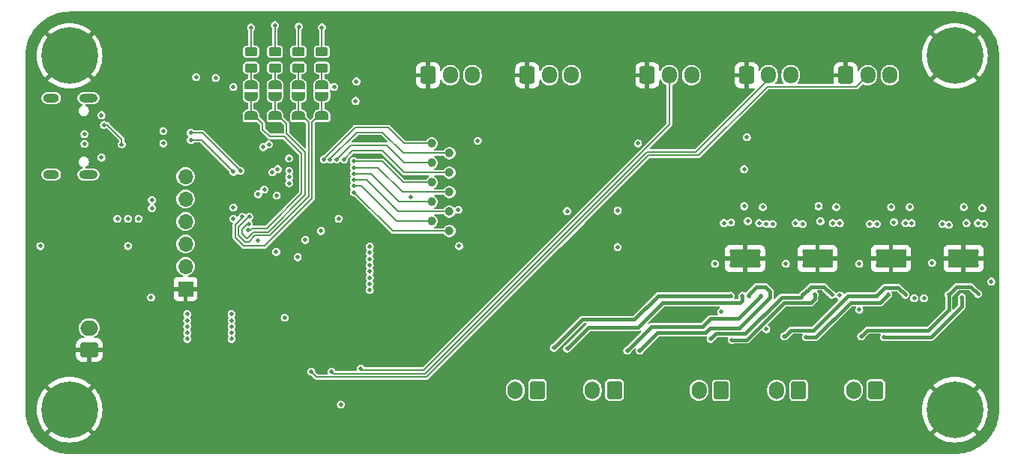
<source format=gbr>
%TF.GenerationSoftware,KiCad,Pcbnew,7.0.7*%
%TF.CreationDate,2024-02-16T21:08:36+01:00*%
%TF.ProjectId,OpenHand,4f70656e-4861-46e6-942e-6b696361645f,rev?*%
%TF.SameCoordinates,Original*%
%TF.FileFunction,Copper,L4,Bot*%
%TF.FilePolarity,Positive*%
%FSLAX46Y46*%
G04 Gerber Fmt 4.6, Leading zero omitted, Abs format (unit mm)*
G04 Created by KiCad (PCBNEW 7.0.7) date 2024-02-16 21:08:36*
%MOMM*%
%LPD*%
G01*
G04 APERTURE LIST*
G04 Aperture macros list*
%AMRoundRect*
0 Rectangle with rounded corners*
0 $1 Rounding radius*
0 $2 $3 $4 $5 $6 $7 $8 $9 X,Y pos of 4 corners*
0 Add a 4 corners polygon primitive as box body*
4,1,4,$2,$3,$4,$5,$6,$7,$8,$9,$2,$3,0*
0 Add four circle primitives for the rounded corners*
1,1,$1+$1,$2,$3*
1,1,$1+$1,$4,$5*
1,1,$1+$1,$6,$7*
1,1,$1+$1,$8,$9*
0 Add four rect primitives between the rounded corners*
20,1,$1+$1,$2,$3,$4,$5,0*
20,1,$1+$1,$4,$5,$6,$7,0*
20,1,$1+$1,$6,$7,$8,$9,0*
20,1,$1+$1,$8,$9,$2,$3,0*%
%AMFreePoly0*
4,1,19,0.500000,-0.750000,0.000000,-0.750000,0.000000,-0.744911,-0.071157,-0.744911,-0.207708,-0.704816,-0.327430,-0.627875,-0.420627,-0.520320,-0.479746,-0.390866,-0.500000,-0.250000,-0.500000,0.250000,-0.479746,0.390866,-0.420627,0.520320,-0.327430,0.627875,-0.207708,0.704816,-0.071157,0.744911,0.000000,0.744911,0.000000,0.750000,0.500000,0.750000,0.500000,-0.750000,0.500000,-0.750000,
$1*%
%AMFreePoly1*
4,1,19,0.000000,0.744911,0.071157,0.744911,0.207708,0.704816,0.327430,0.627875,0.420627,0.520320,0.479746,0.390866,0.500000,0.250000,0.500000,-0.250000,0.479746,-0.390866,0.420627,-0.520320,0.327430,-0.627875,0.207708,-0.704816,0.071157,-0.744911,0.000000,-0.744911,0.000000,-0.750000,-0.500000,-0.750000,-0.500000,0.750000,0.000000,0.750000,0.000000,0.744911,0.000000,0.744911,
$1*%
G04 Aperture macros list end*
%TA.AperFunction,ComponentPad*%
%ADD10C,0.500000*%
%TD*%
%TA.AperFunction,SMDPad,CuDef*%
%ADD11R,3.500000X2.000000*%
%TD*%
%TA.AperFunction,ComponentPad*%
%ADD12RoundRect,0.250000X0.600000X0.750000X-0.600000X0.750000X-0.600000X-0.750000X0.600000X-0.750000X0*%
%TD*%
%TA.AperFunction,ComponentPad*%
%ADD13O,1.700000X2.000000*%
%TD*%
%TA.AperFunction,ComponentPad*%
%ADD14C,0.800000*%
%TD*%
%TA.AperFunction,ComponentPad*%
%ADD15C,6.400000*%
%TD*%
%TA.AperFunction,ComponentPad*%
%ADD16RoundRect,0.250000X-0.600000X-0.725000X0.600000X-0.725000X0.600000X0.725000X-0.600000X0.725000X0*%
%TD*%
%TA.AperFunction,ComponentPad*%
%ADD17O,1.700000X1.950000*%
%TD*%
%TA.AperFunction,ComponentPad*%
%ADD18O,2.100000X1.000000*%
%TD*%
%TA.AperFunction,ComponentPad*%
%ADD19O,1.800000X1.000000*%
%TD*%
%TA.AperFunction,ComponentPad*%
%ADD20RoundRect,0.250000X0.750000X-0.600000X0.750000X0.600000X-0.750000X0.600000X-0.750000X-0.600000X0*%
%TD*%
%TA.AperFunction,ComponentPad*%
%ADD21O,2.000000X1.700000*%
%TD*%
%TA.AperFunction,ComponentPad*%
%ADD22R,1.700000X1.700000*%
%TD*%
%TA.AperFunction,ComponentPad*%
%ADD23O,1.700000X1.700000*%
%TD*%
%TA.AperFunction,SMDPad,CuDef*%
%ADD24RoundRect,0.250000X-0.450000X0.262500X-0.450000X-0.262500X0.450000X-0.262500X0.450000X0.262500X0*%
%TD*%
%TA.AperFunction,SMDPad,CuDef*%
%ADD25C,1.000000*%
%TD*%
%TA.AperFunction,SMDPad,CuDef*%
%ADD26FreePoly0,90.000000*%
%TD*%
%TA.AperFunction,SMDPad,CuDef*%
%ADD27FreePoly1,90.000000*%
%TD*%
%TA.AperFunction,ViaPad*%
%ADD28C,0.500000*%
%TD*%
%TA.AperFunction,Conductor*%
%ADD29C,0.400000*%
%TD*%
%TA.AperFunction,Conductor*%
%ADD30C,0.200000*%
%TD*%
G04 APERTURE END LIST*
D10*
%TO.P,U8,17,GND(PPAD)*%
%TO.N,Earth*%
X196275000Y-128650000D03*
X197775000Y-128650000D03*
X199275000Y-128650000D03*
D11*
X197775000Y-127900000D03*
D10*
X196275000Y-127150000D03*
X197775000Y-127150000D03*
X199275000Y-127150000D03*
%TD*%
D12*
%TO.P,J2,1,Pin_1*%
%TO.N,MOTOR_02_N*%
X187350000Y-142800000D03*
D13*
%TO.P,J2,2,Pin_2*%
%TO.N,MOTOR_02_P*%
X184850000Y-142800000D03*
%TD*%
D14*
%TO.P,H4,1,1*%
%TO.N,Earth*%
X202600000Y-145000000D03*
X203302944Y-143302944D03*
X203302944Y-146697056D03*
X205000000Y-142600000D03*
D15*
X205000000Y-145000000D03*
D14*
X205000000Y-147400000D03*
X206697056Y-143302944D03*
X206697056Y-146697056D03*
X207400000Y-145000000D03*
%TD*%
D16*
%TO.P,J12,1,Pin_1*%
%TO.N,Earth*%
X145500000Y-107200000D03*
D17*
%TO.P,J12,2,Pin_2*%
%TO.N,EMG_02_P*%
X148000000Y-107200000D03*
%TO.P,J12,3,Pin_3*%
%TO.N,EMG_02_N*%
X150500000Y-107200000D03*
%TD*%
D16*
%TO.P,J9,1,Pin_1*%
%TO.N,Earth*%
X181450000Y-107200000D03*
D17*
%TO.P,J9,2,Pin_2*%
%TO.N,HALL_SENS_02_S*%
X183950000Y-107200000D03*
%TO.P,J9,3,Pin_3*%
%TO.N,+3V3*%
X186450000Y-107200000D03*
%TD*%
D18*
%TO.P,J5,S1,SHIELD*%
%TO.N,unconnected-(J5-SHIELD-PadS1)*%
X107125000Y-109780000D03*
D19*
X102925000Y-109780000D03*
D18*
X107125000Y-118420000D03*
D19*
X102925000Y-118420000D03*
%TD*%
D16*
%TO.P,J8,1,Pin_1*%
%TO.N,Earth*%
X156700000Y-107200000D03*
D17*
%TO.P,J8,2,Pin_2*%
%TO.N,EMG_01_P*%
X159200000Y-107200000D03*
%TO.P,J8,3,Pin_3*%
%TO.N,EMG_01_N*%
X161700000Y-107200000D03*
%TD*%
D14*
%TO.P,H1,1,1*%
%TO.N,Earth*%
X102600000Y-105000000D03*
X103302944Y-103302944D03*
X103302944Y-106697056D03*
X105000000Y-102600000D03*
D15*
X105000000Y-105000000D03*
D14*
X105000000Y-107400000D03*
X106697056Y-103302944D03*
X106697056Y-106697056D03*
X107400000Y-105000000D03*
%TD*%
D10*
%TO.P,U9,17,GND(PPAD)*%
%TO.N,Earth*%
X204475000Y-128650000D03*
X205975000Y-128650000D03*
X207475000Y-128650000D03*
D11*
X205975000Y-127900000D03*
D10*
X204475000Y-127150000D03*
X205975000Y-127150000D03*
X207475000Y-127150000D03*
%TD*%
%TO.P,U7,17,GND(PPAD)*%
%TO.N,Earth*%
X187975000Y-128650000D03*
X189475000Y-128650000D03*
X190975000Y-128650000D03*
D11*
X189475000Y-127900000D03*
D10*
X187975000Y-127150000D03*
X189475000Y-127150000D03*
X190975000Y-127150000D03*
%TD*%
D12*
%TO.P,J1,1,Pin_1*%
%TO.N,MOTOR_01_N*%
X178600000Y-142800000D03*
D13*
%TO.P,J1,2,Pin_2*%
%TO.N,MOTOR_01_P*%
X176100000Y-142800000D03*
%TD*%
D20*
%TO.P,J3,1,Pin_1*%
%TO.N,Earth*%
X107232500Y-138250000D03*
D21*
%TO.P,J3,2,Pin_2*%
%TO.N,BAT_P*%
X107232500Y-135750000D03*
%TD*%
D16*
%TO.P,J13,1,Pin_1*%
%TO.N,Earth*%
X170250000Y-107200000D03*
D17*
%TO.P,J13,2,Pin_2*%
%TO.N,HALL_SENS_03_S*%
X172750000Y-107200000D03*
%TO.P,J13,3,Pin_3*%
%TO.N,+3V3*%
X175250000Y-107200000D03*
%TD*%
D10*
%TO.P,U10,17,GND(PPAD)*%
%TO.N,Earth*%
X179800000Y-128650000D03*
X181300000Y-128650000D03*
X182800000Y-128650000D03*
D11*
X181300000Y-127900000D03*
D10*
X179800000Y-127150000D03*
X181300000Y-127150000D03*
X182800000Y-127150000D03*
%TD*%
D16*
%TO.P,J4,1,Pin_1*%
%TO.N,Earth*%
X192650000Y-107200000D03*
D17*
%TO.P,J4,2,Pin_2*%
%TO.N,HALL_SENS_01_S*%
X195150000Y-107200000D03*
%TO.P,J4,3,Pin_3*%
%TO.N,+3V3*%
X197650000Y-107200000D03*
%TD*%
D14*
%TO.P,H3,1,1*%
%TO.N,Earth*%
X102600000Y-145000000D03*
X103302944Y-143302944D03*
X103302944Y-146697056D03*
X105000000Y-142600000D03*
D15*
X105000000Y-145000000D03*
D14*
X105000000Y-147400000D03*
X106697056Y-143302944D03*
X106697056Y-146697056D03*
X107400000Y-145000000D03*
%TD*%
D12*
%TO.P,J11,1,Pin_1*%
%TO.N,HAPTIC_02_N*%
X166550000Y-142767500D03*
D13*
%TO.P,J11,2,Pin_2*%
%TO.N,HAPTIC_02_P*%
X164050000Y-142767500D03*
%TD*%
D12*
%TO.P,J6,1,Pin_1*%
%TO.N,MOTOR_03_N*%
X196050000Y-142767500D03*
D13*
%TO.P,J6,2,Pin_2*%
%TO.N,MOTOR_03_P*%
X193550000Y-142767500D03*
%TD*%
D12*
%TO.P,J7,1,Pin_1*%
%TO.N,HAPTIC_01_N*%
X157850000Y-142767500D03*
D13*
%TO.P,J7,2,Pin_2*%
%TO.N,HAPTIC_01_P*%
X155350000Y-142767500D03*
%TD*%
D14*
%TO.P,H2,1,1*%
%TO.N,Earth*%
X202600000Y-105000000D03*
X203302944Y-103302944D03*
X203302944Y-106697056D03*
X205000000Y-102600000D03*
D15*
X205000000Y-105000000D03*
D14*
X205000000Y-107400000D03*
X206697056Y-103302944D03*
X206697056Y-106697056D03*
X207400000Y-105000000D03*
%TD*%
D22*
%TO.P,J10,1,Pin_1*%
%TO.N,Earth*%
X118100000Y-131340000D03*
D23*
%TO.P,J10,2,Pin_2*%
%TO.N,JTAG_RST*%
X118100000Y-128800000D03*
%TO.P,J10,3,Pin_3*%
%TO.N,JTAG_TDI*%
X118100000Y-126260000D03*
%TO.P,J10,4,Pin_4*%
%TO.N,JTAG_TDO*%
X118100000Y-123720000D03*
%TO.P,J10,5,Pin_5*%
%TO.N,JTAG_TCK*%
X118100000Y-121180000D03*
%TO.P,J10,6,Pin_6*%
%TO.N,JTAG_TMS*%
X118100000Y-118640000D03*
%TD*%
D24*
%TO.P,R16,1*%
%TO.N,+3V3*%
X125500000Y-104537500D03*
%TO.P,R16,2*%
%TO.N,Net-(JP10-B)*%
X125500000Y-106362500D03*
%TD*%
D25*
%TO.P,TP51,1,1*%
%TO.N,MOTOR_03_PWM*%
X145900000Y-119300000D03*
%TD*%
D26*
%TO.P,JP7,1,A*%
%TO.N,HW_REV_01*%
X133500000Y-109600000D03*
D27*
%TO.P,JP7,2,B*%
%TO.N,Net-(JP7-B)*%
X133500000Y-108300000D03*
%TD*%
D25*
%TO.P,TP56,1,1*%
%TO.N,HAPTIC_02_PWM*%
X145900000Y-123700000D03*
%TD*%
%TO.P,TP49,1,1*%
%TO.N,MOTOR_03_DIR*%
X147900000Y-120400000D03*
%TD*%
%TO.P,TP38,1,1*%
%TO.N,MOTOR_01_PWM*%
X145900000Y-114900000D03*
%TD*%
D26*
%TO.P,JP11,1,A*%
%TO.N,Earth*%
X133500000Y-113050000D03*
D27*
%TO.P,JP11,2,B*%
%TO.N,HW_REV_01*%
X133500000Y-111750000D03*
%TD*%
D24*
%TO.P,R15,1*%
%TO.N,+3V3*%
X128200000Y-104537500D03*
%TO.P,R15,2*%
%TO.N,Net-(JP9-B)*%
X128200000Y-106362500D03*
%TD*%
%TO.P,R14,1*%
%TO.N,+3V3*%
X130850000Y-104537500D03*
%TO.P,R14,2*%
%TO.N,Net-(JP8-B)*%
X130850000Y-106362500D03*
%TD*%
D25*
%TO.P,TP36,1,1*%
%TO.N,MOTOR_01_DIR*%
X147900000Y-116000000D03*
%TD*%
D26*
%TO.P,JP8,1,A*%
%TO.N,HW_REV_02*%
X130850000Y-109600000D03*
D27*
%TO.P,JP8,2,B*%
%TO.N,Net-(JP8-B)*%
X130850000Y-108300000D03*
%TD*%
D24*
%TO.P,R13,1*%
%TO.N,+3V3*%
X133500000Y-104537500D03*
%TO.P,R13,2*%
%TO.N,Net-(JP7-B)*%
X133500000Y-106362500D03*
%TD*%
D25*
%TO.P,TP55,1,1*%
%TO.N,HAPTIC_02_DIR*%
X147900000Y-124800000D03*
%TD*%
D26*
%TO.P,JP10,1,A*%
%TO.N,HW_REV_04*%
X125500000Y-109600000D03*
D27*
%TO.P,JP10,2,B*%
%TO.N,Net-(JP10-B)*%
X125500000Y-108300000D03*
%TD*%
D26*
%TO.P,JP14,1,A*%
%TO.N,Earth*%
X125500000Y-113050000D03*
D27*
%TO.P,JP14,2,B*%
%TO.N,HW_REV_04*%
X125500000Y-111750000D03*
%TD*%
D25*
%TO.P,TP37,1,1*%
%TO.N,MOTOR_02_DIR*%
X147900000Y-118200000D03*
%TD*%
D26*
%TO.P,JP12,1,A*%
%TO.N,Earth*%
X130850000Y-113050000D03*
D27*
%TO.P,JP12,2,B*%
%TO.N,HW_REV_02*%
X130850000Y-111750000D03*
%TD*%
D25*
%TO.P,TP39,1,1*%
%TO.N,MOTOR_02_PWM*%
X145900000Y-117100000D03*
%TD*%
D26*
%TO.P,JP9,1,A*%
%TO.N,HW_REV_03*%
X128200000Y-109600000D03*
D27*
%TO.P,JP9,2,B*%
%TO.N,Net-(JP9-B)*%
X128200000Y-108300000D03*
%TD*%
D25*
%TO.P,TP50,1,1*%
%TO.N,HAPTIC_01_DIR*%
X147900000Y-122600000D03*
%TD*%
D26*
%TO.P,JP13,1,A*%
%TO.N,Earth*%
X128200000Y-113050000D03*
D27*
%TO.P,JP13,2,B*%
%TO.N,HW_REV_03*%
X128200000Y-111750000D03*
%TD*%
D25*
%TO.P,TP52,1,1*%
%TO.N,HAPTIC_01_PWM*%
X145900000Y-121500000D03*
%TD*%
D28*
%TO.N,+5V*%
X143500000Y-120950500D03*
%TO.N,MOTOR_01_FAULT*%
X191990734Y-132090734D03*
%TO.N,MOTOR_02_FAULT*%
X200400000Y-132400000D03*
%TO.N,+5V*%
X185900000Y-128500000D03*
X177900000Y-128500000D03*
%TO.N,MOTOR_03_EN*%
X201500000Y-132400000D03*
%TO.N,MOTOR_02_EN*%
X194200000Y-133700000D03*
%TO.N,MOTOR_01_EN*%
X183700000Y-135900000D03*
%TO.N,HAPTIC_EN*%
X178600000Y-133900000D03*
%TO.N,HAPTIC_FAULT*%
X138900016Y-126565612D03*
%TO.N,MOTOR_03_FAULT*%
X138900016Y-127265114D03*
%TO.N,MOTOR_02_FAULT*%
X138900016Y-127964616D03*
%TO.N,MOTOR_01_FAULT*%
X138900016Y-128664118D03*
%TO.N,HAPTIC_EN*%
X138900016Y-129363619D03*
%TO.N,MOTOR_03_EN*%
X138900016Y-130063100D03*
%TO.N,MOTOR_02_EN*%
X138900016Y-130762245D03*
%TO.N,MOTOR_01_EN*%
X138900016Y-131461444D03*
%TO.N,Earth*%
X201200000Y-133837500D03*
X201200000Y-134937500D03*
X157037500Y-116537500D03*
X208800000Y-133737500D03*
X113507500Y-136692500D03*
X128400000Y-138822500D03*
X205600000Y-123900000D03*
X156900000Y-118000000D03*
X111000000Y-118600000D03*
X163000000Y-133400000D03*
X121750000Y-144650000D03*
X165300000Y-116100000D03*
X113600000Y-138802500D03*
X196800000Y-121000000D03*
X131400000Y-138400000D03*
X146900000Y-133100000D03*
X180890734Y-123909266D03*
X144900000Y-133100000D03*
X130500271Y-128398270D03*
X204900000Y-121000000D03*
X107800000Y-128100000D03*
X176300000Y-134737500D03*
X128412500Y-136712500D03*
X115300000Y-136700000D03*
X180200000Y-121000000D03*
X127838556Y-126661444D03*
X208800000Y-134737500D03*
X176300000Y-133737500D03*
X113512500Y-140912500D03*
X115300000Y-138800000D03*
X147700000Y-145000000D03*
X149000000Y-133000000D03*
X110700000Y-113200000D03*
X134710015Y-123514998D03*
X193400000Y-134837500D03*
X119700000Y-102800000D03*
X167200000Y-133400000D03*
X186000000Y-134737500D03*
X124123180Y-121842537D03*
X138700000Y-102600000D03*
X138800000Y-116300000D03*
X129500000Y-109500000D03*
X106800000Y-130800000D03*
X127500000Y-133700000D03*
X165120000Y-133400000D03*
X113700000Y-102000000D03*
X193400000Y-133737500D03*
X188500000Y-121000000D03*
X108600000Y-117300000D03*
X135900000Y-145100000D03*
X161400000Y-120600000D03*
X108700000Y-110900000D03*
X157000000Y-114462500D03*
X115300000Y-140900000D03*
X138800000Y-114200000D03*
X129800000Y-117265524D03*
X186000000Y-133537500D03*
X121750000Y-143150000D03*
X189090734Y-123909266D03*
X141800000Y-145000000D03*
X197400497Y-123849500D03*
X175200000Y-114500000D03*
X175200000Y-118100000D03*
%TO.N,Net-(J5-CC1)*%
X108900000Y-112800000D03*
X110900000Y-115000000D03*
%TO.N,MOTOR_01_N*%
X189149500Y-132000000D03*
X179800000Y-137100000D03*
%TO.N,+5V*%
X208100000Y-122200000D03*
X161200000Y-122537500D03*
X181200000Y-122000000D03*
X166910000Y-122500000D03*
X202400000Y-128400000D03*
X183300000Y-122100000D03*
X118300000Y-135600000D03*
X118300000Y-134200000D03*
X148900000Y-122400000D03*
X123300000Y-134900000D03*
X197800000Y-122100000D03*
X206300000Y-123900000D03*
X114200000Y-132300000D03*
X189600000Y-122000000D03*
X123300000Y-135600000D03*
X118300000Y-136300000D03*
X123300000Y-137000000D03*
X198100000Y-123800000D03*
X118300000Y-137000000D03*
X189800000Y-123700000D03*
X123300000Y-134200000D03*
X123300000Y-136300000D03*
X199900000Y-122100000D03*
X191600000Y-122100000D03*
X194200000Y-128500000D03*
X118300000Y-134900000D03*
X108600000Y-111700000D03*
X181600000Y-123700000D03*
X206000000Y-122100000D03*
X108600000Y-116500000D03*
%TO.N,-5V*%
X166900000Y-126600000D03*
X101700000Y-126500000D03*
X149000000Y-126500000D03*
%TO.N,Net-(U1-PC0)*%
X129300000Y-134600000D03*
X126300000Y-125900000D03*
%TO.N,LED_1*%
X118700500Y-113700000D03*
X124300000Y-118000000D03*
%TO.N,LED_2*%
X118700000Y-114500000D03*
X123500000Y-118100000D03*
%TO.N,UC_RX*%
X127900000Y-118150003D03*
X137400000Y-107900000D03*
%TO.N,UC_TX*%
X137300000Y-110100000D03*
X128512327Y-117800000D03*
%TO.N,HALL_SENS_01_S*%
X132300000Y-140700000D03*
%TO.N,HALL_SENS_02_S*%
X134600000Y-140700000D03*
%TO.N,HALL_SENS_03_S*%
X137900000Y-140350500D03*
%TO.N,MOTOR_01_P*%
X187850500Y-132000000D03*
X191100000Y-132000000D03*
X177400000Y-137000000D03*
%TO.N,MOTOR_02_N*%
X197450000Y-132000000D03*
X188200000Y-136800000D03*
%TO.N,MOTOR_02_P*%
X196150500Y-132100000D03*
X199400000Y-132000000D03*
X185700000Y-136700000D03*
%TO.N,MOTOR_03_N*%
X205775000Y-132275000D03*
X197000000Y-136800000D03*
%TO.N,MOTOR_03_P*%
X207611900Y-131904068D03*
X204300500Y-132000000D03*
X194400000Y-136700000D03*
%TO.N,HAPTIC_01_N*%
X161200000Y-138100000D03*
X180974500Y-132100000D03*
%TO.N,HAPTIC_01_P*%
X179675500Y-132100000D03*
X159700000Y-138000000D03*
%TO.N,HAPTIC_02_N*%
X169400000Y-138300000D03*
X181700000Y-132100000D03*
%TO.N,JTAG_RST*%
X126300000Y-120649500D03*
%TO.N,JTAG_TDI*%
X126874346Y-115312827D03*
%TO.N,JTAG_TDO*%
X127000000Y-120100000D03*
%TO.N,JTAG_TCK*%
X127500000Y-115000000D03*
%TO.N,JTAG_TMS*%
X129800000Y-118000000D03*
%TO.N,+3V3*%
X181200000Y-117800000D03*
X123489261Y-122138256D03*
X130760532Y-127748988D03*
X123500000Y-123400000D03*
X112800000Y-123400000D03*
X119300000Y-107400000D03*
X111600000Y-126500000D03*
X110400000Y-123400000D03*
X114300000Y-121300000D03*
X135400000Y-123400000D03*
X111600000Y-123400000D03*
X133500000Y-101800000D03*
X135650000Y-144400000D03*
X125500000Y-101800000D03*
X121500000Y-107500000D03*
X128338556Y-127161444D03*
X129800000Y-116600000D03*
X130900000Y-101700000D03*
X114300000Y-122200000D03*
X123500000Y-108500000D03*
X134900000Y-108500000D03*
X128200000Y-101550500D03*
%TO.N,HAPTIC_02_P*%
X168000000Y-138300000D03*
X183100000Y-132100000D03*
%TO.N,USB_D-*%
X115600000Y-114900000D03*
X106700000Y-114949500D03*
X129800000Y-119399006D03*
X106692068Y-113837771D03*
%TO.N,USB_D+*%
X129800000Y-118699503D03*
X115600000Y-113500000D03*
%TO.N,HW_REV_01*%
X124500000Y-123200000D03*
%TO.N,HW_REV_02*%
X125300000Y-123200000D03*
%TO.N,HW_REV_03*%
X125235061Y-124019869D03*
%TO.N,HW_REV_04*%
X125199049Y-124718444D03*
%TO.N,BTN_01*%
X181500000Y-114200000D03*
X128400000Y-120800000D03*
%TO.N,EMG_02_UC*%
X133400000Y-124800000D03*
X151100000Y-114600000D03*
%TO.N,EMG_01_UC*%
X131611444Y-125811444D03*
X169200000Y-114900000D03*
%TO.N,MOTOR_01_DIR*%
X187000000Y-123900000D03*
X192000000Y-123900000D03*
X134421749Y-116694677D03*
%TO.N,MOTOR_02_DIR*%
X135984963Y-116694677D03*
X200100000Y-123900000D03*
X195400000Y-124000000D03*
%TO.N,MOTOR_01_PWM*%
X133722303Y-116694677D03*
X191200000Y-123900000D03*
X187786444Y-124013556D03*
%TO.N,MOTOR_02_PWM*%
X135181765Y-116694677D03*
X199400000Y-123900000D03*
X196200000Y-124000000D03*
%TO.N,MOTOR_03_FAULT*%
X209100000Y-130500000D03*
%TO.N,HAPTIC_FAULT*%
X184400000Y-124000000D03*
%TO.N,MOTOR_03_DIR*%
X137099697Y-117620839D03*
X203600000Y-124000000D03*
X208300000Y-124000000D03*
%TO.N,HAPTIC_01_DIR*%
X137099697Y-119019787D03*
X178900000Y-123900000D03*
%TO.N,MOTOR_03_PWM*%
X137099697Y-116921342D03*
X204298944Y-124101056D03*
X207600000Y-123900000D03*
%TO.N,HAPTIC_01_PWM*%
X137099697Y-118320328D03*
X179707099Y-123836914D03*
%TO.N,HAPTIC_02_DIR*%
X183700000Y-124000000D03*
X137099697Y-120418303D03*
%TO.N,HAPTIC_02_PWM*%
X182900000Y-123900000D03*
X137099697Y-119719138D03*
%TD*%
D29*
%TO.N,MOTOR_03_N*%
X205775000Y-132275000D02*
X205775000Y-133325000D01*
X205775000Y-133325000D02*
X202300000Y-136800000D01*
X202300000Y-136800000D02*
X197000000Y-136800000D01*
D30*
%TO.N,HW_REV_01*%
X133125736Y-111750000D02*
X133500000Y-111750000D01*
X132400000Y-112475736D02*
X133125736Y-111750000D01*
X127000000Y-126500000D02*
X132400000Y-121100000D01*
X132400000Y-121100000D02*
X132400000Y-112475736D01*
X123700000Y-124100000D02*
X123700000Y-125500000D01*
X123700000Y-125500000D02*
X124700000Y-126500000D01*
X124500000Y-123300000D02*
X123700000Y-124100000D01*
X124500000Y-123200000D02*
X124500000Y-123300000D01*
X124700000Y-126500000D02*
X127000000Y-126500000D01*
%TO.N,HW_REV_02*%
X131224264Y-111750000D02*
X130850000Y-111750000D01*
X132000000Y-112525736D02*
X131224264Y-111750000D01*
X132000000Y-120900000D02*
X132000000Y-112525736D01*
X127599999Y-125300000D02*
X132000000Y-120900000D01*
X125960997Y-125300000D02*
X127599999Y-125300000D01*
X124100000Y-125300000D02*
X124800000Y-126000000D01*
X125277112Y-123200000D02*
X124100000Y-124377112D01*
X125260996Y-126000000D02*
X125960997Y-125300000D01*
X125300000Y-123200000D02*
X125277112Y-123200000D01*
X124100000Y-124377112D02*
X124100000Y-125300000D01*
X124800000Y-126000000D02*
X125260996Y-126000000D01*
%TO.N,HW_REV_04*%
X125874264Y-111750000D02*
X125500000Y-111750000D01*
X126800000Y-112675736D02*
X125874264Y-111750000D01*
X126800000Y-113300000D02*
X126800000Y-112675736D01*
X127600000Y-114100000D02*
X126800000Y-113300000D01*
X131200000Y-116065686D02*
X129234314Y-114100000D01*
X125629626Y-124500000D02*
X127268628Y-124500000D01*
X129234314Y-114100000D02*
X127600000Y-114100000D01*
X127268628Y-124500000D02*
X131200000Y-120568628D01*
X125411181Y-124718444D02*
X125629626Y-124500000D01*
X125199049Y-124718444D02*
X125411181Y-124718444D01*
X131200000Y-120568628D02*
X131200000Y-116065686D01*
%TO.N,HW_REV_03*%
X128574264Y-111750000D02*
X128200000Y-111750000D01*
X129500000Y-113800000D02*
X129500000Y-112675736D01*
X131600000Y-115900000D02*
X129500000Y-113800000D01*
X129500000Y-112675736D02*
X128574264Y-111750000D01*
X127434314Y-124900000D02*
X131600000Y-120734314D01*
X125095311Y-125600000D02*
X125795311Y-124900000D01*
X124500000Y-125100000D02*
X125000000Y-125600000D01*
X131600000Y-120734314D02*
X131600000Y-115900000D01*
X124500000Y-124639675D02*
X124500000Y-125100000D01*
X125000000Y-125600000D02*
X125095311Y-125600000D01*
X125795311Y-124900000D02*
X127434314Y-124900000D01*
X125235061Y-124019869D02*
X125119806Y-124019869D01*
X125119806Y-124019869D02*
X124500000Y-124639675D01*
%TO.N,Net-(J5-CC1)*%
X108900000Y-112800000D02*
X109264818Y-112800000D01*
X109264818Y-112800000D02*
X110900000Y-114435182D01*
X110900000Y-114435182D02*
X110900000Y-115000000D01*
D29*
%TO.N,MOTOR_01_N*%
X187087500Y-132887500D02*
X187100000Y-132900000D01*
X179800000Y-137100000D02*
X181500000Y-137100000D01*
X188756739Y-132900000D02*
X189149500Y-132507239D01*
X189149500Y-132507239D02*
X189149500Y-132000000D01*
X181500000Y-137100000D02*
X185712500Y-132887500D01*
X187100000Y-132900000D02*
X188756739Y-132900000D01*
X185712500Y-132887500D02*
X187087500Y-132887500D01*
D30*
%TO.N,Net-(JP7-B)*%
X133500000Y-106362500D02*
X133500000Y-108300000D01*
%TO.N,Net-(JP8-B)*%
X130850000Y-106362500D02*
X130850000Y-108300000D01*
%TO.N,Net-(JP9-B)*%
X128200000Y-106362500D02*
X128200000Y-108300000D01*
%TO.N,LED_1*%
X118700500Y-113700000D02*
X120000000Y-113700000D01*
X120000000Y-113700000D02*
X124300000Y-118000000D01*
%TO.N,LED_2*%
X119900000Y-114500000D02*
X123500000Y-118100000D01*
X118700000Y-114500000D02*
X119900000Y-114500000D01*
%TO.N,HALL_SENS_01_S*%
X170381372Y-116250000D02*
X145331372Y-141300000D01*
X145331372Y-141300000D02*
X132900000Y-141300000D01*
X195150000Y-107200000D02*
X193875000Y-108475000D01*
X193875000Y-108475000D02*
X183825000Y-108475000D01*
X183825000Y-108475000D02*
X176050000Y-116250000D01*
X132900000Y-141300000D02*
X132300000Y-140700000D01*
X176050000Y-116250000D02*
X170381372Y-116250000D01*
%TO.N,HALL_SENS_02_S*%
X134800000Y-140900000D02*
X145165686Y-140900000D01*
X145165686Y-140900000D02*
X170215686Y-115850000D01*
X134600000Y-140700000D02*
X134800000Y-140900000D01*
X183950000Y-107650000D02*
X183950000Y-107200000D01*
X175750000Y-115850000D02*
X183950000Y-107650000D01*
X170215686Y-115850000D02*
X175750000Y-115850000D01*
%TO.N,HALL_SENS_03_S*%
X138049500Y-140500000D02*
X137900000Y-140350500D01*
X172750000Y-107200000D02*
X172750000Y-112750000D01*
X145000000Y-140500000D02*
X138049500Y-140500000D01*
X172750000Y-112750000D02*
X145000000Y-140500000D01*
D29*
%TO.N,MOTOR_01_P*%
X177400000Y-137000000D02*
X178000000Y-136400000D01*
X190200000Y-131100000D02*
X191100000Y-132000000D01*
X181300000Y-136400000D02*
X185412500Y-132287500D01*
X187850500Y-132000000D02*
X188750500Y-131100000D01*
X187563000Y-132287500D02*
X187850500Y-132000000D01*
X178000000Y-136400000D02*
X181300000Y-136400000D01*
X188750500Y-131100000D02*
X190200000Y-131100000D01*
X185412500Y-132287500D02*
X187563000Y-132287500D01*
%TO.N,MOTOR_02_N*%
X196550000Y-132900000D02*
X193200000Y-132900000D01*
X189300000Y-136800000D02*
X188200000Y-136800000D01*
X197450000Y-132000000D02*
X196550000Y-132900000D01*
X193200000Y-132900000D02*
X189300000Y-136800000D01*
%TO.N,MOTOR_02_P*%
X199400000Y-132000000D02*
X198600000Y-131200000D01*
X186500000Y-136000000D02*
X185800000Y-136700000D01*
X196150500Y-132100000D02*
X192900000Y-132100000D01*
X192900000Y-132100000D02*
X189000000Y-136000000D01*
X185800000Y-136700000D02*
X185700000Y-136700000D01*
X189000000Y-136000000D02*
X186500000Y-136000000D01*
X198600000Y-131200000D02*
X197050500Y-131200000D01*
X197050500Y-131200000D02*
X196150500Y-132100000D01*
%TO.N,MOTOR_03_P*%
X204300500Y-132000000D02*
X204300500Y-133699500D01*
X205200500Y-131100000D02*
X206807832Y-131100000D01*
X204300500Y-132000000D02*
X205200500Y-131100000D01*
X204300500Y-133699500D02*
X202000000Y-136000000D01*
X195100000Y-136000000D02*
X194400000Y-136700000D01*
X206807832Y-131100000D02*
X207611900Y-131904068D01*
X202000000Y-136000000D02*
X195100000Y-136000000D01*
%TO.N,HAPTIC_01_N*%
X180700000Y-132900000D02*
X180950000Y-132650000D01*
X180950000Y-132650000D02*
X180950000Y-132100000D01*
X163600000Y-135700000D02*
X169200000Y-135700000D01*
X169200000Y-135700000D02*
X172000000Y-132900000D01*
X161200000Y-138100000D02*
X163600000Y-135700000D01*
X172000000Y-132900000D02*
X180700000Y-132900000D01*
%TO.N,HAPTIC_01_P*%
X162900000Y-134800000D02*
X168800000Y-134800000D01*
X168800000Y-134800000D02*
X171500000Y-132100000D01*
X159700000Y-138000000D02*
X162900000Y-134800000D01*
X171500000Y-132100000D02*
X179675500Y-132100000D01*
%TO.N,HAPTIC_02_N*%
X180600000Y-135800000D02*
X177288111Y-135800000D01*
X176788111Y-136300000D02*
X171400000Y-136300000D01*
X181700000Y-132000000D02*
X182600000Y-131100000D01*
X181700000Y-132100000D02*
X181700000Y-132000000D01*
X177288111Y-135800000D02*
X176788111Y-136300000D01*
X183600000Y-131100000D02*
X184100000Y-131600000D01*
X184100000Y-131600000D02*
X184100000Y-132300000D01*
X171400000Y-136300000D02*
X169400000Y-138300000D01*
X182600000Y-131100000D02*
X183600000Y-131100000D01*
X184100000Y-132300000D02*
X180600000Y-135800000D01*
D30*
%TO.N,Net-(JP10-B)*%
X125500000Y-106362500D02*
X125500000Y-108300000D01*
%TO.N,+3V3*%
X130850000Y-104537500D02*
X130850000Y-101750000D01*
X133500000Y-104537500D02*
X133500000Y-101800000D01*
X130850000Y-101750000D02*
X130900000Y-101700000D01*
X128200000Y-104537500D02*
X128200000Y-101550500D01*
X125500000Y-104537500D02*
X125500000Y-101800000D01*
D29*
%TO.N,HAPTIC_02_P*%
X177401839Y-134700000D02*
X180500000Y-134700000D01*
X168000000Y-138300000D02*
X170700000Y-135600000D01*
X180500000Y-134700000D02*
X183100000Y-132100000D01*
X176498161Y-135600000D02*
X177400000Y-134698161D01*
X170700000Y-135600000D02*
X176498161Y-135600000D01*
X177400000Y-134698161D02*
X177401839Y-134700000D01*
D30*
%TO.N,HW_REV_01*%
X133500000Y-111750000D02*
X133500000Y-109600000D01*
%TO.N,HW_REV_02*%
X130850000Y-109600000D02*
X130850000Y-111750000D01*
%TO.N,HW_REV_03*%
X128200000Y-109600000D02*
X128200000Y-111750000D01*
%TO.N,HW_REV_04*%
X125500000Y-109600000D02*
X125500000Y-111750000D01*
%TO.N,MOTOR_01_DIR*%
X134421749Y-116676875D02*
X137448624Y-113650000D01*
X134421749Y-116694677D02*
X134421749Y-116676875D01*
X137448624Y-113650000D02*
X140350000Y-113650000D01*
X142700000Y-116000000D02*
X147900000Y-116000000D01*
X140350000Y-113650000D02*
X142700000Y-116000000D01*
%TO.N,MOTOR_02_DIR*%
X135984963Y-116694677D02*
X136929640Y-115750000D01*
X140350000Y-115750000D02*
X142800000Y-118200000D01*
X142800000Y-118200000D02*
X147900000Y-118200000D01*
X136929640Y-115750000D02*
X140350000Y-115750000D01*
%TO.N,MOTOR_01_PWM*%
X142800000Y-114900000D02*
X145900000Y-114900000D01*
X133722303Y-116616305D02*
X137238608Y-113100000D01*
X137238608Y-113100000D02*
X141000000Y-113100000D01*
X133722303Y-116694677D02*
X133722303Y-116616305D01*
X141000000Y-113100000D02*
X142800000Y-114900000D01*
%TO.N,MOTOR_02_PWM*%
X142800000Y-117100000D02*
X145900000Y-117100000D01*
X135181765Y-116694677D02*
X136776442Y-115100000D01*
X136776442Y-115100000D02*
X140800000Y-115100000D01*
X140800000Y-115100000D02*
X142800000Y-117100000D01*
%TO.N,MOTOR_03_DIR*%
X142600000Y-120400000D02*
X147900000Y-120400000D01*
X139820839Y-117620839D02*
X142600000Y-120400000D01*
X137099697Y-117620839D02*
X139820839Y-117620839D01*
%TO.N,HAPTIC_01_DIR*%
X137099697Y-119019787D02*
X138519787Y-119019787D01*
X138519787Y-119019787D02*
X142100000Y-122600000D01*
X142100000Y-122600000D02*
X147900000Y-122600000D01*
%TO.N,MOTOR_03_PWM*%
X142700000Y-119300000D02*
X145900000Y-119300000D01*
X140321342Y-116921342D02*
X142700000Y-119300000D01*
X137099697Y-116921342D02*
X140321342Y-116921342D01*
%TO.N,HAPTIC_01_PWM*%
X142200000Y-121500000D02*
X145900000Y-121500000D01*
X137099697Y-118320328D02*
X139020328Y-118320328D01*
X139020328Y-118320328D02*
X142200000Y-121500000D01*
%TO.N,HAPTIC_02_DIR*%
X137099697Y-120418303D02*
X141481394Y-124800000D01*
X141481394Y-124800000D02*
X147900000Y-124800000D01*
%TO.N,HAPTIC_02_PWM*%
X137099697Y-119719138D02*
X137919138Y-119719138D01*
X137919138Y-119719138D02*
X141900000Y-123700000D01*
X141900000Y-123700000D02*
X145900000Y-123700000D01*
%TD*%
%TA.AperFunction,Conductor*%
%TO.N,Earth*%
G36*
X106341343Y-145998448D02*
G01*
X106373462Y-146019909D01*
X106648375Y-146294822D01*
X106676152Y-146349339D01*
X106666581Y-146409771D01*
X106623316Y-146453036D01*
X106603514Y-146459903D01*
X106599512Y-146461560D01*
X106599511Y-146461561D01*
X106599509Y-146461561D01*
X106599507Y-146461563D01*
X106516818Y-146516814D01*
X106516814Y-146516818D01*
X106461563Y-146599507D01*
X106457832Y-146608516D01*
X106456231Y-146607853D01*
X106432018Y-146651077D01*
X106376450Y-146676686D01*
X106316442Y-146664742D01*
X106294822Y-146648375D01*
X106019909Y-146373462D01*
X105992132Y-146318945D01*
X106001703Y-146258513D01*
X106025614Y-146228182D01*
X106134870Y-146134870D01*
X106228180Y-146025616D01*
X106280346Y-145993649D01*
X106341343Y-145998448D01*
G37*
%TD.AperFunction*%
%TA.AperFunction,Conductor*%
G36*
X103741485Y-146001703D02*
G01*
X103771820Y-146025618D01*
X103796208Y-146054173D01*
X103865130Y-146134870D01*
X103865136Y-146134875D01*
X103865139Y-146134878D01*
X103974380Y-146228178D01*
X104006350Y-146280347D01*
X104001549Y-146341343D01*
X103980089Y-146373462D01*
X103705177Y-146648374D01*
X103650660Y-146676151D01*
X103590228Y-146666580D01*
X103546963Y-146623315D01*
X103540098Y-146603518D01*
X103538440Y-146599517D01*
X103538439Y-146599511D01*
X103483184Y-146516816D01*
X103400489Y-146461561D01*
X103400485Y-146461560D01*
X103391484Y-146457832D01*
X103392146Y-146456231D01*
X103348924Y-146432022D01*
X103323312Y-146376455D01*
X103335254Y-146316446D01*
X103351623Y-146294822D01*
X103626536Y-146019909D01*
X103681053Y-145992132D01*
X103741485Y-146001703D01*
G37*
%TD.AperFunction*%
%TA.AperFunction,Conductor*%
G36*
X106409771Y-143333417D02*
G01*
X106453036Y-143376682D01*
X106459904Y-143396486D01*
X106461560Y-143400485D01*
X106461561Y-143400489D01*
X106516816Y-143483184D01*
X106599511Y-143538439D01*
X106599517Y-143538440D01*
X106608516Y-143542168D01*
X106607852Y-143543769D01*
X106651070Y-143567974D01*
X106676684Y-143623539D01*
X106664746Y-143683549D01*
X106648374Y-143705177D01*
X106373462Y-143980089D01*
X106318945Y-144007866D01*
X106258513Y-143998295D01*
X106228178Y-143974380D01*
X106134878Y-143865139D01*
X106134875Y-143865136D01*
X106134870Y-143865130D01*
X106134863Y-143865124D01*
X106134860Y-143865121D01*
X106025618Y-143771820D01*
X105993648Y-143719651D01*
X105998449Y-143658655D01*
X106019909Y-143626536D01*
X106294822Y-143351623D01*
X106349339Y-143323846D01*
X106409771Y-143333417D01*
G37*
%TD.AperFunction*%
%TA.AperFunction,Conductor*%
G36*
X103683545Y-143335250D02*
G01*
X103705177Y-143351624D01*
X103980089Y-143626536D01*
X104007866Y-143681053D01*
X103998295Y-143741485D01*
X103974381Y-143771820D01*
X103865133Y-143865127D01*
X103865127Y-143865133D01*
X103771820Y-143974381D01*
X103719650Y-144006350D01*
X103658654Y-144001549D01*
X103626536Y-143980089D01*
X103351624Y-143705177D01*
X103323847Y-143650660D01*
X103333418Y-143590228D01*
X103376683Y-143546963D01*
X103396483Y-143540097D01*
X103400480Y-143538440D01*
X103400489Y-143538439D01*
X103483184Y-143483184D01*
X103538439Y-143400489D01*
X103538440Y-143400480D01*
X103542168Y-143391484D01*
X103543769Y-143392147D01*
X103567970Y-143348932D01*
X103623535Y-143323314D01*
X103683545Y-143335250D01*
G37*
%TD.AperFunction*%
%TA.AperFunction,Conductor*%
G36*
X206341343Y-145998448D02*
G01*
X206373462Y-146019909D01*
X206648375Y-146294822D01*
X206676152Y-146349339D01*
X206666581Y-146409771D01*
X206623316Y-146453036D01*
X206603514Y-146459903D01*
X206599512Y-146461560D01*
X206599511Y-146461561D01*
X206599509Y-146461561D01*
X206599507Y-146461563D01*
X206516818Y-146516814D01*
X206516814Y-146516818D01*
X206461563Y-146599507D01*
X206457832Y-146608516D01*
X206456231Y-146607853D01*
X206432018Y-146651077D01*
X206376450Y-146676686D01*
X206316442Y-146664742D01*
X206294822Y-146648375D01*
X206019909Y-146373462D01*
X205992132Y-146318945D01*
X206001703Y-146258513D01*
X206025614Y-146228182D01*
X206134870Y-146134870D01*
X206228180Y-146025616D01*
X206280346Y-145993649D01*
X206341343Y-145998448D01*
G37*
%TD.AperFunction*%
%TA.AperFunction,Conductor*%
G36*
X203741485Y-146001703D02*
G01*
X203771820Y-146025618D01*
X203796208Y-146054173D01*
X203865130Y-146134870D01*
X203865136Y-146134875D01*
X203865139Y-146134878D01*
X203974380Y-146228178D01*
X204006350Y-146280347D01*
X204001549Y-146341343D01*
X203980089Y-146373462D01*
X203705177Y-146648374D01*
X203650660Y-146676151D01*
X203590228Y-146666580D01*
X203546963Y-146623315D01*
X203540098Y-146603518D01*
X203538440Y-146599517D01*
X203538439Y-146599511D01*
X203483184Y-146516816D01*
X203400489Y-146461561D01*
X203400485Y-146461560D01*
X203391484Y-146457832D01*
X203392146Y-146456231D01*
X203348924Y-146432022D01*
X203323312Y-146376455D01*
X203335254Y-146316446D01*
X203351623Y-146294822D01*
X203626536Y-146019909D01*
X203681053Y-145992132D01*
X203741485Y-146001703D01*
G37*
%TD.AperFunction*%
%TA.AperFunction,Conductor*%
G36*
X206409771Y-143333417D02*
G01*
X206453036Y-143376682D01*
X206459904Y-143396486D01*
X206461560Y-143400485D01*
X206461561Y-143400489D01*
X206516816Y-143483184D01*
X206599511Y-143538439D01*
X206599517Y-143538440D01*
X206608516Y-143542168D01*
X206607852Y-143543769D01*
X206651070Y-143567974D01*
X206676684Y-143623539D01*
X206664746Y-143683549D01*
X206648374Y-143705177D01*
X206373462Y-143980089D01*
X206318945Y-144007866D01*
X206258513Y-143998295D01*
X206228178Y-143974380D01*
X206134878Y-143865139D01*
X206134875Y-143865136D01*
X206134870Y-143865130D01*
X206134863Y-143865124D01*
X206134860Y-143865121D01*
X206025618Y-143771820D01*
X205993648Y-143719651D01*
X205998449Y-143658655D01*
X206019909Y-143626536D01*
X206294822Y-143351623D01*
X206349339Y-143323846D01*
X206409771Y-143333417D01*
G37*
%TD.AperFunction*%
%TA.AperFunction,Conductor*%
G36*
X203683545Y-143335250D02*
G01*
X203705177Y-143351624D01*
X203980089Y-143626536D01*
X204007866Y-143681053D01*
X203998295Y-143741485D01*
X203974381Y-143771820D01*
X203865133Y-143865127D01*
X203865127Y-143865133D01*
X203771820Y-143974381D01*
X203719650Y-144006350D01*
X203658654Y-144001549D01*
X203626536Y-143980089D01*
X203351624Y-143705177D01*
X203323847Y-143650660D01*
X203333418Y-143590228D01*
X203376683Y-143546963D01*
X203396483Y-143540097D01*
X203400480Y-143538440D01*
X203400489Y-143538439D01*
X203483184Y-143483184D01*
X203538439Y-143400489D01*
X203538440Y-143400480D01*
X203542168Y-143391484D01*
X203543769Y-143392147D01*
X203567970Y-143348932D01*
X203623535Y-143323314D01*
X203683545Y-143335250D01*
G37*
%TD.AperFunction*%
%TA.AperFunction,Conductor*%
G36*
X178420596Y-133319407D02*
G01*
X178456560Y-133368907D01*
X178456560Y-133430093D01*
X178420596Y-133479593D01*
X178415928Y-133482784D01*
X178301952Y-133556031D01*
X178217117Y-133653938D01*
X178163302Y-133771774D01*
X178144867Y-133899997D01*
X178144867Y-133900002D01*
X178163302Y-134028225D01*
X178202477Y-134114004D01*
X178217118Y-134146063D01*
X178217120Y-134146065D01*
X178217706Y-134146977D01*
X178217937Y-134147857D01*
X178220059Y-134152503D01*
X178219254Y-134152870D01*
X178233259Y-134206153D01*
X178211060Y-134263169D01*
X178159588Y-134296248D01*
X178134421Y-134299500D01*
X177482834Y-134299500D01*
X177467346Y-134298281D01*
X177463433Y-134297661D01*
X177336567Y-134297661D01*
X177336562Y-134297661D01*
X177300827Y-134309272D01*
X177285728Y-134312897D01*
X177276535Y-134314354D01*
X177276533Y-134314354D01*
X177276529Y-134314356D01*
X177268235Y-134318582D01*
X177253889Y-134324524D01*
X177215912Y-134336863D01*
X177183594Y-134360342D01*
X177170365Y-134368449D01*
X177163500Y-134371947D01*
X177163491Y-134371954D01*
X177158047Y-134377398D01*
X177146251Y-134387473D01*
X177140714Y-134391497D01*
X177140713Y-134391496D01*
X177140704Y-134391505D01*
X177113277Y-134411432D01*
X177113272Y-134411437D01*
X177099098Y-134430945D01*
X177089012Y-134442753D01*
X176361264Y-135170503D01*
X176306747Y-135198281D01*
X176291260Y-135199500D01*
X170763433Y-135199500D01*
X170636567Y-135199500D01*
X170636566Y-135199500D01*
X170636560Y-135199501D01*
X170613624Y-135206953D01*
X170598525Y-135210578D01*
X170574701Y-135214352D01*
X170574695Y-135214354D01*
X170553196Y-135225307D01*
X170538857Y-135231246D01*
X170515914Y-135238702D01*
X170515911Y-135238704D01*
X170496392Y-135252884D01*
X170483149Y-135260999D01*
X170473781Y-135265772D01*
X170413349Y-135275342D01*
X170358833Y-135247563D01*
X170331057Y-135193046D01*
X170340629Y-135132614D01*
X170358828Y-135107564D01*
X172136896Y-133329495D01*
X172191414Y-133301719D01*
X172206901Y-133300500D01*
X178362405Y-133300500D01*
X178420596Y-133319407D01*
G37*
%TD.AperFunction*%
%TA.AperFunction,Conductor*%
G36*
X140242712Y-113969407D02*
G01*
X140254525Y-113979496D01*
X140902194Y-114627165D01*
X140929971Y-114681682D01*
X140920400Y-114742114D01*
X140877135Y-114785379D01*
X140823338Y-114793899D01*
X140823286Y-114795044D01*
X140817730Y-114794787D01*
X140816703Y-114794950D01*
X140815303Y-114794675D01*
X140814123Y-114794620D01*
X140782547Y-114799025D01*
X140775701Y-114799500D01*
X136963102Y-114799500D01*
X136904911Y-114780593D01*
X136868947Y-114731093D01*
X136868947Y-114669907D01*
X136893098Y-114630496D01*
X137151821Y-114371774D01*
X137544098Y-113979496D01*
X137598616Y-113951719D01*
X137614103Y-113950500D01*
X140184521Y-113950500D01*
X140242712Y-113969407D01*
G37*
%TD.AperFunction*%
%TA.AperFunction,Conductor*%
G36*
X106341343Y-105998448D02*
G01*
X106373462Y-106019909D01*
X106648375Y-106294822D01*
X106676152Y-106349339D01*
X106666581Y-106409771D01*
X106623316Y-106453036D01*
X106603514Y-106459903D01*
X106599512Y-106461560D01*
X106599511Y-106461561D01*
X106599509Y-106461561D01*
X106599507Y-106461563D01*
X106516818Y-106516814D01*
X106516814Y-106516818D01*
X106461563Y-106599507D01*
X106457832Y-106608516D01*
X106456231Y-106607853D01*
X106432018Y-106651077D01*
X106376450Y-106676686D01*
X106316442Y-106664742D01*
X106294822Y-106648375D01*
X106019909Y-106373462D01*
X105992132Y-106318945D01*
X106001703Y-106258513D01*
X106025614Y-106228182D01*
X106134870Y-106134870D01*
X106228180Y-106025616D01*
X106280346Y-105993649D01*
X106341343Y-105998448D01*
G37*
%TD.AperFunction*%
%TA.AperFunction,Conductor*%
G36*
X103741485Y-106001703D02*
G01*
X103771820Y-106025618D01*
X103783846Y-106039699D01*
X103865130Y-106134870D01*
X103865136Y-106134875D01*
X103865139Y-106134878D01*
X103974380Y-106228178D01*
X104006350Y-106280347D01*
X104001549Y-106341343D01*
X103980089Y-106373462D01*
X103705177Y-106648374D01*
X103650660Y-106676151D01*
X103590228Y-106666580D01*
X103546963Y-106623315D01*
X103540098Y-106603518D01*
X103538440Y-106599517D01*
X103538439Y-106599511D01*
X103483184Y-106516816D01*
X103400489Y-106461561D01*
X103400485Y-106461560D01*
X103391484Y-106457832D01*
X103392146Y-106456231D01*
X103348924Y-106432022D01*
X103323312Y-106376455D01*
X103335254Y-106316446D01*
X103351623Y-106294822D01*
X103626536Y-106019909D01*
X103681053Y-105992132D01*
X103741485Y-106001703D01*
G37*
%TD.AperFunction*%
%TA.AperFunction,Conductor*%
G36*
X106409771Y-103333417D02*
G01*
X106453036Y-103376682D01*
X106459904Y-103396486D01*
X106461560Y-103400485D01*
X106461561Y-103400489D01*
X106516816Y-103483184D01*
X106599511Y-103538439D01*
X106599517Y-103538440D01*
X106608516Y-103542168D01*
X106607852Y-103543769D01*
X106651070Y-103567974D01*
X106676684Y-103623539D01*
X106664746Y-103683549D01*
X106648374Y-103705177D01*
X106373462Y-103980089D01*
X106318945Y-104007866D01*
X106258513Y-103998295D01*
X106228178Y-103974380D01*
X106134878Y-103865139D01*
X106134875Y-103865136D01*
X106134870Y-103865130D01*
X106134863Y-103865124D01*
X106134860Y-103865121D01*
X106025618Y-103771820D01*
X105993648Y-103719651D01*
X105998449Y-103658655D01*
X106019909Y-103626536D01*
X106294822Y-103351623D01*
X106349339Y-103323846D01*
X106409771Y-103333417D01*
G37*
%TD.AperFunction*%
%TA.AperFunction,Conductor*%
G36*
X103683545Y-103335250D02*
G01*
X103705177Y-103351624D01*
X103980089Y-103626536D01*
X104007866Y-103681053D01*
X103998295Y-103741485D01*
X103974381Y-103771820D01*
X103865133Y-103865127D01*
X103865127Y-103865133D01*
X103771820Y-103974381D01*
X103719650Y-104006350D01*
X103658654Y-104001549D01*
X103626536Y-103980089D01*
X103351624Y-103705177D01*
X103323847Y-103650660D01*
X103333418Y-103590228D01*
X103376683Y-103546963D01*
X103396483Y-103540097D01*
X103400480Y-103538440D01*
X103400489Y-103538439D01*
X103483184Y-103483184D01*
X103538439Y-103400489D01*
X103538440Y-103400480D01*
X103542168Y-103391484D01*
X103543769Y-103392147D01*
X103567970Y-103348932D01*
X103623535Y-103323314D01*
X103683545Y-103335250D01*
G37*
%TD.AperFunction*%
%TA.AperFunction,Conductor*%
G36*
X206341343Y-105998448D02*
G01*
X206373462Y-106019909D01*
X206648375Y-106294822D01*
X206676152Y-106349339D01*
X206666581Y-106409771D01*
X206623316Y-106453036D01*
X206603514Y-106459903D01*
X206599512Y-106461560D01*
X206599511Y-106461561D01*
X206599509Y-106461561D01*
X206599507Y-106461563D01*
X206516818Y-106516814D01*
X206516814Y-106516818D01*
X206461563Y-106599507D01*
X206457832Y-106608516D01*
X206456231Y-106607853D01*
X206432018Y-106651077D01*
X206376450Y-106676686D01*
X206316442Y-106664742D01*
X206294822Y-106648375D01*
X206019909Y-106373462D01*
X205992132Y-106318945D01*
X206001703Y-106258513D01*
X206025614Y-106228182D01*
X206134870Y-106134870D01*
X206228180Y-106025616D01*
X206280346Y-105993649D01*
X206341343Y-105998448D01*
G37*
%TD.AperFunction*%
%TA.AperFunction,Conductor*%
G36*
X203741485Y-106001703D02*
G01*
X203771820Y-106025618D01*
X203783846Y-106039699D01*
X203865130Y-106134870D01*
X203865136Y-106134875D01*
X203865139Y-106134878D01*
X203974380Y-106228178D01*
X204006350Y-106280347D01*
X204001549Y-106341343D01*
X203980089Y-106373462D01*
X203705177Y-106648374D01*
X203650660Y-106676151D01*
X203590228Y-106666580D01*
X203546963Y-106623315D01*
X203540098Y-106603518D01*
X203538440Y-106599517D01*
X203538439Y-106599511D01*
X203483184Y-106516816D01*
X203400489Y-106461561D01*
X203400485Y-106461560D01*
X203391484Y-106457832D01*
X203392146Y-106456231D01*
X203348924Y-106432022D01*
X203323312Y-106376455D01*
X203335254Y-106316446D01*
X203351623Y-106294822D01*
X203626536Y-106019909D01*
X203681053Y-105992132D01*
X203741485Y-106001703D01*
G37*
%TD.AperFunction*%
%TA.AperFunction,Conductor*%
G36*
X206409771Y-103333417D02*
G01*
X206453036Y-103376682D01*
X206459904Y-103396486D01*
X206461560Y-103400485D01*
X206461561Y-103400489D01*
X206516816Y-103483184D01*
X206599511Y-103538439D01*
X206599517Y-103538440D01*
X206608516Y-103542168D01*
X206607852Y-103543769D01*
X206651070Y-103567974D01*
X206676684Y-103623539D01*
X206664746Y-103683549D01*
X206648374Y-103705177D01*
X206373462Y-103980089D01*
X206318945Y-104007866D01*
X206258513Y-103998295D01*
X206228178Y-103974380D01*
X206134878Y-103865139D01*
X206134875Y-103865136D01*
X206134870Y-103865130D01*
X206134863Y-103865124D01*
X206134860Y-103865121D01*
X206025618Y-103771820D01*
X205993648Y-103719651D01*
X205998449Y-103658655D01*
X206019909Y-103626536D01*
X206294822Y-103351623D01*
X206349339Y-103323846D01*
X206409771Y-103333417D01*
G37*
%TD.AperFunction*%
%TA.AperFunction,Conductor*%
G36*
X203683545Y-103335250D02*
G01*
X203705177Y-103351624D01*
X203980089Y-103626536D01*
X204007866Y-103681053D01*
X203998295Y-103741485D01*
X203974381Y-103771820D01*
X203865133Y-103865127D01*
X203865127Y-103865133D01*
X203771820Y-103974381D01*
X203719650Y-104006350D01*
X203658654Y-104001549D01*
X203626536Y-103980089D01*
X203351624Y-103705177D01*
X203323847Y-103650660D01*
X203333418Y-103590228D01*
X203376683Y-103546963D01*
X203396483Y-103540097D01*
X203400480Y-103538440D01*
X203400489Y-103538439D01*
X203483184Y-103483184D01*
X203538439Y-103400489D01*
X203538440Y-103400480D01*
X203542168Y-103391484D01*
X203543769Y-103392147D01*
X203567970Y-103348932D01*
X203623535Y-103323314D01*
X203683545Y-103335250D01*
G37*
%TD.AperFunction*%
%TA.AperFunction,Conductor*%
G36*
X205217318Y-100009488D02*
G01*
X205416440Y-100018182D01*
X205420367Y-100018512D01*
X205636792Y-100045489D01*
X205835256Y-100071618D01*
X205837736Y-100071945D01*
X205841433Y-100072574D01*
X206054183Y-100117183D01*
X206252994Y-100161259D01*
X206256335Y-100162125D01*
X206464544Y-100224112D01*
X206545573Y-100249661D01*
X206659043Y-100285439D01*
X206662152Y-100286534D01*
X206736518Y-100315551D01*
X206864457Y-100365472D01*
X207053142Y-100443629D01*
X207055895Y-100444870D01*
X207176345Y-100503755D01*
X207250992Y-100540248D01*
X207307879Y-100569861D01*
X207432345Y-100634654D01*
X207434793Y-100636019D01*
X207543221Y-100700628D01*
X207621382Y-100747202D01*
X207793940Y-100857134D01*
X207796085Y-100858581D01*
X207960269Y-100975806D01*
X207972918Y-100984837D01*
X208135352Y-101109477D01*
X208137176Y-101110947D01*
X208303052Y-101251437D01*
X208417198Y-101356031D01*
X208454895Y-101390574D01*
X208609425Y-101545104D01*
X208725496Y-101671774D01*
X208748555Y-101696938D01*
X208889044Y-101862813D01*
X208890521Y-101864646D01*
X209015162Y-102027081D01*
X209028167Y-102045295D01*
X209116913Y-102169592D01*
X209141402Y-102203890D01*
X209142864Y-102206058D01*
X209252797Y-102378617D01*
X209363970Y-102565189D01*
X209365354Y-102567671D01*
X209459751Y-102749007D01*
X209555118Y-102944082D01*
X209556380Y-102946880D01*
X209634536Y-103135566D01*
X209713464Y-103337846D01*
X209714559Y-103340955D01*
X209775899Y-103535496D01*
X209837863Y-103743627D01*
X209838748Y-103747039D01*
X209882818Y-103945826D01*
X209927423Y-104158564D01*
X209928053Y-104162262D01*
X209954524Y-104363319D01*
X209981484Y-104579612D01*
X209981817Y-104583577D01*
X209990513Y-104782728D01*
X209999500Y-105000000D01*
X209999500Y-145000000D01*
X209990513Y-145217271D01*
X209981817Y-145416421D01*
X209981484Y-145420386D01*
X209954524Y-145636680D01*
X209928053Y-145837736D01*
X209927423Y-145841434D01*
X209882818Y-146054173D01*
X209838748Y-146252959D01*
X209837863Y-146256371D01*
X209775899Y-146464503D01*
X209714559Y-146659043D01*
X209713464Y-146662152D01*
X209634536Y-146864433D01*
X209556380Y-147053118D01*
X209555118Y-147055915D01*
X209459751Y-147250992D01*
X209365354Y-147432327D01*
X209363970Y-147434809D01*
X209252797Y-147621382D01*
X209142864Y-147793940D01*
X209141402Y-147796107D01*
X209015162Y-147972918D01*
X208890521Y-148135352D01*
X208889023Y-148137211D01*
X208748557Y-148303059D01*
X208609425Y-148454895D01*
X208454895Y-148609425D01*
X208303059Y-148748557D01*
X208137211Y-148889023D01*
X208135352Y-148890521D01*
X207972918Y-149015162D01*
X207796107Y-149141402D01*
X207793940Y-149142864D01*
X207621382Y-149252797D01*
X207434809Y-149363970D01*
X207432327Y-149365354D01*
X207250992Y-149459751D01*
X207055915Y-149555118D01*
X207053118Y-149556380D01*
X206864433Y-149634536D01*
X206662152Y-149713464D01*
X206659043Y-149714559D01*
X206464503Y-149775899D01*
X206256371Y-149837863D01*
X206252959Y-149838748D01*
X206054173Y-149882818D01*
X205841434Y-149927423D01*
X205837736Y-149928053D01*
X205636680Y-149954524D01*
X205420386Y-149981484D01*
X205416421Y-149981817D01*
X205217271Y-149990513D01*
X205000000Y-149999500D01*
X105000000Y-149999500D01*
X104782728Y-149990513D01*
X104583577Y-149981817D01*
X104579612Y-149981484D01*
X104363319Y-149954524D01*
X104162262Y-149928053D01*
X104158564Y-149927423D01*
X103945826Y-149882818D01*
X103747039Y-149838748D01*
X103743627Y-149837863D01*
X103535496Y-149775899D01*
X103340955Y-149714559D01*
X103337846Y-149713464D01*
X103135566Y-149634536D01*
X102946880Y-149556380D01*
X102944082Y-149555118D01*
X102749007Y-149459751D01*
X102567671Y-149365354D01*
X102565189Y-149363970D01*
X102378617Y-149252797D01*
X102206058Y-149142864D01*
X102203890Y-149141402D01*
X102027081Y-149015162D01*
X101864646Y-148890521D01*
X101862813Y-148889044D01*
X101696938Y-148748555D01*
X101545104Y-148609425D01*
X101390574Y-148454895D01*
X101326305Y-148384758D01*
X101251437Y-148303052D01*
X101110947Y-148137176D01*
X101109477Y-148135352D01*
X100984837Y-147972918D01*
X100938600Y-147908159D01*
X100858581Y-147796085D01*
X100857134Y-147793940D01*
X100747202Y-147621382D01*
X100636350Y-147435349D01*
X100636019Y-147434793D01*
X100634654Y-147432345D01*
X100540248Y-147250992D01*
X100497967Y-147164505D01*
X100444870Y-147055895D01*
X100443629Y-147053142D01*
X100365463Y-146864433D01*
X100291996Y-146676151D01*
X100286534Y-146662152D01*
X100285439Y-146659043D01*
X100224100Y-146464503D01*
X100223224Y-146461561D01*
X100162125Y-146256335D01*
X100161259Y-146252994D01*
X100117175Y-146054145D01*
X100111495Y-146027057D01*
X100072574Y-145841433D01*
X100071945Y-145837736D01*
X100063070Y-145770324D01*
X100045489Y-145636791D01*
X100018512Y-145420367D01*
X100018182Y-145416440D01*
X100009486Y-145217271D01*
X100000500Y-145000000D01*
X101294922Y-145000000D01*
X101315217Y-145387274D01*
X101315219Y-145387295D01*
X101375885Y-145770324D01*
X101375886Y-145770326D01*
X101476260Y-146144929D01*
X101476262Y-146144936D01*
X101615241Y-146506988D01*
X101791305Y-146852534D01*
X101791311Y-146852545D01*
X102002527Y-147177786D01*
X102211095Y-147435349D01*
X102900710Y-146745735D01*
X102955227Y-146717958D01*
X103015659Y-146727529D01*
X103058924Y-146770794D01*
X103065792Y-146790598D01*
X103067448Y-146794597D01*
X103067449Y-146794601D01*
X103122704Y-146877296D01*
X103205399Y-146932551D01*
X103205405Y-146932552D01*
X103214404Y-146936280D01*
X103213740Y-146937881D01*
X103256957Y-146962084D01*
X103282573Y-147017649D01*
X103270636Y-147077659D01*
X103254263Y-147099289D01*
X102564649Y-147788903D01*
X102822213Y-147997472D01*
X103147454Y-148208688D01*
X103147465Y-148208694D01*
X103493011Y-148384758D01*
X103855063Y-148523737D01*
X103855070Y-148523739D01*
X104229673Y-148624113D01*
X104229675Y-148624114D01*
X104612704Y-148684780D01*
X104612725Y-148684782D01*
X104999994Y-148705078D01*
X105000006Y-148705078D01*
X105387274Y-148684782D01*
X105387295Y-148684780D01*
X105770324Y-148624114D01*
X105770326Y-148624113D01*
X106144929Y-148523739D01*
X106144936Y-148523737D01*
X106506988Y-148384758D01*
X106852534Y-148208694D01*
X106852545Y-148208688D01*
X107177783Y-147997475D01*
X107177793Y-147997468D01*
X107435349Y-147788903D01*
X106745736Y-147099289D01*
X106717959Y-147044772D01*
X106727530Y-146984340D01*
X106770795Y-146941075D01*
X106790595Y-146934209D01*
X106794592Y-146932552D01*
X106794601Y-146932551D01*
X106877296Y-146877296D01*
X106932551Y-146794601D01*
X106932552Y-146794592D01*
X106936280Y-146785596D01*
X106937881Y-146786259D01*
X106962082Y-146743044D01*
X107017647Y-146717426D01*
X107077657Y-146729362D01*
X107099289Y-146745736D01*
X107788903Y-147435349D01*
X107997468Y-147177793D01*
X107997475Y-147177783D01*
X108208688Y-146852545D01*
X108208694Y-146852534D01*
X108384758Y-146506988D01*
X108523737Y-146144936D01*
X108523739Y-146144929D01*
X108624113Y-145770326D01*
X108624114Y-145770324D01*
X108684780Y-145387295D01*
X108684782Y-145387274D01*
X108705078Y-145000000D01*
X201294922Y-145000000D01*
X201315217Y-145387274D01*
X201315219Y-145387295D01*
X201375885Y-145770324D01*
X201375886Y-145770326D01*
X201476260Y-146144929D01*
X201476262Y-146144936D01*
X201615241Y-146506988D01*
X201791305Y-146852534D01*
X201791311Y-146852545D01*
X202002527Y-147177786D01*
X202211095Y-147435349D01*
X202900710Y-146745735D01*
X202955227Y-146717958D01*
X203015659Y-146727529D01*
X203058924Y-146770794D01*
X203065792Y-146790598D01*
X203067448Y-146794597D01*
X203067449Y-146794601D01*
X203122704Y-146877296D01*
X203205399Y-146932551D01*
X203205405Y-146932552D01*
X203214404Y-146936280D01*
X203213740Y-146937881D01*
X203256957Y-146962084D01*
X203282573Y-147017649D01*
X203270636Y-147077659D01*
X203254263Y-147099289D01*
X202564649Y-147788903D01*
X202822213Y-147997472D01*
X203147454Y-148208688D01*
X203147465Y-148208694D01*
X203493011Y-148384758D01*
X203855063Y-148523737D01*
X203855070Y-148523739D01*
X204229673Y-148624113D01*
X204229675Y-148624114D01*
X204612704Y-148684780D01*
X204612725Y-148684782D01*
X204999994Y-148705078D01*
X205000006Y-148705078D01*
X205387274Y-148684782D01*
X205387295Y-148684780D01*
X205770324Y-148624114D01*
X205770326Y-148624113D01*
X206144929Y-148523739D01*
X206144936Y-148523737D01*
X206506988Y-148384758D01*
X206852534Y-148208694D01*
X206852545Y-148208688D01*
X207177783Y-147997475D01*
X207177793Y-147997468D01*
X207435349Y-147788903D01*
X206745736Y-147099289D01*
X206717959Y-147044772D01*
X206727530Y-146984340D01*
X206770795Y-146941075D01*
X206790595Y-146934209D01*
X206794592Y-146932552D01*
X206794601Y-146932551D01*
X206877296Y-146877296D01*
X206932551Y-146794601D01*
X206932552Y-146794592D01*
X206936280Y-146785596D01*
X206937881Y-146786259D01*
X206962082Y-146743044D01*
X207017647Y-146717426D01*
X207077657Y-146729362D01*
X207099289Y-146745736D01*
X207788903Y-147435349D01*
X207997468Y-147177793D01*
X207997475Y-147177783D01*
X208208688Y-146852545D01*
X208208694Y-146852534D01*
X208384758Y-146506988D01*
X208523737Y-146144936D01*
X208523739Y-146144929D01*
X208624113Y-145770326D01*
X208624114Y-145770324D01*
X208684780Y-145387295D01*
X208684782Y-145387274D01*
X208705078Y-145000000D01*
X208705078Y-144999993D01*
X208684782Y-144612725D01*
X208684780Y-144612704D01*
X208624114Y-144229675D01*
X208624113Y-144229673D01*
X208523739Y-143855070D01*
X208523737Y-143855063D01*
X208384758Y-143493011D01*
X208208694Y-143147465D01*
X208208688Y-143147454D01*
X207997472Y-142822213D01*
X207788903Y-142564649D01*
X207099289Y-143254263D01*
X207044772Y-143282040D01*
X206984340Y-143272469D01*
X206941075Y-143229204D01*
X206934208Y-143209401D01*
X206932552Y-143205405D01*
X206932551Y-143205399D01*
X206877296Y-143122704D01*
X206794601Y-143067449D01*
X206794597Y-143067448D01*
X206785596Y-143063720D01*
X206786258Y-143062119D01*
X206743036Y-143037910D01*
X206717424Y-142982343D01*
X206729366Y-142922334D01*
X206745735Y-142900710D01*
X207435349Y-142211095D01*
X207177786Y-142002527D01*
X206852545Y-141791311D01*
X206852534Y-141791305D01*
X206506988Y-141615241D01*
X206144936Y-141476262D01*
X206144929Y-141476260D01*
X205770326Y-141375886D01*
X205770324Y-141375885D01*
X205387295Y-141315219D01*
X205387274Y-141315217D01*
X205000006Y-141294922D01*
X204999994Y-141294922D01*
X204612725Y-141315217D01*
X204612704Y-141315219D01*
X204229675Y-141375885D01*
X204229673Y-141375886D01*
X203855070Y-141476260D01*
X203855063Y-141476262D01*
X203493011Y-141615241D01*
X203147465Y-141791305D01*
X203147454Y-141791311D01*
X202822208Y-142002530D01*
X202564649Y-142211095D01*
X203254263Y-142900710D01*
X203282040Y-142955227D01*
X203272469Y-143015659D01*
X203229204Y-143058924D01*
X203209402Y-143065791D01*
X203205400Y-143067448D01*
X203205399Y-143067449D01*
X203205397Y-143067449D01*
X203205395Y-143067451D01*
X203122706Y-143122702D01*
X203122702Y-143122706D01*
X203067451Y-143205395D01*
X203063720Y-143214404D01*
X203062119Y-143213741D01*
X203037906Y-143256965D01*
X202982338Y-143282574D01*
X202922330Y-143270630D01*
X202900710Y-143254263D01*
X202211095Y-142564649D01*
X202002530Y-142822208D01*
X201791311Y-143147454D01*
X201791305Y-143147465D01*
X201615241Y-143493011D01*
X201476262Y-143855063D01*
X201476260Y-143855070D01*
X201375886Y-144229673D01*
X201375885Y-144229675D01*
X201315219Y-144612704D01*
X201315217Y-144612725D01*
X201294922Y-144999993D01*
X201294922Y-145000000D01*
X108705078Y-145000000D01*
X108705078Y-144999993D01*
X108684782Y-144612725D01*
X108684780Y-144612704D01*
X108651091Y-144400002D01*
X135194867Y-144400002D01*
X135213302Y-144528225D01*
X135251883Y-144612704D01*
X135267118Y-144646063D01*
X135351951Y-144743967D01*
X135351952Y-144743968D01*
X135460926Y-144814001D01*
X135460931Y-144814004D01*
X135585228Y-144850500D01*
X135585230Y-144850500D01*
X135714770Y-144850500D01*
X135714772Y-144850500D01*
X135839069Y-144814004D01*
X135948049Y-144743967D01*
X136032882Y-144646063D01*
X136086697Y-144528226D01*
X136105133Y-144400000D01*
X136086697Y-144271774D01*
X136032882Y-144153937D01*
X135948049Y-144056033D01*
X135948048Y-144056032D01*
X135948047Y-144056031D01*
X135839073Y-143985998D01*
X135839070Y-143985996D01*
X135839069Y-143985996D01*
X135836699Y-143985300D01*
X135714774Y-143949500D01*
X135714772Y-143949500D01*
X135585228Y-143949500D01*
X135585225Y-143949500D01*
X135460933Y-143985995D01*
X135460926Y-143985998D01*
X135351952Y-144056031D01*
X135267117Y-144153938D01*
X135213302Y-144271774D01*
X135194867Y-144399997D01*
X135194867Y-144400002D01*
X108651091Y-144400002D01*
X108624114Y-144229675D01*
X108624113Y-144229673D01*
X108523739Y-143855070D01*
X108523737Y-143855063D01*
X108384758Y-143493011D01*
X108208694Y-143147465D01*
X108208688Y-143147454D01*
X108092866Y-142969106D01*
X154299500Y-142969106D01*
X154314698Y-143123428D01*
X154314699Y-143123434D01*
X154374768Y-143321454D01*
X154472316Y-143503952D01*
X154592716Y-143650660D01*
X154603590Y-143663910D01*
X154603595Y-143663914D01*
X154763547Y-143795183D01*
X154763548Y-143795183D01*
X154763550Y-143795185D01*
X154946046Y-143892732D01*
X155083996Y-143934578D01*
X155144065Y-143952800D01*
X155144070Y-143952801D01*
X155349997Y-143973083D01*
X155350000Y-143973083D01*
X155350003Y-143973083D01*
X155555929Y-143952801D01*
X155555934Y-143952800D01*
X155566813Y-143949500D01*
X155753954Y-143892732D01*
X155936450Y-143795185D01*
X156096410Y-143663910D01*
X156172024Y-143571774D01*
X156799500Y-143571774D01*
X156802353Y-143602194D01*
X156802355Y-143602203D01*
X156847207Y-143730383D01*
X156927845Y-143839644D01*
X156927847Y-143839646D01*
X156927850Y-143839650D01*
X156927853Y-143839652D01*
X156927855Y-143839654D01*
X157037116Y-143920292D01*
X157037117Y-143920292D01*
X157037118Y-143920293D01*
X157165301Y-143965146D01*
X157195725Y-143967999D01*
X157195727Y-143968000D01*
X157195734Y-143968000D01*
X158504273Y-143968000D01*
X158504273Y-143967999D01*
X158534699Y-143965146D01*
X158662882Y-143920293D01*
X158772150Y-143839650D01*
X158852793Y-143730382D01*
X158897646Y-143602199D01*
X158900499Y-143571773D01*
X158900500Y-143571773D01*
X158900500Y-142969106D01*
X162999500Y-142969106D01*
X163014698Y-143123428D01*
X163014699Y-143123434D01*
X163074768Y-143321454D01*
X163172316Y-143503952D01*
X163292716Y-143650660D01*
X163303590Y-143663910D01*
X163303595Y-143663914D01*
X163463547Y-143795183D01*
X163463548Y-143795183D01*
X163463550Y-143795185D01*
X163646046Y-143892732D01*
X163783996Y-143934578D01*
X163844065Y-143952800D01*
X163844070Y-143952801D01*
X164049997Y-143973083D01*
X164050000Y-143973083D01*
X164050003Y-143973083D01*
X164255929Y-143952801D01*
X164255934Y-143952800D01*
X164266813Y-143949500D01*
X164453954Y-143892732D01*
X164636450Y-143795185D01*
X164796410Y-143663910D01*
X164872024Y-143571774D01*
X165499500Y-143571774D01*
X165502353Y-143602194D01*
X165502355Y-143602203D01*
X165547207Y-143730383D01*
X165627845Y-143839644D01*
X165627847Y-143839646D01*
X165627850Y-143839650D01*
X165627853Y-143839652D01*
X165627855Y-143839654D01*
X165737116Y-143920292D01*
X165737117Y-143920292D01*
X165737118Y-143920293D01*
X165865301Y-143965146D01*
X165895725Y-143967999D01*
X165895727Y-143968000D01*
X165895734Y-143968000D01*
X167204273Y-143968000D01*
X167204273Y-143967999D01*
X167234699Y-143965146D01*
X167362882Y-143920293D01*
X167472150Y-143839650D01*
X167552793Y-143730382D01*
X167597646Y-143602199D01*
X167600499Y-143571773D01*
X167600500Y-143571773D01*
X167600500Y-143001606D01*
X175049500Y-143001606D01*
X175064698Y-143155928D01*
X175064699Y-143155934D01*
X175124768Y-143353954D01*
X175222316Y-143536452D01*
X175316044Y-143650660D01*
X175353590Y-143696410D01*
X175353595Y-143696414D01*
X175513547Y-143827683D01*
X175513548Y-143827683D01*
X175513550Y-143827685D01*
X175696046Y-143925232D01*
X175827620Y-143965144D01*
X175894065Y-143985300D01*
X175894070Y-143985301D01*
X176099997Y-144005583D01*
X176100000Y-144005583D01*
X176100003Y-144005583D01*
X176305929Y-143985301D01*
X176305934Y-143985300D01*
X176305934Y-143985299D01*
X176503954Y-143925232D01*
X176686450Y-143827685D01*
X176846410Y-143696410D01*
X176922024Y-143604274D01*
X177549500Y-143604274D01*
X177552353Y-143634694D01*
X177552355Y-143634703D01*
X177597207Y-143762883D01*
X177677845Y-143872144D01*
X177677847Y-143872146D01*
X177677850Y-143872150D01*
X177677853Y-143872152D01*
X177677855Y-143872154D01*
X177787116Y-143952792D01*
X177787117Y-143952792D01*
X177787118Y-143952793D01*
X177915301Y-143997646D01*
X177945725Y-144000499D01*
X177945727Y-144000500D01*
X177945734Y-144000500D01*
X179254273Y-144000500D01*
X179254273Y-144000499D01*
X179284699Y-143997646D01*
X179412882Y-143952793D01*
X179522150Y-143872150D01*
X179602793Y-143762882D01*
X179647646Y-143634699D01*
X179650499Y-143604273D01*
X179650500Y-143604273D01*
X179650500Y-143001606D01*
X183799500Y-143001606D01*
X183814698Y-143155928D01*
X183814699Y-143155934D01*
X183874768Y-143353954D01*
X183972316Y-143536452D01*
X184066044Y-143650660D01*
X184103590Y-143696410D01*
X184103595Y-143696414D01*
X184263547Y-143827683D01*
X184263548Y-143827683D01*
X184263550Y-143827685D01*
X184446046Y-143925232D01*
X184577620Y-143965144D01*
X184644065Y-143985300D01*
X184644070Y-143985301D01*
X184849997Y-144005583D01*
X184850000Y-144005583D01*
X184850003Y-144005583D01*
X185055929Y-143985301D01*
X185055934Y-143985300D01*
X185253954Y-143925232D01*
X185436450Y-143827685D01*
X185596410Y-143696410D01*
X185672024Y-143604274D01*
X186299500Y-143604274D01*
X186302353Y-143634694D01*
X186302355Y-143634703D01*
X186347207Y-143762883D01*
X186427845Y-143872144D01*
X186427847Y-143872146D01*
X186427850Y-143872150D01*
X186427853Y-143872152D01*
X186427855Y-143872154D01*
X186537116Y-143952792D01*
X186537117Y-143952792D01*
X186537118Y-143952793D01*
X186665301Y-143997646D01*
X186695725Y-144000499D01*
X186695727Y-144000500D01*
X186695734Y-144000500D01*
X188004273Y-144000500D01*
X188004273Y-144000499D01*
X188034699Y-143997646D01*
X188162882Y-143952793D01*
X188272150Y-143872150D01*
X188352793Y-143762882D01*
X188397646Y-143634699D01*
X188400499Y-143604273D01*
X188400500Y-143604273D01*
X188400500Y-142969106D01*
X192499500Y-142969106D01*
X192514698Y-143123428D01*
X192514699Y-143123434D01*
X192574768Y-143321454D01*
X192672316Y-143503952D01*
X192792716Y-143650660D01*
X192803590Y-143663910D01*
X192803595Y-143663914D01*
X192963547Y-143795183D01*
X192963548Y-143795183D01*
X192963550Y-143795185D01*
X193146046Y-143892732D01*
X193283997Y-143934578D01*
X193344065Y-143952800D01*
X193344070Y-143952801D01*
X193549997Y-143973083D01*
X193550000Y-143973083D01*
X193550003Y-143973083D01*
X193755929Y-143952801D01*
X193755934Y-143952800D01*
X193766813Y-143949500D01*
X193953954Y-143892732D01*
X194136450Y-143795185D01*
X194296410Y-143663910D01*
X194372024Y-143571774D01*
X194999500Y-143571774D01*
X195002353Y-143602194D01*
X195002355Y-143602203D01*
X195047207Y-143730383D01*
X195127845Y-143839644D01*
X195127847Y-143839646D01*
X195127850Y-143839650D01*
X195127853Y-143839652D01*
X195127855Y-143839654D01*
X195237116Y-143920292D01*
X195237117Y-143920292D01*
X195237118Y-143920293D01*
X195365301Y-143965146D01*
X195395725Y-143967999D01*
X195395727Y-143968000D01*
X195395734Y-143968000D01*
X196704273Y-143968000D01*
X196704273Y-143967999D01*
X196734699Y-143965146D01*
X196862882Y-143920293D01*
X196972150Y-143839650D01*
X197052793Y-143730382D01*
X197097646Y-143602199D01*
X197100499Y-143571773D01*
X197100500Y-143571773D01*
X197100500Y-141963226D01*
X197100499Y-141963225D01*
X197097646Y-141932805D01*
X197097646Y-141932801D01*
X197052793Y-141804618D01*
X197028953Y-141772316D01*
X196972154Y-141695355D01*
X196972152Y-141695353D01*
X196972150Y-141695350D01*
X196972146Y-141695347D01*
X196972144Y-141695345D01*
X196862883Y-141614707D01*
X196734703Y-141569855D01*
X196734694Y-141569853D01*
X196704274Y-141567000D01*
X196704266Y-141567000D01*
X195395734Y-141567000D01*
X195395725Y-141567000D01*
X195365305Y-141569853D01*
X195365296Y-141569855D01*
X195237116Y-141614707D01*
X195127855Y-141695345D01*
X195127845Y-141695355D01*
X195047207Y-141804616D01*
X195002355Y-141932796D01*
X195002353Y-141932805D01*
X194999500Y-141963225D01*
X194999500Y-143571774D01*
X194372024Y-143571774D01*
X194427685Y-143503950D01*
X194525232Y-143321454D01*
X194585300Y-143123434D01*
X194585373Y-143122702D01*
X194600500Y-142969106D01*
X194600500Y-142565893D01*
X194600377Y-142564649D01*
X194588501Y-142444065D01*
X194585301Y-142411571D01*
X194585300Y-142411565D01*
X194566624Y-142350000D01*
X194525232Y-142213546D01*
X194427685Y-142031050D01*
X194404279Y-142002530D01*
X194296414Y-141871095D01*
X194296410Y-141871090D01*
X194255015Y-141837118D01*
X194136452Y-141739816D01*
X193953954Y-141642268D01*
X193755934Y-141582199D01*
X193755929Y-141582198D01*
X193550003Y-141561917D01*
X193549997Y-141561917D01*
X193344070Y-141582198D01*
X193344065Y-141582199D01*
X193146045Y-141642268D01*
X192963547Y-141739816D01*
X192803595Y-141871085D01*
X192803585Y-141871095D01*
X192672316Y-142031047D01*
X192574768Y-142213545D01*
X192514699Y-142411565D01*
X192514698Y-142411571D01*
X192505748Y-142502455D01*
X192499623Y-142564649D01*
X192499500Y-142565893D01*
X192499500Y-142969106D01*
X188400500Y-142969106D01*
X188400500Y-141995726D01*
X188400499Y-141995725D01*
X188397646Y-141965305D01*
X188397646Y-141965301D01*
X188352793Y-141837118D01*
X188304967Y-141772316D01*
X188272154Y-141727855D01*
X188272152Y-141727853D01*
X188272150Y-141727850D01*
X188272146Y-141727847D01*
X188272144Y-141727845D01*
X188162883Y-141647207D01*
X188034703Y-141602355D01*
X188034694Y-141602353D01*
X188004274Y-141599500D01*
X188004266Y-141599500D01*
X186695734Y-141599500D01*
X186695725Y-141599500D01*
X186665305Y-141602353D01*
X186665296Y-141602355D01*
X186537116Y-141647207D01*
X186427855Y-141727845D01*
X186427845Y-141727855D01*
X186347207Y-141837116D01*
X186302355Y-141965296D01*
X186302353Y-141965305D01*
X186299500Y-141995725D01*
X186299500Y-143604274D01*
X185672024Y-143604274D01*
X185727685Y-143536450D01*
X185825232Y-143353954D01*
X185885300Y-143155934D01*
X185886135Y-143147465D01*
X185895559Y-143051767D01*
X185900500Y-143001608D01*
X185900500Y-142598392D01*
X185891051Y-142502455D01*
X185885301Y-142444071D01*
X185885300Y-142444065D01*
X185856766Y-142350000D01*
X185825232Y-142246046D01*
X185727685Y-142063550D01*
X185677607Y-142002530D01*
X185596414Y-141903595D01*
X185596410Y-141903590D01*
X185596404Y-141903585D01*
X185436452Y-141772316D01*
X185253954Y-141674768D01*
X185055934Y-141614699D01*
X185055929Y-141614698D01*
X184850003Y-141594417D01*
X184849997Y-141594417D01*
X184644070Y-141614698D01*
X184644065Y-141614699D01*
X184446045Y-141674768D01*
X184263547Y-141772316D01*
X184103595Y-141903585D01*
X184103585Y-141903595D01*
X183972316Y-142063547D01*
X183874768Y-142246045D01*
X183814699Y-142444065D01*
X183814698Y-142444071D01*
X183799500Y-142598393D01*
X183799500Y-143001606D01*
X179650500Y-143001606D01*
X179650500Y-141995726D01*
X179650499Y-141995725D01*
X179647646Y-141965305D01*
X179647646Y-141965301D01*
X179602793Y-141837118D01*
X179554967Y-141772316D01*
X179522154Y-141727855D01*
X179522152Y-141727853D01*
X179522150Y-141727850D01*
X179522146Y-141727847D01*
X179522144Y-141727845D01*
X179412883Y-141647207D01*
X179284703Y-141602355D01*
X179284694Y-141602353D01*
X179254274Y-141599500D01*
X179254266Y-141599500D01*
X177945734Y-141599500D01*
X177945725Y-141599500D01*
X177915305Y-141602353D01*
X177915296Y-141602355D01*
X177787116Y-141647207D01*
X177677855Y-141727845D01*
X177677845Y-141727855D01*
X177597207Y-141837116D01*
X177552355Y-141965296D01*
X177552353Y-141965305D01*
X177549500Y-141995725D01*
X177549500Y-143604274D01*
X176922024Y-143604274D01*
X176977685Y-143536450D01*
X177075232Y-143353954D01*
X177135300Y-143155934D01*
X177136135Y-143147465D01*
X177145559Y-143051767D01*
X177150500Y-143001608D01*
X177150500Y-142598392D01*
X177141051Y-142502455D01*
X177135301Y-142444071D01*
X177135300Y-142444065D01*
X177106766Y-142350000D01*
X177075232Y-142246046D01*
X176977685Y-142063550D01*
X176927607Y-142002530D01*
X176846414Y-141903595D01*
X176846410Y-141903590D01*
X176846404Y-141903585D01*
X176686452Y-141772316D01*
X176503954Y-141674768D01*
X176305934Y-141614699D01*
X176305929Y-141614698D01*
X176100003Y-141594417D01*
X176099997Y-141594417D01*
X175894070Y-141614698D01*
X175894065Y-141614699D01*
X175696045Y-141674768D01*
X175513547Y-141772316D01*
X175353595Y-141903585D01*
X175353585Y-141903595D01*
X175222316Y-142063547D01*
X175124768Y-142246045D01*
X175064699Y-142444065D01*
X175064698Y-142444071D01*
X175049500Y-142598393D01*
X175049500Y-143001606D01*
X167600500Y-143001606D01*
X167600500Y-141963226D01*
X167600499Y-141963225D01*
X167597646Y-141932805D01*
X167597646Y-141932801D01*
X167552793Y-141804618D01*
X167528953Y-141772316D01*
X167472154Y-141695355D01*
X167472152Y-141695353D01*
X167472150Y-141695350D01*
X167472146Y-141695347D01*
X167472144Y-141695345D01*
X167362883Y-141614707D01*
X167234703Y-141569855D01*
X167234694Y-141569853D01*
X167204274Y-141567000D01*
X167204266Y-141567000D01*
X165895734Y-141567000D01*
X165895725Y-141567000D01*
X165865305Y-141569853D01*
X165865296Y-141569855D01*
X165737116Y-141614707D01*
X165627855Y-141695345D01*
X165627845Y-141695355D01*
X165547207Y-141804616D01*
X165502355Y-141932796D01*
X165502353Y-141932805D01*
X165499500Y-141963225D01*
X165499500Y-143571774D01*
X164872024Y-143571774D01*
X164927685Y-143503950D01*
X165025232Y-143321454D01*
X165085300Y-143123434D01*
X165085373Y-143122702D01*
X165100500Y-142969106D01*
X165100500Y-142565893D01*
X165100377Y-142564649D01*
X165088501Y-142444065D01*
X165085301Y-142411571D01*
X165085300Y-142411565D01*
X165066624Y-142350000D01*
X165025232Y-142213546D01*
X164927685Y-142031050D01*
X164904279Y-142002530D01*
X164796414Y-141871095D01*
X164796410Y-141871090D01*
X164755015Y-141837118D01*
X164636452Y-141739816D01*
X164453954Y-141642268D01*
X164255934Y-141582199D01*
X164255929Y-141582198D01*
X164050003Y-141561917D01*
X164049997Y-141561917D01*
X163844070Y-141582198D01*
X163844065Y-141582199D01*
X163646045Y-141642268D01*
X163463547Y-141739816D01*
X163303595Y-141871085D01*
X163303585Y-141871095D01*
X163172316Y-142031047D01*
X163074768Y-142213545D01*
X163014699Y-142411565D01*
X163014698Y-142411571D01*
X163005748Y-142502455D01*
X162999623Y-142564649D01*
X162999500Y-142565893D01*
X162999500Y-142969106D01*
X158900500Y-142969106D01*
X158900500Y-141963226D01*
X158900499Y-141963225D01*
X158897646Y-141932805D01*
X158897646Y-141932801D01*
X158852793Y-141804618D01*
X158828953Y-141772316D01*
X158772154Y-141695355D01*
X158772152Y-141695353D01*
X158772150Y-141695350D01*
X158772146Y-141695347D01*
X158772144Y-141695345D01*
X158662883Y-141614707D01*
X158534703Y-141569855D01*
X158534694Y-141569853D01*
X158504274Y-141567000D01*
X158504266Y-141567000D01*
X157195734Y-141567000D01*
X157195725Y-141567000D01*
X157165305Y-141569853D01*
X157165296Y-141569855D01*
X157037116Y-141614707D01*
X156927855Y-141695345D01*
X156927845Y-141695355D01*
X156847207Y-141804616D01*
X156802355Y-141932796D01*
X156802353Y-141932805D01*
X156799500Y-141963225D01*
X156799500Y-143571774D01*
X156172024Y-143571774D01*
X156227685Y-143503950D01*
X156325232Y-143321454D01*
X156385300Y-143123434D01*
X156385373Y-143122702D01*
X156400500Y-142969106D01*
X156400500Y-142565893D01*
X156400377Y-142564649D01*
X156388501Y-142444065D01*
X156385301Y-142411571D01*
X156385300Y-142411565D01*
X156366624Y-142350000D01*
X156325232Y-142213546D01*
X156227685Y-142031050D01*
X156204279Y-142002530D01*
X156096414Y-141871095D01*
X156096410Y-141871090D01*
X156055015Y-141837118D01*
X155936452Y-141739816D01*
X155753954Y-141642268D01*
X155555934Y-141582199D01*
X155555929Y-141582198D01*
X155350003Y-141561917D01*
X155349997Y-141561917D01*
X155144070Y-141582198D01*
X155144065Y-141582199D01*
X154946045Y-141642268D01*
X154763547Y-141739816D01*
X154603595Y-141871085D01*
X154603585Y-141871095D01*
X154472316Y-142031047D01*
X154374768Y-142213545D01*
X154314699Y-142411565D01*
X154314698Y-142411571D01*
X154305748Y-142502455D01*
X154299623Y-142564649D01*
X154299500Y-142565893D01*
X154299500Y-142969106D01*
X108092866Y-142969106D01*
X107997472Y-142822213D01*
X107788903Y-142564649D01*
X107099289Y-143254263D01*
X107044772Y-143282040D01*
X106984340Y-143272469D01*
X106941075Y-143229204D01*
X106934208Y-143209401D01*
X106932552Y-143205405D01*
X106932551Y-143205399D01*
X106877296Y-143122704D01*
X106794601Y-143067449D01*
X106794597Y-143067448D01*
X106785596Y-143063720D01*
X106786258Y-143062119D01*
X106743036Y-143037910D01*
X106717424Y-142982343D01*
X106729366Y-142922334D01*
X106745735Y-142900710D01*
X107435349Y-142211095D01*
X107177786Y-142002527D01*
X106852545Y-141791311D01*
X106852534Y-141791305D01*
X106506988Y-141615241D01*
X106144936Y-141476262D01*
X106144929Y-141476260D01*
X105770326Y-141375886D01*
X105770324Y-141375885D01*
X105387295Y-141315219D01*
X105387274Y-141315217D01*
X105000006Y-141294922D01*
X104999994Y-141294922D01*
X104612725Y-141315217D01*
X104612704Y-141315219D01*
X104229675Y-141375885D01*
X104229673Y-141375886D01*
X103855070Y-141476260D01*
X103855063Y-141476262D01*
X103493011Y-141615241D01*
X103147465Y-141791305D01*
X103147454Y-141791311D01*
X102822208Y-142002530D01*
X102564649Y-142211095D01*
X103254263Y-142900710D01*
X103282040Y-142955227D01*
X103272469Y-143015659D01*
X103229204Y-143058924D01*
X103209402Y-143065791D01*
X103205400Y-143067448D01*
X103205399Y-143067449D01*
X103205397Y-143067449D01*
X103205395Y-143067451D01*
X103122706Y-143122702D01*
X103122702Y-143122706D01*
X103067451Y-143205395D01*
X103063720Y-143214404D01*
X103062119Y-143213741D01*
X103037906Y-143256965D01*
X102982338Y-143282574D01*
X102922330Y-143270630D01*
X102900710Y-143254263D01*
X102211095Y-142564649D01*
X102002530Y-142822208D01*
X101791311Y-143147454D01*
X101791305Y-143147465D01*
X101615241Y-143493011D01*
X101476262Y-143855063D01*
X101476260Y-143855070D01*
X101375886Y-144229673D01*
X101375885Y-144229675D01*
X101315219Y-144612704D01*
X101315217Y-144612725D01*
X101294922Y-144999993D01*
X101294922Y-145000000D01*
X100000500Y-145000000D01*
X100000500Y-144999500D01*
X100000500Y-140700002D01*
X131844867Y-140700002D01*
X131863302Y-140828225D01*
X131863303Y-140828227D01*
X131917118Y-140946063D01*
X131947038Y-140980593D01*
X132001952Y-141043968D01*
X132110926Y-141114001D01*
X132110931Y-141114004D01*
X132235228Y-141150500D01*
X132284521Y-141150500D01*
X132342712Y-141169407D01*
X132354525Y-141179496D01*
X132641436Y-141466407D01*
X132649537Y-141477647D01*
X132650516Y-141476909D01*
X132656044Y-141484230D01*
X132691569Y-141516616D01*
X132693223Y-141518195D01*
X132700947Y-141525918D01*
X132707203Y-141532174D01*
X132710128Y-141534178D01*
X132715505Y-141538437D01*
X132739064Y-141559914D01*
X132739065Y-141559914D01*
X132739067Y-141559916D01*
X132748230Y-141563466D01*
X132768416Y-141574105D01*
X132776519Y-141579656D01*
X132807553Y-141586955D01*
X132814090Y-141588979D01*
X132843827Y-141600500D01*
X132853652Y-141600500D01*
X132876316Y-141603129D01*
X132885881Y-141605379D01*
X132913645Y-141601506D01*
X132917453Y-141600975D01*
X132924299Y-141600500D01*
X145266208Y-141600500D01*
X145279883Y-141602732D01*
X145280055Y-141601506D01*
X145289136Y-141602772D01*
X145289137Y-141602773D01*
X145289137Y-141602772D01*
X145289138Y-141602773D01*
X145298201Y-141602354D01*
X145337165Y-141600552D01*
X145339442Y-141600500D01*
X145359213Y-141600500D01*
X145359216Y-141600500D01*
X145362709Y-141599846D01*
X145369513Y-141599056D01*
X145401364Y-141597585D01*
X145410348Y-141593617D01*
X145432149Y-141586865D01*
X145441805Y-141585061D01*
X145468915Y-141568274D01*
X145474961Y-141565088D01*
X145504137Y-141552206D01*
X145511081Y-141545260D01*
X145528973Y-141531089D01*
X145537324Y-141525919D01*
X145556537Y-141500474D01*
X145561034Y-141495308D01*
X149056342Y-138000000D01*
X159244867Y-138000000D01*
X159263302Y-138128225D01*
X159308972Y-138228226D01*
X159317118Y-138246063D01*
X159363854Y-138300000D01*
X159401952Y-138343968D01*
X159510926Y-138414001D01*
X159510931Y-138414004D01*
X159635228Y-138450500D01*
X159635230Y-138450500D01*
X159764770Y-138450500D01*
X159764772Y-138450500D01*
X159889069Y-138414004D01*
X159998049Y-138343967D01*
X160082882Y-138246063D01*
X160128042Y-138147175D01*
X160148087Y-138118304D01*
X163036896Y-135229495D01*
X163091413Y-135201719D01*
X163106900Y-135200500D01*
X163294101Y-135200500D01*
X163352292Y-135219407D01*
X163388256Y-135268907D01*
X163388256Y-135330093D01*
X163364103Y-135369505D01*
X163339093Y-135394514D01*
X163339090Y-135394515D01*
X163339091Y-135394516D01*
X161080723Y-137652882D01*
X161038613Y-137677867D01*
X161010935Y-137685994D01*
X161010926Y-137685998D01*
X160901952Y-137756031D01*
X160817117Y-137853938D01*
X160763302Y-137971774D01*
X160744867Y-138099997D01*
X160744867Y-138100002D01*
X160763302Y-138228225D01*
X160806078Y-138321889D01*
X160817118Y-138346063D01*
X160891229Y-138431593D01*
X160901952Y-138443968D01*
X161010926Y-138514001D01*
X161010931Y-138514004D01*
X161135228Y-138550500D01*
X161135230Y-138550500D01*
X161264770Y-138550500D01*
X161264772Y-138550500D01*
X161389069Y-138514004D01*
X161498049Y-138443967D01*
X161582882Y-138346063D01*
X161628042Y-138247175D01*
X161648087Y-138218304D01*
X163736896Y-136129496D01*
X163791414Y-136101719D01*
X163806901Y-136100500D01*
X169263432Y-136100500D01*
X169263433Y-136100500D01*
X169286382Y-136093043D01*
X169301465Y-136089421D01*
X169325304Y-136085646D01*
X169346802Y-136074690D01*
X169361151Y-136068748D01*
X169384090Y-136061296D01*
X169403612Y-136047111D01*
X169416847Y-136039001D01*
X169426217Y-136034227D01*
X169486649Y-136024657D01*
X169541165Y-136052436D01*
X169568941Y-136106953D01*
X169559369Y-136167385D01*
X169541164Y-136192442D01*
X167880723Y-137852882D01*
X167838613Y-137877867D01*
X167810935Y-137885994D01*
X167810926Y-137885998D01*
X167701952Y-137956031D01*
X167617117Y-138053938D01*
X167563302Y-138171774D01*
X167544867Y-138299997D01*
X167544867Y-138300002D01*
X167563302Y-138428225D01*
X167602477Y-138514004D01*
X167617118Y-138546063D01*
X167620962Y-138550499D01*
X167701952Y-138643968D01*
X167810926Y-138714001D01*
X167810931Y-138714004D01*
X167935228Y-138750500D01*
X167935230Y-138750500D01*
X168064770Y-138750500D01*
X168064772Y-138750500D01*
X168189069Y-138714004D01*
X168298049Y-138643967D01*
X168382882Y-138546063D01*
X168428042Y-138447175D01*
X168448091Y-138418301D01*
X168801142Y-138065251D01*
X168855658Y-138037474D01*
X168916090Y-138047045D01*
X168959355Y-138090310D01*
X168968926Y-138150742D01*
X168964688Y-138164802D01*
X168965297Y-138164981D01*
X168963302Y-138171774D01*
X168944867Y-138299997D01*
X168944867Y-138300002D01*
X168963302Y-138428225D01*
X169002477Y-138514004D01*
X169017118Y-138546063D01*
X169020962Y-138550499D01*
X169101952Y-138643968D01*
X169210926Y-138714001D01*
X169210931Y-138714004D01*
X169335228Y-138750500D01*
X169335230Y-138750500D01*
X169464770Y-138750500D01*
X169464772Y-138750500D01*
X169589069Y-138714004D01*
X169698049Y-138643967D01*
X169782882Y-138546063D01*
X169828042Y-138447175D01*
X169848087Y-138418304D01*
X171536896Y-136729496D01*
X171591413Y-136701719D01*
X171606900Y-136700500D01*
X176851542Y-136700500D01*
X176851544Y-136700500D01*
X176860407Y-136697619D01*
X176921590Y-136697617D01*
X176971092Y-136733578D01*
X176990002Y-136791768D01*
X176981056Y-136832898D01*
X176963302Y-136871774D01*
X176944867Y-136999997D01*
X176944867Y-137000002D01*
X176963302Y-137128225D01*
X177008972Y-137228226D01*
X177017118Y-137246063D01*
X177020962Y-137250499D01*
X177101952Y-137343968D01*
X177210926Y-137414001D01*
X177210931Y-137414004D01*
X177335228Y-137450500D01*
X177335230Y-137450500D01*
X177464770Y-137450500D01*
X177464772Y-137450500D01*
X177589069Y-137414004D01*
X177698049Y-137343967D01*
X177782882Y-137246063D01*
X177828042Y-137147175D01*
X177848091Y-137118301D01*
X178136897Y-136829496D01*
X178191413Y-136801719D01*
X178206900Y-136800500D01*
X179287474Y-136800500D01*
X179345665Y-136819407D01*
X179381629Y-136868907D01*
X179381629Y-136930093D01*
X179377527Y-136940626D01*
X179363302Y-136971772D01*
X179363302Y-136971774D01*
X179344867Y-137099997D01*
X179344867Y-137100002D01*
X179363302Y-137228225D01*
X179373475Y-137250500D01*
X179417118Y-137346063D01*
X179500712Y-137442537D01*
X179501952Y-137443968D01*
X179589918Y-137500500D01*
X179610931Y-137514004D01*
X179735228Y-137550500D01*
X179735230Y-137550500D01*
X179864770Y-137550500D01*
X179864772Y-137550500D01*
X179989069Y-137514004D01*
X179989074Y-137514001D01*
X179995512Y-137511062D01*
X179996418Y-137513047D01*
X180039151Y-137500500D01*
X181563432Y-137500500D01*
X181563433Y-137500500D01*
X181586382Y-137493043D01*
X181601465Y-137489421D01*
X181625304Y-137485646D01*
X181646802Y-137474690D01*
X181661151Y-137468748D01*
X181684090Y-137461296D01*
X181703612Y-137447111D01*
X181716849Y-137439000D01*
X181738342Y-137428050D01*
X181755261Y-137411129D01*
X181755265Y-137411127D01*
X181760906Y-137405485D01*
X181760909Y-137405484D01*
X183123248Y-136043143D01*
X183177763Y-136015368D01*
X183238195Y-136024939D01*
X183281460Y-136068204D01*
X183283303Y-136072021D01*
X183317117Y-136146062D01*
X183401952Y-136243968D01*
X183489140Y-136300000D01*
X183510931Y-136314004D01*
X183635228Y-136350500D01*
X183635230Y-136350500D01*
X183764770Y-136350500D01*
X183764772Y-136350500D01*
X183889069Y-136314004D01*
X183998049Y-136243967D01*
X184082882Y-136146063D01*
X184136697Y-136028226D01*
X184155133Y-135900000D01*
X184154971Y-135898876D01*
X184136697Y-135771774D01*
X184116809Y-135728226D01*
X184082882Y-135653937D01*
X183998049Y-135556033D01*
X183998048Y-135556032D01*
X183998047Y-135556031D01*
X183889073Y-135485998D01*
X183889060Y-135485992D01*
X183887850Y-135485637D01*
X183886982Y-135485043D01*
X183882628Y-135483055D01*
X183882972Y-135482301D01*
X183837346Y-135451097D01*
X183816790Y-135393468D01*
X183834034Y-135334762D01*
X183845741Y-135320651D01*
X185849397Y-133316996D01*
X185903914Y-133289219D01*
X185919401Y-133288000D01*
X186981770Y-133288000D01*
X186997183Y-133289207D01*
X186998469Y-133289411D01*
X187013611Y-133293041D01*
X187036567Y-133300500D01*
X187036570Y-133300500D01*
X188820171Y-133300500D01*
X188820172Y-133300500D01*
X188843121Y-133293043D01*
X188858204Y-133289421D01*
X188882043Y-133285646D01*
X188903541Y-133274690D01*
X188917890Y-133268748D01*
X188940829Y-133261296D01*
X188960351Y-133247111D01*
X188973588Y-133239000D01*
X188995081Y-133228050D01*
X189012000Y-133211129D01*
X189012004Y-133211127D01*
X189017646Y-133205485D01*
X189017648Y-133205484D01*
X189454984Y-132768148D01*
X189454985Y-132768146D01*
X189460627Y-132762504D01*
X189460629Y-132762500D01*
X189477550Y-132745581D01*
X189488500Y-132724088D01*
X189496611Y-132710851D01*
X189510796Y-132691329D01*
X189518248Y-132668390D01*
X189524190Y-132654041D01*
X189535146Y-132632543D01*
X189538921Y-132608704D01*
X189542543Y-132593621D01*
X189550000Y-132570672D01*
X189550000Y-132443806D01*
X189550000Y-132229021D01*
X189558947Y-132187894D01*
X189566309Y-132171774D01*
X189586197Y-132128226D01*
X189599990Y-132032293D01*
X189604633Y-132000002D01*
X189604633Y-131999997D01*
X189586197Y-131871774D01*
X189566797Y-131829294D01*
X189532382Y-131753937D01*
X189512723Y-131731249D01*
X189454739Y-131664330D01*
X189430922Y-131607971D01*
X189444781Y-131548376D01*
X189491022Y-131508308D01*
X189529559Y-131500500D01*
X189993099Y-131500500D01*
X190051290Y-131519407D01*
X190063103Y-131529496D01*
X190651908Y-132118301D01*
X190671957Y-132147178D01*
X190702714Y-132214524D01*
X190717118Y-132246063D01*
X190795738Y-132336797D01*
X190801952Y-132343968D01*
X190889140Y-132400000D01*
X190910931Y-132414004D01*
X191035228Y-132450500D01*
X191035230Y-132450500D01*
X191164770Y-132450500D01*
X191164772Y-132450500D01*
X191289069Y-132414004D01*
X191398049Y-132343967D01*
X191436705Y-132299354D01*
X191489099Y-132267758D01*
X191550060Y-132272993D01*
X191596301Y-132313060D01*
X191601577Y-132323057D01*
X191607851Y-132336796D01*
X191607852Y-132336797D01*
X191692685Y-132434701D01*
X191760332Y-132478175D01*
X191775752Y-132488085D01*
X191814483Y-132535451D01*
X191817975Y-132596537D01*
X191792232Y-132641373D01*
X188863103Y-135570504D01*
X188808586Y-135598281D01*
X188793099Y-135599500D01*
X186466461Y-135599500D01*
X186466437Y-135599501D01*
X186436563Y-135599501D01*
X186413626Y-135606954D01*
X186398524Y-135610580D01*
X186374693Y-135614354D01*
X186353198Y-135625306D01*
X186338853Y-135631248D01*
X186315911Y-135638703D01*
X186296393Y-135652884D01*
X186283150Y-135660999D01*
X186261658Y-135671950D01*
X186261656Y-135671951D01*
X185713103Y-136220504D01*
X185658586Y-136248281D01*
X185643099Y-136249500D01*
X185635225Y-136249500D01*
X185510933Y-136285995D01*
X185510926Y-136285998D01*
X185401952Y-136356031D01*
X185317117Y-136453938D01*
X185263302Y-136571774D01*
X185244867Y-136699997D01*
X185244867Y-136700002D01*
X185263302Y-136828225D01*
X185308972Y-136928226D01*
X185317118Y-136946063D01*
X185363854Y-137000000D01*
X185401952Y-137043968D01*
X185510926Y-137114001D01*
X185510931Y-137114004D01*
X185635228Y-137150500D01*
X185635230Y-137150500D01*
X185764770Y-137150500D01*
X185764772Y-137150500D01*
X185889069Y-137114004D01*
X185947024Y-137076758D01*
X185969951Y-137065889D01*
X185984090Y-137061296D01*
X186003617Y-137047107D01*
X186016842Y-137039004D01*
X186038342Y-137028050D01*
X186055261Y-137011129D01*
X186055267Y-137011125D01*
X186060907Y-137005485D01*
X186060909Y-137005484D01*
X186636896Y-136429495D01*
X186691413Y-136401719D01*
X186706900Y-136400500D01*
X187734421Y-136400500D01*
X187792612Y-136419407D01*
X187828576Y-136468907D01*
X187828576Y-136530093D01*
X187817706Y-136553023D01*
X187817116Y-136553940D01*
X187763302Y-136671774D01*
X187744867Y-136799997D01*
X187744867Y-136800002D01*
X187763302Y-136928225D01*
X187815508Y-137042537D01*
X187817118Y-137046063D01*
X187900712Y-137142537D01*
X187901952Y-137143968D01*
X187989918Y-137200500D01*
X188010931Y-137214004D01*
X188135228Y-137250500D01*
X188135230Y-137250500D01*
X188264770Y-137250500D01*
X188264772Y-137250500D01*
X188389069Y-137214004D01*
X188389074Y-137214001D01*
X188395512Y-137211062D01*
X188396418Y-137213047D01*
X188439151Y-137200500D01*
X189363432Y-137200500D01*
X189363433Y-137200500D01*
X189386382Y-137193043D01*
X189401465Y-137189421D01*
X189425304Y-137185646D01*
X189446802Y-137174690D01*
X189461151Y-137168748D01*
X189484090Y-137161296D01*
X189503612Y-137147111D01*
X189516849Y-137139000D01*
X189538342Y-137128050D01*
X189555261Y-137111129D01*
X189555265Y-137111127D01*
X189560907Y-137105484D01*
X189560909Y-137105484D01*
X189966391Y-136700002D01*
X193944867Y-136700002D01*
X193963302Y-136828225D01*
X194008972Y-136928226D01*
X194017118Y-136946063D01*
X194063854Y-137000000D01*
X194101952Y-137043968D01*
X194210926Y-137114001D01*
X194210931Y-137114004D01*
X194335228Y-137150500D01*
X194335230Y-137150500D01*
X194464770Y-137150500D01*
X194464772Y-137150500D01*
X194589069Y-137114004D01*
X194698049Y-137043967D01*
X194782882Y-136946063D01*
X194828042Y-136847175D01*
X194848091Y-136818301D01*
X195236897Y-136429496D01*
X195291413Y-136401719D01*
X195306900Y-136400500D01*
X196534421Y-136400500D01*
X196592612Y-136419407D01*
X196628576Y-136468907D01*
X196628576Y-136530093D01*
X196617706Y-136553023D01*
X196617116Y-136553940D01*
X196563302Y-136671774D01*
X196544867Y-136799997D01*
X196544867Y-136800002D01*
X196563302Y-136928225D01*
X196615508Y-137042537D01*
X196617118Y-137046063D01*
X196700712Y-137142537D01*
X196701952Y-137143968D01*
X196789918Y-137200500D01*
X196810931Y-137214004D01*
X196935228Y-137250500D01*
X196935230Y-137250500D01*
X197064770Y-137250500D01*
X197064772Y-137250500D01*
X197189069Y-137214004D01*
X197189074Y-137214001D01*
X197195512Y-137211062D01*
X197196418Y-137213047D01*
X197239151Y-137200500D01*
X202363432Y-137200500D01*
X202363433Y-137200500D01*
X202386382Y-137193043D01*
X202401465Y-137189421D01*
X202425304Y-137185646D01*
X202446802Y-137174690D01*
X202461151Y-137168748D01*
X202484090Y-137161296D01*
X202503612Y-137147111D01*
X202516849Y-137139000D01*
X202538342Y-137128050D01*
X202555261Y-137111129D01*
X202555265Y-137111127D01*
X202560906Y-137105485D01*
X202560909Y-137105484D01*
X206080483Y-133585909D01*
X206080482Y-133585909D01*
X206103050Y-133563342D01*
X206103051Y-133563339D01*
X206104410Y-133561981D01*
X206106160Y-133557236D01*
X206114003Y-133541841D01*
X206122115Y-133528605D01*
X206136296Y-133509090D01*
X206143751Y-133486142D01*
X206149690Y-133471802D01*
X206160646Y-133450304D01*
X206164421Y-133426465D01*
X206168043Y-133411382D01*
X206175500Y-133388433D01*
X206175500Y-133261567D01*
X206175500Y-132504020D01*
X206184447Y-132462894D01*
X206186185Y-132459088D01*
X206211697Y-132403226D01*
X206222939Y-132325039D01*
X206230133Y-132275002D01*
X206230133Y-132274997D01*
X206211697Y-132146774D01*
X206190334Y-132099997D01*
X206157882Y-132028937D01*
X206073049Y-131931033D01*
X206073048Y-131931032D01*
X206073047Y-131931031D01*
X205964073Y-131860998D01*
X205964070Y-131860996D01*
X205964069Y-131860996D01*
X205964066Y-131860995D01*
X205839774Y-131824500D01*
X205839772Y-131824500D01*
X205710228Y-131824500D01*
X205710225Y-131824500D01*
X205585933Y-131860995D01*
X205585926Y-131860998D01*
X205476952Y-131931031D01*
X205392117Y-132028938D01*
X205338302Y-132146774D01*
X205319867Y-132274997D01*
X205319867Y-132275002D01*
X205338302Y-132403224D01*
X205343224Y-132414001D01*
X205363633Y-132458691D01*
X205365553Y-132462894D01*
X205374500Y-132504021D01*
X205374500Y-133118099D01*
X205355593Y-133176290D01*
X205345504Y-133188103D01*
X204870004Y-133663603D01*
X204815487Y-133691380D01*
X204755055Y-133681809D01*
X204711790Y-133638544D01*
X204701000Y-133593599D01*
X204701000Y-132229021D01*
X204709946Y-132187896D01*
X204725454Y-132153938D01*
X204728540Y-132147178D01*
X204748587Y-132118304D01*
X205337396Y-131529495D01*
X205391913Y-131501719D01*
X205407400Y-131500500D01*
X206600931Y-131500500D01*
X206659122Y-131519407D01*
X206670935Y-131529496D01*
X207163809Y-132022370D01*
X207183858Y-132051247D01*
X207206124Y-132100002D01*
X207229018Y-132150131D01*
X207302573Y-132235019D01*
X207313852Y-132248036D01*
X207394710Y-132300000D01*
X207422831Y-132318072D01*
X207547128Y-132354568D01*
X207547130Y-132354568D01*
X207676670Y-132354568D01*
X207676672Y-132354568D01*
X207800969Y-132318072D01*
X207909949Y-132248035D01*
X207994782Y-132150131D01*
X208048597Y-132032294D01*
X208055872Y-131981698D01*
X208067033Y-131904070D01*
X208067033Y-131904065D01*
X208048597Y-131775842D01*
X208039550Y-131756033D01*
X207994782Y-131658005D01*
X207909949Y-131560101D01*
X207909948Y-131560100D01*
X207909947Y-131560099D01*
X207800973Y-131490066D01*
X207800970Y-131490065D01*
X207800969Y-131490064D01*
X207773286Y-131481935D01*
X207731175Y-131456950D01*
X207404381Y-131130156D01*
X207068741Y-130794516D01*
X207068737Y-130794513D01*
X207066256Y-130792032D01*
X207066256Y-130792031D01*
X207046175Y-130771951D01*
X207046174Y-130771950D01*
X207024679Y-130760997D01*
X207011440Y-130752884D01*
X207002048Y-130746061D01*
X206991922Y-130738704D01*
X206991920Y-130738703D01*
X206968974Y-130731247D01*
X206954620Y-130725301D01*
X206933138Y-130714354D01*
X206909306Y-130710579D01*
X206894206Y-130706953D01*
X206871269Y-130699500D01*
X206871265Y-130699500D01*
X206839351Y-130699500D01*
X205168981Y-130699500D01*
X205166961Y-130699500D01*
X205166937Y-130699501D01*
X205137063Y-130699501D01*
X205114126Y-130706954D01*
X205099024Y-130710580D01*
X205075193Y-130714354D01*
X205053698Y-130725306D01*
X205039353Y-130731248D01*
X205016411Y-130738703D01*
X204996893Y-130752884D01*
X204983650Y-130760999D01*
X204962158Y-130771950D01*
X204962156Y-130771951D01*
X204939591Y-130794516D01*
X204939591Y-130794517D01*
X204181224Y-131552881D01*
X204139116Y-131577866D01*
X204111433Y-131585995D01*
X204111426Y-131585998D01*
X204002452Y-131656031D01*
X203917617Y-131753938D01*
X203863802Y-131871774D01*
X203845367Y-131999997D01*
X203845367Y-132000002D01*
X203863802Y-132128224D01*
X203891053Y-132187894D01*
X203900000Y-132229021D01*
X203900000Y-133492598D01*
X203881093Y-133550789D01*
X203871004Y-133562602D01*
X201863103Y-135570504D01*
X201808586Y-135598281D01*
X201793099Y-135599500D01*
X195066461Y-135599500D01*
X195066437Y-135599501D01*
X195036563Y-135599501D01*
X195013626Y-135606954D01*
X194998524Y-135610580D01*
X194974693Y-135614354D01*
X194953198Y-135625306D01*
X194938853Y-135631248D01*
X194915911Y-135638703D01*
X194896393Y-135652884D01*
X194883150Y-135660999D01*
X194861658Y-135671950D01*
X194861656Y-135671951D01*
X194839090Y-135694517D01*
X194280724Y-136252881D01*
X194238616Y-136277866D01*
X194210933Y-136285995D01*
X194210926Y-136285998D01*
X194101952Y-136356031D01*
X194017117Y-136453938D01*
X193963302Y-136571774D01*
X193944867Y-136699997D01*
X193944867Y-136700002D01*
X189966391Y-136700002D01*
X193336897Y-133329495D01*
X193391414Y-133301719D01*
X193406901Y-133300500D01*
X193734421Y-133300500D01*
X193792612Y-133319407D01*
X193828576Y-133368907D01*
X193828576Y-133430093D01*
X193817706Y-133453023D01*
X193817116Y-133453940D01*
X193763302Y-133571774D01*
X193744867Y-133699997D01*
X193744867Y-133700002D01*
X193763302Y-133828225D01*
X193774726Y-133853239D01*
X193817118Y-133946063D01*
X193823941Y-133953937D01*
X193901952Y-134043968D01*
X194010926Y-134114001D01*
X194010931Y-134114004D01*
X194135228Y-134150500D01*
X194135230Y-134150500D01*
X194264770Y-134150500D01*
X194264772Y-134150500D01*
X194389069Y-134114004D01*
X194498049Y-134043967D01*
X194582882Y-133946063D01*
X194636697Y-133828226D01*
X194655133Y-133700000D01*
X194648510Y-133653938D01*
X194636697Y-133571774D01*
X194619860Y-133534907D01*
X194582882Y-133453937D01*
X194582878Y-133453932D01*
X194582294Y-133453023D01*
X194582062Y-133452142D01*
X194579941Y-133447497D01*
X194580745Y-133447129D01*
X194566741Y-133393847D01*
X194588940Y-133336831D01*
X194640412Y-133303752D01*
X194665579Y-133300500D01*
X196613432Y-133300500D01*
X196613433Y-133300500D01*
X196636382Y-133293043D01*
X196651465Y-133289421D01*
X196675304Y-133285646D01*
X196696802Y-133274690D01*
X196711151Y-133268748D01*
X196734090Y-133261296D01*
X196753612Y-133247111D01*
X196766849Y-133239000D01*
X196788342Y-133228050D01*
X196805260Y-133211130D01*
X196805272Y-133211121D01*
X197569274Y-132447118D01*
X197611384Y-132422132D01*
X197639069Y-132414004D01*
X197748049Y-132343967D01*
X197832882Y-132246063D01*
X197886697Y-132128226D01*
X197900490Y-132032293D01*
X197905133Y-132000002D01*
X197905133Y-131999997D01*
X197886697Y-131871774D01*
X197867297Y-131829294D01*
X197832882Y-131753937D01*
X197832878Y-131753932D01*
X197832294Y-131753023D01*
X197832062Y-131752142D01*
X197829941Y-131747497D01*
X197830745Y-131747129D01*
X197816741Y-131693847D01*
X197838940Y-131636831D01*
X197890412Y-131603752D01*
X197915579Y-131600500D01*
X198393099Y-131600500D01*
X198451290Y-131619407D01*
X198463103Y-131629496D01*
X198951909Y-132118302D01*
X198971958Y-132147179D01*
X199008972Y-132228226D01*
X199017118Y-132246063D01*
X199095738Y-132336797D01*
X199101952Y-132343968D01*
X199189140Y-132400000D01*
X199210931Y-132414004D01*
X199335228Y-132450500D01*
X199335230Y-132450500D01*
X199464770Y-132450500D01*
X199464772Y-132450500D01*
X199589069Y-132414004D01*
X199698049Y-132343967D01*
X199782832Y-132246120D01*
X199835226Y-132214524D01*
X199896187Y-132219759D01*
X199942429Y-132259826D01*
X199956288Y-132319422D01*
X199955644Y-132325039D01*
X199949194Y-132369907D01*
X199944868Y-132399997D01*
X199944867Y-132400002D01*
X199963302Y-132528225D01*
X200011313Y-132633352D01*
X200017118Y-132646063D01*
X200095363Y-132736364D01*
X200101952Y-132743968D01*
X200184153Y-132796795D01*
X200210931Y-132814004D01*
X200335228Y-132850500D01*
X200335230Y-132850500D01*
X200464770Y-132850500D01*
X200464772Y-132850500D01*
X200589069Y-132814004D01*
X200698049Y-132743967D01*
X200782882Y-132646063D01*
X200836697Y-132528226D01*
X200841002Y-132498281D01*
X200852008Y-132421738D01*
X200860513Y-132404438D01*
X200857629Y-132395560D01*
X201039486Y-132395560D01*
X201047992Y-132421738D01*
X201063302Y-132528225D01*
X201111313Y-132633352D01*
X201117118Y-132646063D01*
X201195363Y-132736364D01*
X201201952Y-132743968D01*
X201284153Y-132796795D01*
X201310931Y-132814004D01*
X201435228Y-132850500D01*
X201435230Y-132850500D01*
X201564770Y-132850500D01*
X201564772Y-132850500D01*
X201689069Y-132814004D01*
X201798049Y-132743967D01*
X201882882Y-132646063D01*
X201936697Y-132528226D01*
X201946508Y-132459989D01*
X201955133Y-132400002D01*
X201955133Y-132399997D01*
X201936697Y-132271774D01*
X201925856Y-132248035D01*
X201882882Y-132153937D01*
X201798049Y-132056033D01*
X201798048Y-132056032D01*
X201798047Y-132056031D01*
X201689073Y-131985998D01*
X201689070Y-131985996D01*
X201689069Y-131985996D01*
X201689066Y-131985995D01*
X201564774Y-131949500D01*
X201564772Y-131949500D01*
X201435228Y-131949500D01*
X201435225Y-131949500D01*
X201310933Y-131985995D01*
X201310926Y-131985998D01*
X201201952Y-132056031D01*
X201117117Y-132153938D01*
X201063302Y-132271774D01*
X201047992Y-132378261D01*
X201039486Y-132395560D01*
X200857629Y-132395560D01*
X200852008Y-132378261D01*
X200836697Y-132271774D01*
X200825856Y-132248035D01*
X200782882Y-132153937D01*
X200698049Y-132056033D01*
X200698048Y-132056032D01*
X200698047Y-132056031D01*
X200589073Y-131985998D01*
X200589070Y-131985996D01*
X200589069Y-131985996D01*
X200589066Y-131985995D01*
X200464774Y-131949500D01*
X200464772Y-131949500D01*
X200335228Y-131949500D01*
X200335225Y-131949500D01*
X200210933Y-131985995D01*
X200210926Y-131985998D01*
X200101951Y-132056032D01*
X200101949Y-132056033D01*
X200017167Y-132153879D01*
X199964772Y-132185475D01*
X199903811Y-132180239D01*
X199857570Y-132140172D01*
X199843711Y-132080576D01*
X199844356Y-132074959D01*
X199855133Y-132000002D01*
X199855133Y-131999997D01*
X199836697Y-131871774D01*
X199817297Y-131829294D01*
X199782882Y-131753937D01*
X199698049Y-131656033D01*
X199698048Y-131656032D01*
X199698047Y-131656031D01*
X199589073Y-131585998D01*
X199589070Y-131585997D01*
X199589069Y-131585996D01*
X199561386Y-131577867D01*
X199519275Y-131552882D01*
X199234500Y-131268107D01*
X198860909Y-130894516D01*
X198860905Y-130894513D01*
X198858424Y-130892032D01*
X198858424Y-130892031D01*
X198838343Y-130871951D01*
X198838342Y-130871950D01*
X198816847Y-130860997D01*
X198803608Y-130852884D01*
X198797581Y-130848505D01*
X198784090Y-130838704D01*
X198784088Y-130838703D01*
X198761142Y-130831247D01*
X198746788Y-130825301D01*
X198725306Y-130814354D01*
X198701474Y-130810579D01*
X198686374Y-130806953D01*
X198663437Y-130799500D01*
X198663433Y-130799500D01*
X198631519Y-130799500D01*
X197018981Y-130799500D01*
X197016961Y-130799500D01*
X197016937Y-130799501D01*
X196987063Y-130799501D01*
X196964126Y-130806954D01*
X196949024Y-130810580D01*
X196925193Y-130814354D01*
X196903698Y-130825306D01*
X196889353Y-130831248D01*
X196866411Y-130838703D01*
X196846893Y-130852884D01*
X196833650Y-130860999D01*
X196812158Y-130871950D01*
X196812156Y-130871951D01*
X196789591Y-130894516D01*
X196789591Y-130894517D01*
X196031224Y-131652881D01*
X195989116Y-131677866D01*
X195961431Y-131685995D01*
X195954994Y-131688936D01*
X195954088Y-131686953D01*
X195911350Y-131699500D01*
X192963433Y-131699500D01*
X192836567Y-131699500D01*
X192836565Y-131699500D01*
X192836562Y-131699501D01*
X192813624Y-131706953D01*
X192798529Y-131710577D01*
X192774701Y-131714352D01*
X192774691Y-131714355D01*
X192753202Y-131725305D01*
X192738852Y-131731249D01*
X192715915Y-131738701D01*
X192715906Y-131738706D01*
X192696385Y-131752887D01*
X192683151Y-131760997D01*
X192661660Y-131771948D01*
X192661658Y-131771950D01*
X192639093Y-131794514D01*
X192639091Y-131794516D01*
X192541944Y-131891661D01*
X192487427Y-131919438D01*
X192426995Y-131909866D01*
X192383731Y-131866601D01*
X192381897Y-131862804D01*
X192373616Y-131844671D01*
X192288783Y-131746767D01*
X192288782Y-131746766D01*
X192288781Y-131746765D01*
X192179807Y-131676732D01*
X192179804Y-131676730D01*
X192179803Y-131676730D01*
X192179800Y-131676729D01*
X192055508Y-131640234D01*
X192055506Y-131640234D01*
X191925962Y-131640234D01*
X191925959Y-131640234D01*
X191801667Y-131676729D01*
X191801660Y-131676732D01*
X191692685Y-131746766D01*
X191692683Y-131746768D01*
X191654028Y-131791379D01*
X191601632Y-131822975D01*
X191540671Y-131817739D01*
X191494431Y-131777672D01*
X191489159Y-131767681D01*
X191482882Y-131753937D01*
X191398049Y-131656033D01*
X191398048Y-131656032D01*
X191398047Y-131656031D01*
X191289068Y-131585995D01*
X191289066Y-131585994D01*
X191261385Y-131577866D01*
X191219274Y-131552881D01*
X190843067Y-131176674D01*
X190460909Y-130794516D01*
X190460905Y-130794513D01*
X190458424Y-130792032D01*
X190458424Y-130792031D01*
X190438343Y-130771951D01*
X190438342Y-130771950D01*
X190416847Y-130760997D01*
X190403608Y-130752884D01*
X190394216Y-130746061D01*
X190384090Y-130738704D01*
X190384088Y-130738703D01*
X190361142Y-130731247D01*
X190346788Y-130725301D01*
X190325306Y-130714354D01*
X190301474Y-130710579D01*
X190286374Y-130706953D01*
X190263437Y-130699500D01*
X190263433Y-130699500D01*
X190231519Y-130699500D01*
X188718981Y-130699500D01*
X188716961Y-130699500D01*
X188716937Y-130699501D01*
X188687063Y-130699501D01*
X188664126Y-130706954D01*
X188649024Y-130710580D01*
X188625193Y-130714354D01*
X188603698Y-130725306D01*
X188589353Y-130731248D01*
X188566411Y-130738703D01*
X188546893Y-130752884D01*
X188533650Y-130760999D01*
X188512158Y-130771950D01*
X188512156Y-130771951D01*
X188489591Y-130794516D01*
X188489591Y-130794517D01*
X187731224Y-131552881D01*
X187689116Y-131577866D01*
X187661433Y-131585995D01*
X187661426Y-131585998D01*
X187552452Y-131656031D01*
X187467617Y-131753938D01*
X187433279Y-131829127D01*
X187391907Y-131874204D01*
X187343226Y-131887000D01*
X185378961Y-131887000D01*
X185378937Y-131887001D01*
X185349063Y-131887001D01*
X185326126Y-131894454D01*
X185311024Y-131898080D01*
X185287193Y-131901854D01*
X185265698Y-131912806D01*
X185251353Y-131918748D01*
X185228411Y-131926203D01*
X185208893Y-131940384D01*
X185195650Y-131948499D01*
X185174158Y-131959450D01*
X185174156Y-131959451D01*
X185151590Y-131982017D01*
X184662288Y-132471318D01*
X184607772Y-132499095D01*
X184547340Y-132489524D01*
X184504075Y-132446259D01*
X184494504Y-132385827D01*
X184498132Y-132370716D01*
X184500499Y-132363432D01*
X184500499Y-132333563D01*
X184500500Y-132333538D01*
X184500500Y-131536569D01*
X184500500Y-131536568D01*
X184500500Y-131536567D01*
X184493041Y-131513611D01*
X184489421Y-131498534D01*
X184485646Y-131474696D01*
X184474693Y-131453201D01*
X184468752Y-131438861D01*
X184461296Y-131415911D01*
X184461294Y-131415908D01*
X184447112Y-131396386D01*
X184438997Y-131383143D01*
X184428050Y-131361658D01*
X184428048Y-131361656D01*
X184405486Y-131339093D01*
X183858424Y-130792031D01*
X183838343Y-130771951D01*
X183838342Y-130771950D01*
X183816847Y-130760997D01*
X183803608Y-130752884D01*
X183794216Y-130746061D01*
X183784090Y-130738704D01*
X183784088Y-130738703D01*
X183761142Y-130731247D01*
X183746788Y-130725301D01*
X183725306Y-130714354D01*
X183701474Y-130710579D01*
X183686374Y-130706953D01*
X183663437Y-130699500D01*
X183663433Y-130699500D01*
X183631519Y-130699500D01*
X182568481Y-130699500D01*
X182566461Y-130699500D01*
X182566437Y-130699501D01*
X182536563Y-130699501D01*
X182513626Y-130706954D01*
X182498524Y-130710580D01*
X182474693Y-130714354D01*
X182453198Y-130725306D01*
X182438853Y-130731248D01*
X182415911Y-130738703D01*
X182396393Y-130752884D01*
X182383150Y-130760999D01*
X182361658Y-130771950D01*
X182361656Y-130771951D01*
X182339091Y-130794516D01*
X182339091Y-130794517D01*
X181394516Y-131739091D01*
X181394514Y-131739089D01*
X181394491Y-131739116D01*
X181392875Y-131740731D01*
X181338350Y-131768492D01*
X181277921Y-131758902D01*
X181269378Y-131753995D01*
X181163569Y-131685996D01*
X181152630Y-131682784D01*
X181039274Y-131649500D01*
X181039272Y-131649500D01*
X180909728Y-131649500D01*
X180909725Y-131649500D01*
X180785433Y-131685995D01*
X180785426Y-131685998D01*
X180676452Y-131756031D01*
X180591617Y-131853938D01*
X180537802Y-131971774D01*
X180519367Y-132099997D01*
X180519367Y-132100002D01*
X180537802Y-132228224D01*
X180540551Y-132234243D01*
X180549500Y-132275374D01*
X180549500Y-132400500D01*
X180530593Y-132458691D01*
X180481093Y-132494655D01*
X180450500Y-132499500D01*
X180141079Y-132499500D01*
X180082888Y-132480593D01*
X180046924Y-132431093D01*
X180046924Y-132369907D01*
X180057794Y-132346977D01*
X180058375Y-132346069D01*
X180058382Y-132346063D01*
X180112197Y-132228226D01*
X180122878Y-132153937D01*
X180130633Y-132100002D01*
X180130633Y-132099997D01*
X180112197Y-131971774D01*
X180102025Y-131949500D01*
X180058382Y-131853937D01*
X179973549Y-131756033D01*
X179973548Y-131756032D01*
X179973547Y-131756031D01*
X179864573Y-131685998D01*
X179864570Y-131685996D01*
X179864569Y-131685996D01*
X179853630Y-131682784D01*
X179740274Y-131649500D01*
X179740272Y-131649500D01*
X179610728Y-131649500D01*
X179610725Y-131649500D01*
X179486429Y-131685996D01*
X179479988Y-131688938D01*
X179479081Y-131686952D01*
X179436349Y-131699500D01*
X171563433Y-131699500D01*
X171436567Y-131699500D01*
X171436566Y-131699500D01*
X171436560Y-131699501D01*
X171413624Y-131706953D01*
X171398525Y-131710578D01*
X171374701Y-131714352D01*
X171374695Y-131714354D01*
X171353196Y-131725307D01*
X171338857Y-131731246D01*
X171315914Y-131738702D01*
X171315911Y-131738704D01*
X171296392Y-131752884D01*
X171283156Y-131760995D01*
X171261658Y-131771950D01*
X171239094Y-131794513D01*
X171239092Y-131794515D01*
X171239090Y-131794515D01*
X171239091Y-131794516D01*
X168663103Y-134370504D01*
X168608586Y-134398281D01*
X168593099Y-134399500D01*
X162866461Y-134399500D01*
X162866437Y-134399501D01*
X162836563Y-134399501D01*
X162813626Y-134406954D01*
X162798524Y-134410580D01*
X162774693Y-134414354D01*
X162753198Y-134425306D01*
X162738853Y-134431248D01*
X162715911Y-134438703D01*
X162696393Y-134452884D01*
X162683150Y-134460999D01*
X162661658Y-134471950D01*
X162661656Y-134471951D01*
X162639090Y-134494517D01*
X159580723Y-137552882D01*
X159538613Y-137577867D01*
X159510935Y-137585994D01*
X159510926Y-137585998D01*
X159401952Y-137656031D01*
X159317117Y-137753938D01*
X159263302Y-137871774D01*
X159244867Y-137999997D01*
X159244867Y-138000000D01*
X149056342Y-138000000D01*
X156556341Y-130500002D01*
X208644867Y-130500002D01*
X208663302Y-130628225D01*
X208700913Y-130710579D01*
X208717118Y-130746063D01*
X208790929Y-130831247D01*
X208801952Y-130843968D01*
X208910926Y-130914001D01*
X208910931Y-130914004D01*
X209035228Y-130950500D01*
X209035230Y-130950500D01*
X209164770Y-130950500D01*
X209164772Y-130950500D01*
X209289069Y-130914004D01*
X209398049Y-130843967D01*
X209482882Y-130746063D01*
X209536697Y-130628226D01*
X209542842Y-130585483D01*
X209555133Y-130500002D01*
X209555133Y-130499997D01*
X209536697Y-130371774D01*
X209525767Y-130347841D01*
X209482882Y-130253937D01*
X209398049Y-130156033D01*
X209398048Y-130156032D01*
X209398047Y-130156031D01*
X209289073Y-130085998D01*
X209289070Y-130085996D01*
X209289069Y-130085996D01*
X209289066Y-130085995D01*
X209164774Y-130049500D01*
X209164772Y-130049500D01*
X209035228Y-130049500D01*
X209035225Y-130049500D01*
X208910933Y-130085995D01*
X208910926Y-130085998D01*
X208801952Y-130156031D01*
X208717117Y-130253938D01*
X208663302Y-130371774D01*
X208644867Y-130499997D01*
X208644867Y-130500002D01*
X156556341Y-130500002D01*
X158556341Y-128500002D01*
X177444867Y-128500002D01*
X177463302Y-128628225D01*
X177512094Y-128735063D01*
X177517118Y-128746063D01*
X177601951Y-128843967D01*
X177601952Y-128843968D01*
X177704979Y-128910179D01*
X177710931Y-128914004D01*
X177835228Y-128950500D01*
X177835230Y-128950500D01*
X177964770Y-128950500D01*
X177964772Y-128950500D01*
X178089069Y-128914004D01*
X178198049Y-128843967D01*
X178282882Y-128746063D01*
X178326753Y-128649999D01*
X179045254Y-128649999D01*
X179049689Y-128689361D01*
X179050000Y-128694908D01*
X179050000Y-128947824D01*
X179049999Y-128947824D01*
X179056401Y-129007370D01*
X179056403Y-129007381D01*
X179106646Y-129142088D01*
X179106647Y-129142090D01*
X179192807Y-129257184D01*
X179192815Y-129257192D01*
X179307909Y-129343352D01*
X179307911Y-129343353D01*
X179442618Y-129393596D01*
X179442629Y-129393598D01*
X179502176Y-129400000D01*
X179755092Y-129400000D01*
X179760639Y-129400311D01*
X179799999Y-129404745D01*
X179839361Y-129400311D01*
X179844908Y-129400000D01*
X181049999Y-129400000D01*
X181050000Y-129399998D01*
X181050000Y-128780724D01*
X181068907Y-128722533D01*
X181118407Y-128686569D01*
X181179593Y-128686569D01*
X181229090Y-128722531D01*
X181238197Y-128735065D01*
X181284162Y-128750000D01*
X181284164Y-128750000D01*
X181315836Y-128750000D01*
X181315838Y-128750000D01*
X181361803Y-128735065D01*
X181370907Y-128722533D01*
X181420407Y-128686570D01*
X181481592Y-128686569D01*
X181531092Y-128722533D01*
X181550000Y-128780723D01*
X181550000Y-129399999D01*
X181550001Y-129400000D01*
X182755092Y-129400000D01*
X182760639Y-129400311D01*
X182799999Y-129404745D01*
X182839361Y-129400311D01*
X182844908Y-129400000D01*
X183097824Y-129400000D01*
X183157370Y-129393598D01*
X183157381Y-129393596D01*
X183292088Y-129343353D01*
X183292090Y-129343352D01*
X183407184Y-129257192D01*
X183407192Y-129257184D01*
X183493352Y-129142090D01*
X183493353Y-129142088D01*
X183543596Y-129007381D01*
X183543598Y-129007370D01*
X183550000Y-128947824D01*
X183550000Y-128694908D01*
X183550311Y-128689361D01*
X183554745Y-128649999D01*
X183550311Y-128610636D01*
X183550000Y-128605090D01*
X183550000Y-128500002D01*
X185444867Y-128500002D01*
X185463302Y-128628225D01*
X185512094Y-128735063D01*
X185517118Y-128746063D01*
X185601951Y-128843967D01*
X185601952Y-128843968D01*
X185704979Y-128910179D01*
X185710931Y-128914004D01*
X185835228Y-128950500D01*
X185835230Y-128950500D01*
X185964770Y-128950500D01*
X185964772Y-128950500D01*
X186089069Y-128914004D01*
X186198049Y-128843967D01*
X186282882Y-128746063D01*
X186326753Y-128649999D01*
X187220254Y-128649999D01*
X187224689Y-128689361D01*
X187225000Y-128694908D01*
X187225000Y-128947824D01*
X187224999Y-128947824D01*
X187231401Y-129007370D01*
X187231403Y-129007381D01*
X187281646Y-129142088D01*
X187281647Y-129142090D01*
X187367807Y-129257184D01*
X187367815Y-129257192D01*
X187482909Y-129343352D01*
X187482911Y-129343353D01*
X187617618Y-129393596D01*
X187617629Y-129393598D01*
X187677176Y-129400000D01*
X187930092Y-129400000D01*
X187935639Y-129400311D01*
X187974999Y-129404745D01*
X188014361Y-129400311D01*
X188019908Y-129400000D01*
X189224999Y-129400000D01*
X189225000Y-129399998D01*
X189225000Y-128780724D01*
X189243907Y-128722533D01*
X189293407Y-128686569D01*
X189354593Y-128686569D01*
X189404090Y-128722531D01*
X189413197Y-128735065D01*
X189459162Y-128750000D01*
X189459164Y-128750000D01*
X189490836Y-128750000D01*
X189490838Y-128750000D01*
X189536803Y-128735065D01*
X189545907Y-128722533D01*
X189595407Y-128686570D01*
X189656592Y-128686569D01*
X189706092Y-128722533D01*
X189725000Y-128780723D01*
X189725000Y-129399998D01*
X189725001Y-129400000D01*
X190930092Y-129400000D01*
X190935639Y-129400311D01*
X190974999Y-129404745D01*
X191014361Y-129400311D01*
X191019908Y-129400000D01*
X191272824Y-129400000D01*
X191332370Y-129393598D01*
X191332381Y-129393596D01*
X191467088Y-129343353D01*
X191467090Y-129343352D01*
X191582184Y-129257192D01*
X191582192Y-129257184D01*
X191668352Y-129142090D01*
X191668353Y-129142088D01*
X191718596Y-129007381D01*
X191718598Y-129007370D01*
X191725000Y-128947824D01*
X191725000Y-128694908D01*
X191725311Y-128689361D01*
X191729745Y-128649999D01*
X191725311Y-128610636D01*
X191725000Y-128605090D01*
X191725000Y-128500002D01*
X193744867Y-128500002D01*
X193763302Y-128628225D01*
X193812094Y-128735063D01*
X193817118Y-128746063D01*
X193901951Y-128843967D01*
X193901952Y-128843968D01*
X194004979Y-128910179D01*
X194010931Y-128914004D01*
X194135228Y-128950500D01*
X194135230Y-128950500D01*
X194264770Y-128950500D01*
X194264772Y-128950500D01*
X194389069Y-128914004D01*
X194498049Y-128843967D01*
X194582882Y-128746063D01*
X194626753Y-128649999D01*
X195520254Y-128649999D01*
X195524689Y-128689361D01*
X195525000Y-128694908D01*
X195525000Y-128947824D01*
X195524999Y-128947824D01*
X195531401Y-129007370D01*
X195531403Y-129007381D01*
X195581646Y-129142088D01*
X195581647Y-129142090D01*
X195667807Y-129257184D01*
X195667815Y-129257192D01*
X195782909Y-129343352D01*
X195782911Y-129343353D01*
X195917618Y-129393596D01*
X195917629Y-129393598D01*
X195977176Y-129400000D01*
X196230092Y-129400000D01*
X196235639Y-129400311D01*
X196275000Y-129404745D01*
X196314361Y-129400311D01*
X196319908Y-129400000D01*
X197524999Y-129400000D01*
X197525000Y-129399998D01*
X197525000Y-128780724D01*
X197543907Y-128722533D01*
X197593407Y-128686569D01*
X197654593Y-128686569D01*
X197704090Y-128722531D01*
X197713197Y-128735065D01*
X197759162Y-128750000D01*
X197759164Y-128750000D01*
X197790836Y-128750000D01*
X197790838Y-128750000D01*
X197836803Y-128735065D01*
X197845907Y-128722533D01*
X197895407Y-128686570D01*
X197956592Y-128686569D01*
X198006092Y-128722533D01*
X198025000Y-128780723D01*
X198025000Y-129399998D01*
X198025001Y-129400000D01*
X199230092Y-129400000D01*
X199235639Y-129400311D01*
X199275000Y-129404745D01*
X199314361Y-129400311D01*
X199319908Y-129400000D01*
X199572824Y-129400000D01*
X199632370Y-129393598D01*
X199632381Y-129393596D01*
X199767088Y-129343353D01*
X199767090Y-129343352D01*
X199882184Y-129257192D01*
X199882192Y-129257184D01*
X199968352Y-129142090D01*
X199968353Y-129142088D01*
X200018596Y-129007381D01*
X200018598Y-129007370D01*
X200025000Y-128947824D01*
X200025000Y-128694908D01*
X200025311Y-128689361D01*
X200029745Y-128649999D01*
X200025311Y-128610636D01*
X200025000Y-128605090D01*
X200025000Y-128400002D01*
X201944867Y-128400002D01*
X201963302Y-128528225D01*
X202008972Y-128628226D01*
X202017118Y-128646063D01*
X202101951Y-128743967D01*
X202101952Y-128743968D01*
X202177227Y-128792344D01*
X202210931Y-128814004D01*
X202335228Y-128850500D01*
X202335230Y-128850500D01*
X202464770Y-128850500D01*
X202464772Y-128850500D01*
X202589069Y-128814004D01*
X202698049Y-128743967D01*
X202779471Y-128649999D01*
X203720254Y-128649999D01*
X203724689Y-128689361D01*
X203725000Y-128694908D01*
X203725000Y-128947824D01*
X203724999Y-128947824D01*
X203731401Y-129007370D01*
X203731403Y-129007381D01*
X203781646Y-129142088D01*
X203781647Y-129142090D01*
X203867807Y-129257184D01*
X203867815Y-129257192D01*
X203982909Y-129343352D01*
X203982911Y-129343353D01*
X204117618Y-129393596D01*
X204117629Y-129393598D01*
X204177176Y-129400000D01*
X204430092Y-129400000D01*
X204435639Y-129400311D01*
X204475000Y-129404745D01*
X204514361Y-129400311D01*
X204519908Y-129400000D01*
X205724999Y-129400000D01*
X205725000Y-129399998D01*
X205725000Y-128780724D01*
X205743907Y-128722533D01*
X205793407Y-128686569D01*
X205854593Y-128686569D01*
X205904090Y-128722531D01*
X205913197Y-128735065D01*
X205959162Y-128750000D01*
X205959164Y-128750000D01*
X205990836Y-128750000D01*
X205990838Y-128750000D01*
X206036803Y-128735065D01*
X206045907Y-128722533D01*
X206095407Y-128686570D01*
X206156592Y-128686569D01*
X206206092Y-128722533D01*
X206225000Y-128780723D01*
X206225000Y-129399998D01*
X206225001Y-129400000D01*
X207430092Y-129400000D01*
X207435639Y-129400311D01*
X207475000Y-129404745D01*
X207514361Y-129400311D01*
X207519908Y-129400000D01*
X207772824Y-129400000D01*
X207832370Y-129393598D01*
X207832381Y-129393596D01*
X207967088Y-129343353D01*
X207967090Y-129343352D01*
X208082184Y-129257192D01*
X208082192Y-129257184D01*
X208168352Y-129142090D01*
X208168353Y-129142088D01*
X208218596Y-129007381D01*
X208218598Y-129007370D01*
X208225000Y-128947824D01*
X208225000Y-128694908D01*
X208225311Y-128689361D01*
X208229745Y-128649999D01*
X208225311Y-128610636D01*
X208225000Y-128605090D01*
X208225000Y-128150000D01*
X206225001Y-128150000D01*
X206224999Y-128150001D01*
X206225000Y-128519275D01*
X206206093Y-128577466D01*
X206156593Y-128613430D01*
X206095407Y-128613430D01*
X206045908Y-128577467D01*
X206045907Y-128577465D01*
X206036803Y-128564935D01*
X205990838Y-128550000D01*
X205959162Y-128550000D01*
X205913196Y-128564934D01*
X205913197Y-128564935D01*
X205913196Y-128564936D01*
X205904092Y-128577467D01*
X205854591Y-128613430D01*
X205793406Y-128613429D01*
X205743907Y-128577465D01*
X205725000Y-128519275D01*
X205725000Y-128150000D01*
X203725000Y-128150000D01*
X203725000Y-128605090D01*
X203724689Y-128610636D01*
X203720254Y-128649999D01*
X202779471Y-128649999D01*
X202782882Y-128646063D01*
X202836697Y-128528226D01*
X202855133Y-128400000D01*
X202854564Y-128396045D01*
X202836697Y-128271774D01*
X202828551Y-128253937D01*
X202782882Y-128153937D01*
X202698049Y-128056033D01*
X202698048Y-128056032D01*
X202698047Y-128056031D01*
X202589073Y-127985998D01*
X202589070Y-127985996D01*
X202589069Y-127985996D01*
X202589066Y-127985995D01*
X202464774Y-127949500D01*
X202464772Y-127949500D01*
X202335228Y-127949500D01*
X202335225Y-127949500D01*
X202210933Y-127985995D01*
X202210926Y-127985998D01*
X202101952Y-128056031D01*
X202017117Y-128153938D01*
X201963302Y-128271774D01*
X201944867Y-128399997D01*
X201944867Y-128400002D01*
X200025000Y-128400002D01*
X200025000Y-128150001D01*
X200024999Y-128150000D01*
X198025001Y-128150000D01*
X198025000Y-128150001D01*
X198025000Y-128519275D01*
X198006093Y-128577466D01*
X197956593Y-128613430D01*
X197895407Y-128613430D01*
X197845908Y-128577467D01*
X197845907Y-128577465D01*
X197836803Y-128564935D01*
X197790838Y-128550000D01*
X197759162Y-128550000D01*
X197713196Y-128564934D01*
X197713197Y-128564935D01*
X197713196Y-128564936D01*
X197704092Y-128577467D01*
X197654591Y-128613430D01*
X197593406Y-128613429D01*
X197543907Y-128577465D01*
X197525000Y-128519275D01*
X197525000Y-128150001D01*
X197524999Y-128150000D01*
X195525001Y-128150000D01*
X195525000Y-128150001D01*
X195525000Y-128605090D01*
X195524689Y-128610636D01*
X195520254Y-128649999D01*
X194626753Y-128649999D01*
X194636697Y-128628226D01*
X194655133Y-128500000D01*
X194636697Y-128371774D01*
X194582882Y-128253937D01*
X194498049Y-128156033D01*
X194498048Y-128156032D01*
X194498047Y-128156031D01*
X194389073Y-128085998D01*
X194389070Y-128085996D01*
X194389069Y-128085996D01*
X194389066Y-128085995D01*
X194264774Y-128049500D01*
X194264772Y-128049500D01*
X194135228Y-128049500D01*
X194135225Y-128049500D01*
X194010933Y-128085995D01*
X194010926Y-128085998D01*
X193901952Y-128156031D01*
X193817117Y-128253938D01*
X193763302Y-128371774D01*
X193744867Y-128499997D01*
X193744867Y-128500002D01*
X191725000Y-128500002D01*
X191725000Y-128150001D01*
X191724999Y-128150000D01*
X189725000Y-128150000D01*
X189725000Y-128519275D01*
X189706093Y-128577466D01*
X189656593Y-128613430D01*
X189595407Y-128613430D01*
X189545908Y-128577467D01*
X189545907Y-128577465D01*
X189536803Y-128564935D01*
X189490838Y-128550000D01*
X189459162Y-128550000D01*
X189413196Y-128564934D01*
X189413197Y-128564935D01*
X189413196Y-128564936D01*
X189404092Y-128577467D01*
X189354591Y-128613430D01*
X189293406Y-128613429D01*
X189243907Y-128577465D01*
X189225000Y-128519275D01*
X189225000Y-128150001D01*
X189224999Y-128150000D01*
X187225001Y-128150000D01*
X187225000Y-128150001D01*
X187225000Y-128605090D01*
X187224689Y-128610636D01*
X187220254Y-128649999D01*
X186326753Y-128649999D01*
X186336697Y-128628226D01*
X186355133Y-128500000D01*
X186336697Y-128371774D01*
X186282882Y-128253937D01*
X186198049Y-128156033D01*
X186198048Y-128156032D01*
X186198047Y-128156031D01*
X186089073Y-128085998D01*
X186089070Y-128085996D01*
X186089069Y-128085996D01*
X186089066Y-128085995D01*
X185964774Y-128049500D01*
X185964772Y-128049500D01*
X185835228Y-128049500D01*
X185835225Y-128049500D01*
X185710933Y-128085995D01*
X185710926Y-128085998D01*
X185601952Y-128156031D01*
X185517117Y-128253938D01*
X185463302Y-128371774D01*
X185444867Y-128499997D01*
X185444867Y-128500002D01*
X183550000Y-128500002D01*
X183550000Y-128150001D01*
X183549999Y-128150000D01*
X181550001Y-128150000D01*
X181550000Y-128150001D01*
X181550000Y-128519275D01*
X181531093Y-128577466D01*
X181481593Y-128613430D01*
X181420407Y-128613430D01*
X181370908Y-128577467D01*
X181370907Y-128577465D01*
X181361803Y-128564935D01*
X181315838Y-128550000D01*
X181284162Y-128550000D01*
X181238196Y-128564934D01*
X181238197Y-128564935D01*
X181238196Y-128564936D01*
X181229092Y-128577467D01*
X181179591Y-128613430D01*
X181118406Y-128613429D01*
X181068907Y-128577465D01*
X181050000Y-128519275D01*
X181050000Y-128150000D01*
X179050001Y-128150000D01*
X179050000Y-128150001D01*
X179050000Y-128605090D01*
X179049689Y-128610636D01*
X179045254Y-128649999D01*
X178326753Y-128649999D01*
X178336697Y-128628226D01*
X178355133Y-128500000D01*
X178336697Y-128371774D01*
X178282882Y-128253937D01*
X178198049Y-128156033D01*
X178198048Y-128156032D01*
X178198047Y-128156031D01*
X178089073Y-128085998D01*
X178089070Y-128085996D01*
X178089069Y-128085996D01*
X178089066Y-128085995D01*
X177964774Y-128049500D01*
X177964772Y-128049500D01*
X177835228Y-128049500D01*
X177835225Y-128049500D01*
X177710933Y-128085995D01*
X177710926Y-128085998D01*
X177601952Y-128156031D01*
X177517117Y-128253938D01*
X177463302Y-128371774D01*
X177444867Y-128499997D01*
X177444867Y-128500002D01*
X158556341Y-128500002D01*
X159906344Y-127149999D01*
X179045254Y-127149999D01*
X179049689Y-127189361D01*
X179050000Y-127194908D01*
X179049999Y-127649998D01*
X179050001Y-127650000D01*
X181049999Y-127650000D01*
X181050000Y-127649999D01*
X181050000Y-127280724D01*
X181068907Y-127222533D01*
X181118407Y-127186569D01*
X181179593Y-127186569D01*
X181229090Y-127222531D01*
X181238197Y-127235065D01*
X181284162Y-127250000D01*
X181284164Y-127250000D01*
X181315836Y-127250000D01*
X181315838Y-127250000D01*
X181361803Y-127235065D01*
X181370907Y-127222533D01*
X181420407Y-127186570D01*
X181481592Y-127186569D01*
X181531092Y-127222533D01*
X181550000Y-127280723D01*
X181550000Y-127649999D01*
X181550001Y-127650000D01*
X183549999Y-127650000D01*
X183550000Y-127649999D01*
X183550000Y-127194908D01*
X183550311Y-127189361D01*
X183554745Y-127149999D01*
X187220254Y-127149999D01*
X187224689Y-127189361D01*
X187225000Y-127194908D01*
X187224999Y-127649998D01*
X187225001Y-127650000D01*
X189224999Y-127650000D01*
X189225000Y-127649999D01*
X189225000Y-127280724D01*
X189243907Y-127222533D01*
X189293407Y-127186569D01*
X189354593Y-127186569D01*
X189404090Y-127222531D01*
X189413197Y-127235065D01*
X189459162Y-127250000D01*
X189459164Y-127250000D01*
X189490836Y-127250000D01*
X189490838Y-127250000D01*
X189536803Y-127235065D01*
X189545907Y-127222533D01*
X189595407Y-127186570D01*
X189656592Y-127186569D01*
X189706092Y-127222533D01*
X189725000Y-127280723D01*
X189725000Y-127649999D01*
X189725001Y-127650000D01*
X191724999Y-127650000D01*
X191725000Y-127649999D01*
X191725000Y-127194908D01*
X191725311Y-127189361D01*
X191729745Y-127149999D01*
X195520254Y-127149999D01*
X195524689Y-127189361D01*
X195525000Y-127194908D01*
X195525000Y-127649999D01*
X195525001Y-127650000D01*
X197524999Y-127650000D01*
X197525000Y-127649998D01*
X197525000Y-127280724D01*
X197543907Y-127222533D01*
X197593407Y-127186569D01*
X197654593Y-127186569D01*
X197704090Y-127222531D01*
X197713197Y-127235065D01*
X197759162Y-127250000D01*
X197759164Y-127250000D01*
X197790836Y-127250000D01*
X197790838Y-127250000D01*
X197836803Y-127235065D01*
X197845907Y-127222533D01*
X197895407Y-127186570D01*
X197956592Y-127186569D01*
X198006092Y-127222533D01*
X198025000Y-127280723D01*
X198025000Y-127280724D01*
X198024999Y-127649998D01*
X198025001Y-127650000D01*
X200024999Y-127650000D01*
X200024999Y-127649999D01*
X200025000Y-127194908D01*
X200025311Y-127189361D01*
X200029745Y-127149999D01*
X203720254Y-127149999D01*
X203724689Y-127189361D01*
X203725000Y-127194908D01*
X203725000Y-127649999D01*
X203725001Y-127650000D01*
X205724999Y-127650000D01*
X205725000Y-127649999D01*
X205725000Y-127280724D01*
X205743907Y-127222533D01*
X205793407Y-127186569D01*
X205854593Y-127186569D01*
X205904090Y-127222531D01*
X205913197Y-127235065D01*
X205959162Y-127250000D01*
X205959164Y-127250000D01*
X205990836Y-127250000D01*
X205990838Y-127250000D01*
X206036803Y-127235065D01*
X206045907Y-127222533D01*
X206095407Y-127186570D01*
X206156592Y-127186569D01*
X206206092Y-127222533D01*
X206225000Y-127280723D01*
X206225000Y-127649999D01*
X206225001Y-127650000D01*
X208224999Y-127650000D01*
X208225000Y-127649999D01*
X208225000Y-127194908D01*
X208225311Y-127189361D01*
X208229745Y-127149999D01*
X208225311Y-127110636D01*
X208225000Y-127105090D01*
X208225000Y-126852175D01*
X208218598Y-126792629D01*
X208218596Y-126792618D01*
X208168353Y-126657911D01*
X208168352Y-126657909D01*
X208082192Y-126542815D01*
X208082184Y-126542807D01*
X207967090Y-126456647D01*
X207967088Y-126456646D01*
X207832381Y-126406403D01*
X207832370Y-126406401D01*
X207772824Y-126400000D01*
X207519908Y-126400000D01*
X207514361Y-126399689D01*
X207474999Y-126395254D01*
X207435639Y-126399689D01*
X207430092Y-126400000D01*
X206225000Y-126400000D01*
X206225000Y-127019275D01*
X206206093Y-127077466D01*
X206156593Y-127113430D01*
X206095407Y-127113430D01*
X206045908Y-127077467D01*
X206045907Y-127077465D01*
X206036803Y-127064935D01*
X205990838Y-127050000D01*
X205959162Y-127050000D01*
X205913196Y-127064934D01*
X205913197Y-127064935D01*
X205913196Y-127064936D01*
X205904092Y-127077467D01*
X205854591Y-127113430D01*
X205793406Y-127113429D01*
X205743907Y-127077465D01*
X205725000Y-127019275D01*
X205725000Y-126400000D01*
X204519908Y-126400000D01*
X204514361Y-126399689D01*
X204474999Y-126395254D01*
X204435639Y-126399689D01*
X204430092Y-126400000D01*
X204177176Y-126400000D01*
X204117629Y-126406401D01*
X204117618Y-126406403D01*
X203982911Y-126456646D01*
X203982909Y-126456647D01*
X203867815Y-126542807D01*
X203867807Y-126542815D01*
X203781647Y-126657909D01*
X203781646Y-126657911D01*
X203731403Y-126792618D01*
X203731401Y-126792629D01*
X203725000Y-126852175D01*
X203725000Y-127105090D01*
X203724689Y-127110636D01*
X203720254Y-127149999D01*
X200029745Y-127149999D01*
X200025311Y-127110636D01*
X200025000Y-127105090D01*
X200025000Y-126852175D01*
X200018598Y-126792629D01*
X200018596Y-126792618D01*
X199968353Y-126657911D01*
X199968352Y-126657909D01*
X199882192Y-126542815D01*
X199882184Y-126542807D01*
X199767090Y-126456647D01*
X199767088Y-126456646D01*
X199632381Y-126406403D01*
X199632370Y-126406401D01*
X199572824Y-126400000D01*
X199319908Y-126400000D01*
X199314361Y-126399689D01*
X199274999Y-126395254D01*
X199235639Y-126399689D01*
X199230092Y-126400000D01*
X198025000Y-126400000D01*
X198025000Y-127019275D01*
X198006093Y-127077466D01*
X197956593Y-127113430D01*
X197895407Y-127113430D01*
X197845908Y-127077467D01*
X197845907Y-127077465D01*
X197836803Y-127064935D01*
X197790838Y-127050000D01*
X197759162Y-127050000D01*
X197713196Y-127064934D01*
X197713197Y-127064935D01*
X197713196Y-127064936D01*
X197704092Y-127077467D01*
X197654591Y-127113430D01*
X197593406Y-127113429D01*
X197543907Y-127077465D01*
X197525000Y-127019275D01*
X197525000Y-126400000D01*
X196319908Y-126400000D01*
X196314361Y-126399689D01*
X196274999Y-126395254D01*
X196235639Y-126399689D01*
X196230092Y-126400000D01*
X195977176Y-126400000D01*
X195917629Y-126406401D01*
X195917618Y-126406403D01*
X195782911Y-126456646D01*
X195782909Y-126456647D01*
X195667815Y-126542807D01*
X195667807Y-126542815D01*
X195581647Y-126657909D01*
X195581646Y-126657911D01*
X195531403Y-126792618D01*
X195531401Y-126792629D01*
X195525000Y-126852175D01*
X195525000Y-127105090D01*
X195524689Y-127110636D01*
X195520254Y-127149999D01*
X191729745Y-127149999D01*
X191725311Y-127110636D01*
X191725000Y-127105090D01*
X191725000Y-126852175D01*
X191718598Y-126792629D01*
X191718596Y-126792618D01*
X191668353Y-126657911D01*
X191668352Y-126657909D01*
X191582192Y-126542815D01*
X191582184Y-126542807D01*
X191467090Y-126456647D01*
X191467088Y-126456646D01*
X191332381Y-126406403D01*
X191332370Y-126406401D01*
X191272824Y-126400000D01*
X191019908Y-126400000D01*
X191014361Y-126399689D01*
X190975000Y-126395254D01*
X190935639Y-126399689D01*
X190930092Y-126400000D01*
X189725001Y-126400000D01*
X189725000Y-126400001D01*
X189725000Y-127019275D01*
X189706093Y-127077466D01*
X189656593Y-127113430D01*
X189595407Y-127113430D01*
X189545908Y-127077467D01*
X189545907Y-127077465D01*
X189536803Y-127064935D01*
X189490838Y-127050000D01*
X189459162Y-127050000D01*
X189413196Y-127064934D01*
X189413197Y-127064935D01*
X189413196Y-127064936D01*
X189404092Y-127077467D01*
X189354591Y-127113430D01*
X189293406Y-127113429D01*
X189243907Y-127077465D01*
X189225000Y-127019275D01*
X189225000Y-126400000D01*
X188019908Y-126400000D01*
X188014361Y-126399689D01*
X187975000Y-126395254D01*
X187935639Y-126399689D01*
X187930092Y-126400000D01*
X187677176Y-126400000D01*
X187617629Y-126406401D01*
X187617618Y-126406403D01*
X187482911Y-126456646D01*
X187482909Y-126456647D01*
X187367815Y-126542807D01*
X187367807Y-126542815D01*
X187281647Y-126657909D01*
X187281646Y-126657911D01*
X187231403Y-126792618D01*
X187231401Y-126792629D01*
X187225000Y-126852175D01*
X187225000Y-127105090D01*
X187224689Y-127110636D01*
X187220254Y-127149999D01*
X183554745Y-127149999D01*
X183550311Y-127110636D01*
X183550000Y-127105090D01*
X183550000Y-126852175D01*
X183543598Y-126792629D01*
X183543596Y-126792618D01*
X183493353Y-126657911D01*
X183493352Y-126657909D01*
X183407192Y-126542815D01*
X183407184Y-126542807D01*
X183292090Y-126456647D01*
X183292088Y-126456646D01*
X183157381Y-126406403D01*
X183157370Y-126406401D01*
X183097824Y-126400000D01*
X182844908Y-126400000D01*
X182839361Y-126399689D01*
X182800000Y-126395254D01*
X182760639Y-126399689D01*
X182755092Y-126400000D01*
X181550001Y-126400000D01*
X181550000Y-126400001D01*
X181550000Y-127019275D01*
X181531093Y-127077466D01*
X181481593Y-127113430D01*
X181420407Y-127113430D01*
X181370908Y-127077467D01*
X181370907Y-127077465D01*
X181361803Y-127064935D01*
X181315838Y-127050000D01*
X181284162Y-127050000D01*
X181238197Y-127064934D01*
X181238197Y-127064935D01*
X181238196Y-127064936D01*
X181229092Y-127077467D01*
X181179591Y-127113430D01*
X181118406Y-127113429D01*
X181068907Y-127077465D01*
X181050000Y-127019275D01*
X181050000Y-126400000D01*
X179844908Y-126400000D01*
X179839361Y-126399689D01*
X179800000Y-126395254D01*
X179760639Y-126399689D01*
X179755092Y-126400000D01*
X179502176Y-126400000D01*
X179442629Y-126406401D01*
X179442618Y-126406403D01*
X179307911Y-126456646D01*
X179307909Y-126456647D01*
X179192815Y-126542807D01*
X179192807Y-126542815D01*
X179106647Y-126657909D01*
X179106646Y-126657911D01*
X179056403Y-126792618D01*
X179056401Y-126792629D01*
X179050000Y-126852175D01*
X179050000Y-127105090D01*
X179049689Y-127110636D01*
X179045254Y-127149999D01*
X159906344Y-127149999D01*
X160456341Y-126600002D01*
X166444867Y-126600002D01*
X166463302Y-126728225D01*
X166498538Y-126805379D01*
X166517118Y-126846063D01*
X166582178Y-126921147D01*
X166601952Y-126943968D01*
X166710926Y-127014001D01*
X166710931Y-127014004D01*
X166835228Y-127050500D01*
X166835230Y-127050500D01*
X166964770Y-127050500D01*
X166964772Y-127050500D01*
X167089069Y-127014004D01*
X167198049Y-126943967D01*
X167282882Y-126846063D01*
X167336697Y-126728226D01*
X167355133Y-126600000D01*
X167350188Y-126565609D01*
X167336697Y-126471774D01*
X167320992Y-126437386D01*
X167282882Y-126353937D01*
X167198049Y-126256033D01*
X167198048Y-126256032D01*
X167198047Y-126256031D01*
X167089073Y-126185998D01*
X167089070Y-126185996D01*
X167089069Y-126185996D01*
X167070668Y-126180593D01*
X166964774Y-126149500D01*
X166964772Y-126149500D01*
X166835228Y-126149500D01*
X166835225Y-126149500D01*
X166710933Y-126185995D01*
X166710926Y-126185998D01*
X166601952Y-126256031D01*
X166517117Y-126353938D01*
X166463302Y-126471774D01*
X166444867Y-126599997D01*
X166444867Y-126600002D01*
X160456341Y-126600002D01*
X163156341Y-123900002D01*
X178444867Y-123900002D01*
X178463302Y-124028225D01*
X178514445Y-124140210D01*
X178517118Y-124146063D01*
X178580548Y-124219266D01*
X178601952Y-124243968D01*
X178710926Y-124314001D01*
X178710931Y-124314004D01*
X178835228Y-124350500D01*
X178835230Y-124350500D01*
X178964770Y-124350500D01*
X178964772Y-124350500D01*
X179089069Y-124314004D01*
X179198049Y-124243967D01*
X179256062Y-124177014D01*
X179308455Y-124145419D01*
X179369416Y-124150654D01*
X179405698Y-124177013D01*
X179409050Y-124180881D01*
X179517379Y-124250500D01*
X179518030Y-124250918D01*
X179642327Y-124287414D01*
X179642329Y-124287414D01*
X179771869Y-124287414D01*
X179771871Y-124287414D01*
X179896168Y-124250918D01*
X180005148Y-124180881D01*
X180089981Y-124082977D01*
X180143796Y-123965140D01*
X180157637Y-123868872D01*
X180162232Y-123836916D01*
X180162232Y-123836911D01*
X180143796Y-123708688D01*
X180139829Y-123700002D01*
X181144867Y-123700002D01*
X181163302Y-123828225D01*
X181208972Y-123928226D01*
X181217118Y-123946063D01*
X181281072Y-124019871D01*
X181301952Y-124043968D01*
X181402491Y-124108580D01*
X181410931Y-124114004D01*
X181535228Y-124150500D01*
X181535230Y-124150500D01*
X181664770Y-124150500D01*
X181664772Y-124150500D01*
X181789069Y-124114004D01*
X181898049Y-124043967D01*
X181982882Y-123946063D01*
X182003918Y-123900002D01*
X182444867Y-123900002D01*
X182463302Y-124028225D01*
X182514445Y-124140210D01*
X182517118Y-124146063D01*
X182580548Y-124219266D01*
X182601952Y-124243968D01*
X182710926Y-124314001D01*
X182710931Y-124314004D01*
X182835228Y-124350500D01*
X182835230Y-124350500D01*
X182964770Y-124350500D01*
X182964772Y-124350500D01*
X183089069Y-124314004D01*
X183198049Y-124243967D01*
X183198051Y-124243964D01*
X183201195Y-124241944D01*
X183260370Y-124226389D01*
X183317387Y-124248588D01*
X183329539Y-124260398D01*
X183401950Y-124343966D01*
X183401951Y-124343967D01*
X183467352Y-124385998D01*
X183510931Y-124414004D01*
X183635228Y-124450500D01*
X183635230Y-124450500D01*
X183764770Y-124450500D01*
X183764772Y-124450500D01*
X183889069Y-124414004D01*
X183996478Y-124344976D01*
X184055652Y-124329422D01*
X184103521Y-124344976D01*
X184210931Y-124414004D01*
X184335228Y-124450500D01*
X184335230Y-124450500D01*
X184464770Y-124450500D01*
X184464772Y-124450500D01*
X184589069Y-124414004D01*
X184698049Y-124343967D01*
X184782882Y-124246063D01*
X184836697Y-124128226D01*
X184848510Y-124046063D01*
X184855133Y-124000002D01*
X184855133Y-123999997D01*
X184840756Y-123900002D01*
X186544867Y-123900002D01*
X186563302Y-124028225D01*
X186614445Y-124140210D01*
X186617118Y-124146063D01*
X186680548Y-124219266D01*
X186701952Y-124243968D01*
X186810926Y-124314001D01*
X186810931Y-124314004D01*
X186935228Y-124350500D01*
X186935230Y-124350500D01*
X187064770Y-124350500D01*
X187064772Y-124350500D01*
X187189069Y-124314004D01*
X187284944Y-124252388D01*
X187344119Y-124236834D01*
X187401135Y-124259033D01*
X187413284Y-124270839D01*
X187466341Y-124332071D01*
X187488396Y-124357524D01*
X187597370Y-124427557D01*
X187597375Y-124427560D01*
X187721672Y-124464056D01*
X187721674Y-124464056D01*
X187851214Y-124464056D01*
X187851216Y-124464056D01*
X187975513Y-124427560D01*
X188084493Y-124357523D01*
X188169326Y-124259619D01*
X188223141Y-124141782D01*
X188236904Y-124046061D01*
X188241577Y-124013558D01*
X188241577Y-124013553D01*
X188223141Y-123885330D01*
X188214499Y-123866407D01*
X188169326Y-123767493D01*
X188110846Y-123700002D01*
X189344867Y-123700002D01*
X189363302Y-123828225D01*
X189408972Y-123928226D01*
X189417118Y-123946063D01*
X189481072Y-124019871D01*
X189501952Y-124043968D01*
X189602491Y-124108580D01*
X189610931Y-124114004D01*
X189735228Y-124150500D01*
X189735230Y-124150500D01*
X189864770Y-124150500D01*
X189864772Y-124150500D01*
X189989069Y-124114004D01*
X190098049Y-124043967D01*
X190182882Y-123946063D01*
X190203918Y-123900002D01*
X190744867Y-123900002D01*
X190763302Y-124028225D01*
X190814445Y-124140210D01*
X190817118Y-124146063D01*
X190880548Y-124219266D01*
X190901952Y-124243968D01*
X191010926Y-124314001D01*
X191010931Y-124314004D01*
X191135228Y-124350500D01*
X191135230Y-124350500D01*
X191264770Y-124350500D01*
X191264772Y-124350500D01*
X191389069Y-124314004D01*
X191498049Y-124243967D01*
X191524012Y-124214004D01*
X191525180Y-124212656D01*
X191577576Y-124181059D01*
X191638537Y-124186294D01*
X191674820Y-124212656D01*
X191701950Y-124243966D01*
X191701951Y-124243967D01*
X191809119Y-124312840D01*
X191810931Y-124314004D01*
X191935228Y-124350500D01*
X191935230Y-124350500D01*
X192064770Y-124350500D01*
X192064772Y-124350500D01*
X192189069Y-124314004D01*
X192298049Y-124243967D01*
X192382882Y-124146063D01*
X192436697Y-124028226D01*
X192440755Y-124000002D01*
X194944867Y-124000002D01*
X194963302Y-124128225D01*
X195008133Y-124226389D01*
X195017118Y-124246063D01*
X195091643Y-124332071D01*
X195101952Y-124343968D01*
X195210926Y-124414001D01*
X195210931Y-124414004D01*
X195335228Y-124450500D01*
X195335230Y-124450500D01*
X195464770Y-124450500D01*
X195464772Y-124450500D01*
X195589069Y-124414004D01*
X195698049Y-124343967D01*
X195724013Y-124314003D01*
X195725180Y-124312656D01*
X195777576Y-124281059D01*
X195838537Y-124286294D01*
X195874820Y-124312656D01*
X195901950Y-124343966D01*
X195901951Y-124343967D01*
X195967352Y-124385998D01*
X196010931Y-124414004D01*
X196135228Y-124450500D01*
X196135230Y-124450500D01*
X196264770Y-124450500D01*
X196264772Y-124450500D01*
X196389069Y-124414004D01*
X196498049Y-124343967D01*
X196582882Y-124246063D01*
X196636697Y-124128226D01*
X196648510Y-124046063D01*
X196655133Y-124000002D01*
X196655133Y-123999997D01*
X196636697Y-123871774D01*
X196620775Y-123836911D01*
X196603919Y-123800002D01*
X197644867Y-123800002D01*
X197663302Y-123928225D01*
X197708972Y-124028226D01*
X197717118Y-124046063D01*
X197778976Y-124117452D01*
X197801952Y-124143968D01*
X197867813Y-124186294D01*
X197910931Y-124214004D01*
X198035228Y-124250500D01*
X198035230Y-124250500D01*
X198164770Y-124250500D01*
X198164772Y-124250500D01*
X198289069Y-124214004D01*
X198398049Y-124143967D01*
X198482882Y-124046063D01*
X198536697Y-123928226D01*
X198540755Y-123900002D01*
X198944867Y-123900002D01*
X198963302Y-124028225D01*
X199014445Y-124140210D01*
X199017118Y-124146063D01*
X199080548Y-124219266D01*
X199101952Y-124243968D01*
X199210926Y-124314001D01*
X199210931Y-124314004D01*
X199335228Y-124350500D01*
X199335230Y-124350500D01*
X199464770Y-124350500D01*
X199464772Y-124350500D01*
X199589069Y-124314004D01*
X199696478Y-124244976D01*
X199755652Y-124229422D01*
X199803521Y-124244976D01*
X199910931Y-124314004D01*
X200035228Y-124350500D01*
X200035230Y-124350500D01*
X200164770Y-124350500D01*
X200164772Y-124350500D01*
X200289069Y-124314004D01*
X200398049Y-124243967D01*
X200482882Y-124146063D01*
X200536697Y-124028226D01*
X200540755Y-124000002D01*
X203144867Y-124000002D01*
X203163302Y-124128225D01*
X203208133Y-124226389D01*
X203217118Y-124246063D01*
X203291643Y-124332071D01*
X203301952Y-124343968D01*
X203410926Y-124414001D01*
X203410931Y-124414004D01*
X203535228Y-124450500D01*
X203535230Y-124450500D01*
X203664770Y-124450500D01*
X203664772Y-124450500D01*
X203789069Y-124414004D01*
X203835699Y-124384036D01*
X203894872Y-124368482D01*
X203951889Y-124390680D01*
X203964037Y-124402486D01*
X203988825Y-124431093D01*
X204000896Y-124445024D01*
X204084046Y-124498461D01*
X204109875Y-124515060D01*
X204234172Y-124551556D01*
X204234174Y-124551556D01*
X204363714Y-124551556D01*
X204363716Y-124551556D01*
X204488013Y-124515060D01*
X204596993Y-124445023D01*
X204681826Y-124347119D01*
X204735641Y-124229282D01*
X204744462Y-124167929D01*
X204754077Y-124101058D01*
X204754077Y-124101053D01*
X204735641Y-123972830D01*
X204710323Y-123917393D01*
X204702381Y-123900002D01*
X205844867Y-123900002D01*
X205863302Y-124028225D01*
X205914445Y-124140210D01*
X205917118Y-124146063D01*
X205980548Y-124219266D01*
X206001952Y-124243968D01*
X206110926Y-124314001D01*
X206110931Y-124314004D01*
X206235228Y-124350500D01*
X206235230Y-124350500D01*
X206364770Y-124350500D01*
X206364772Y-124350500D01*
X206489069Y-124314004D01*
X206598049Y-124243967D01*
X206682882Y-124146063D01*
X206736697Y-124028226D01*
X206745338Y-123968129D01*
X206755133Y-123900002D01*
X207144867Y-123900002D01*
X207163302Y-124028225D01*
X207214445Y-124140210D01*
X207217118Y-124146063D01*
X207280548Y-124219266D01*
X207301952Y-124243968D01*
X207410926Y-124314001D01*
X207410931Y-124314004D01*
X207535228Y-124350500D01*
X207535230Y-124350500D01*
X207664770Y-124350500D01*
X207664772Y-124350500D01*
X207789069Y-124314004D01*
X207836964Y-124283223D01*
X207896137Y-124267668D01*
X207953154Y-124289866D01*
X207965307Y-124301677D01*
X208001950Y-124343966D01*
X208001951Y-124343967D01*
X208067352Y-124385998D01*
X208110931Y-124414004D01*
X208235228Y-124450500D01*
X208235230Y-124450500D01*
X208364770Y-124450500D01*
X208364772Y-124450500D01*
X208489069Y-124414004D01*
X208598049Y-124343967D01*
X208682882Y-124246063D01*
X208736697Y-124128226D01*
X208748510Y-124046063D01*
X208755133Y-124000002D01*
X208755133Y-123999997D01*
X208736697Y-123871774D01*
X208720775Y-123836911D01*
X208682882Y-123753937D01*
X208598049Y-123656033D01*
X208598048Y-123656032D01*
X208598047Y-123656031D01*
X208489073Y-123585998D01*
X208489070Y-123585996D01*
X208489069Y-123585996D01*
X208489066Y-123585995D01*
X208364774Y-123549500D01*
X208364772Y-123549500D01*
X208235228Y-123549500D01*
X208235225Y-123549500D01*
X208110933Y-123585995D01*
X208110931Y-123585996D01*
X208064263Y-123615988D01*
X208063035Y-123616777D01*
X208003859Y-123632330D01*
X207946843Y-123610132D01*
X207934692Y-123598322D01*
X207928218Y-123590851D01*
X207898049Y-123556033D01*
X207898048Y-123556032D01*
X207789073Y-123485998D01*
X207789070Y-123485996D01*
X207789069Y-123485996D01*
X207789066Y-123485995D01*
X207664774Y-123449500D01*
X207664772Y-123449500D01*
X207535228Y-123449500D01*
X207535225Y-123449500D01*
X207410933Y-123485995D01*
X207410926Y-123485998D01*
X207301952Y-123556031D01*
X207217117Y-123653938D01*
X207163302Y-123771774D01*
X207144867Y-123899997D01*
X207144867Y-123900002D01*
X206755133Y-123900002D01*
X206755133Y-123899997D01*
X206736697Y-123771774D01*
X206734742Y-123767493D01*
X206682882Y-123653937D01*
X206598049Y-123556033D01*
X206598048Y-123556032D01*
X206598047Y-123556031D01*
X206489073Y-123485998D01*
X206489070Y-123485996D01*
X206489069Y-123485996D01*
X206489066Y-123485995D01*
X206364774Y-123449500D01*
X206364772Y-123449500D01*
X206235228Y-123449500D01*
X206235225Y-123449500D01*
X206110933Y-123485995D01*
X206110926Y-123485998D01*
X206001952Y-123556031D01*
X205917117Y-123653938D01*
X205863302Y-123771774D01*
X205844867Y-123899997D01*
X205844867Y-123900002D01*
X204702381Y-123900002D01*
X204681826Y-123854993D01*
X204596993Y-123757089D01*
X204596992Y-123757088D01*
X204596991Y-123757087D01*
X204488017Y-123687054D01*
X204488014Y-123687052D01*
X204488013Y-123687052D01*
X204452825Y-123676720D01*
X204363718Y-123650556D01*
X204363716Y-123650556D01*
X204234172Y-123650556D01*
X204234169Y-123650556D01*
X204109877Y-123687051D01*
X204109871Y-123687053D01*
X204063244Y-123717019D01*
X204004069Y-123732572D01*
X203947053Y-123710373D01*
X203934902Y-123698564D01*
X203898049Y-123656033D01*
X203898048Y-123656032D01*
X203789073Y-123585998D01*
X203789070Y-123585996D01*
X203789069Y-123585996D01*
X203789066Y-123585995D01*
X203664774Y-123549500D01*
X203664772Y-123549500D01*
X203535228Y-123549500D01*
X203535225Y-123549500D01*
X203410933Y-123585995D01*
X203410926Y-123585998D01*
X203301952Y-123656031D01*
X203217117Y-123753938D01*
X203163302Y-123871774D01*
X203144867Y-123999997D01*
X203144867Y-124000002D01*
X200540755Y-124000002D01*
X200545338Y-123968129D01*
X200555133Y-123900002D01*
X200555133Y-123899997D01*
X200536697Y-123771774D01*
X200534742Y-123767493D01*
X200482882Y-123653937D01*
X200398049Y-123556033D01*
X200398048Y-123556032D01*
X200398047Y-123556031D01*
X200289073Y-123485998D01*
X200289070Y-123485996D01*
X200289069Y-123485996D01*
X200289066Y-123485995D01*
X200164774Y-123449500D01*
X200164772Y-123449500D01*
X200035228Y-123449500D01*
X200035225Y-123449500D01*
X199910933Y-123485995D01*
X199910926Y-123485998D01*
X199803523Y-123555022D01*
X199744348Y-123570577D01*
X199696477Y-123555022D01*
X199589073Y-123485998D01*
X199589070Y-123485996D01*
X199589069Y-123485996D01*
X199589066Y-123485995D01*
X199464774Y-123449500D01*
X199464772Y-123449500D01*
X199335228Y-123449500D01*
X199335225Y-123449500D01*
X199210933Y-123485995D01*
X199210926Y-123485998D01*
X199101952Y-123556031D01*
X199017117Y-123653938D01*
X198963302Y-123771774D01*
X198944867Y-123899997D01*
X198944867Y-123900002D01*
X198540755Y-123900002D01*
X198545920Y-123864076D01*
X198555133Y-123800002D01*
X198555133Y-123799997D01*
X198536697Y-123671774D01*
X198529507Y-123656031D01*
X198482882Y-123553937D01*
X198398049Y-123456033D01*
X198398048Y-123456032D01*
X198398047Y-123456031D01*
X198289073Y-123385998D01*
X198289070Y-123385996D01*
X198289069Y-123385996D01*
X198270668Y-123380593D01*
X198164774Y-123349500D01*
X198164772Y-123349500D01*
X198035228Y-123349500D01*
X198035225Y-123349500D01*
X197910933Y-123385995D01*
X197910926Y-123385998D01*
X197801952Y-123456031D01*
X197717117Y-123553938D01*
X197663302Y-123671774D01*
X197644867Y-123799997D01*
X197644867Y-123800002D01*
X196603919Y-123800002D01*
X196582882Y-123753937D01*
X196498049Y-123656033D01*
X196498048Y-123656032D01*
X196498047Y-123656031D01*
X196389073Y-123585998D01*
X196389070Y-123585996D01*
X196389069Y-123585996D01*
X196389066Y-123585995D01*
X196264774Y-123549500D01*
X196264772Y-123549500D01*
X196135228Y-123549500D01*
X196135225Y-123549500D01*
X196010933Y-123585995D01*
X196010926Y-123585998D01*
X195901951Y-123656032D01*
X195901949Y-123656034D01*
X195874819Y-123687344D01*
X195822423Y-123718940D01*
X195761462Y-123713704D01*
X195725181Y-123687344D01*
X195698050Y-123656034D01*
X195698048Y-123656032D01*
X195589073Y-123585998D01*
X195589070Y-123585996D01*
X195589069Y-123585996D01*
X195589066Y-123585995D01*
X195464774Y-123549500D01*
X195464772Y-123549500D01*
X195335228Y-123549500D01*
X195335225Y-123549500D01*
X195210933Y-123585995D01*
X195210926Y-123585998D01*
X195101952Y-123656031D01*
X195017117Y-123753938D01*
X194963302Y-123871774D01*
X194944867Y-123999997D01*
X194944867Y-124000002D01*
X192440755Y-124000002D01*
X192445338Y-123968129D01*
X192455133Y-123900002D01*
X192455133Y-123899997D01*
X192436697Y-123771774D01*
X192434742Y-123767493D01*
X192382882Y-123653937D01*
X192298049Y-123556033D01*
X192298048Y-123556032D01*
X192298047Y-123556031D01*
X192189073Y-123485998D01*
X192189070Y-123485996D01*
X192189069Y-123485996D01*
X192189066Y-123485995D01*
X192064774Y-123449500D01*
X192064772Y-123449500D01*
X191935228Y-123449500D01*
X191935225Y-123449500D01*
X191810933Y-123485995D01*
X191810926Y-123485998D01*
X191701951Y-123556032D01*
X191701949Y-123556034D01*
X191674819Y-123587344D01*
X191622423Y-123618940D01*
X191561462Y-123613704D01*
X191525181Y-123587344D01*
X191498050Y-123556034D01*
X191498048Y-123556032D01*
X191389073Y-123485998D01*
X191389070Y-123485996D01*
X191389069Y-123485996D01*
X191389066Y-123485995D01*
X191264774Y-123449500D01*
X191264772Y-123449500D01*
X191135228Y-123449500D01*
X191135225Y-123449500D01*
X191010933Y-123485995D01*
X191010926Y-123485998D01*
X190901952Y-123556031D01*
X190817117Y-123653938D01*
X190763302Y-123771774D01*
X190744867Y-123899997D01*
X190744867Y-123900002D01*
X190203918Y-123900002D01*
X190236697Y-123828226D01*
X190247378Y-123753937D01*
X190255133Y-123700002D01*
X190255133Y-123699997D01*
X190236697Y-123571774D01*
X190229507Y-123556031D01*
X190182882Y-123453937D01*
X190098049Y-123356033D01*
X190098048Y-123356032D01*
X190098047Y-123356031D01*
X189989073Y-123285998D01*
X189989070Y-123285996D01*
X189989069Y-123285996D01*
X189989066Y-123285995D01*
X189864774Y-123249500D01*
X189864772Y-123249500D01*
X189735228Y-123249500D01*
X189735225Y-123249500D01*
X189610933Y-123285995D01*
X189610926Y-123285998D01*
X189501952Y-123356031D01*
X189417117Y-123453938D01*
X189363302Y-123571774D01*
X189344867Y-123699997D01*
X189344867Y-123700002D01*
X188110846Y-123700002D01*
X188084493Y-123669589D01*
X188084492Y-123669588D01*
X188084491Y-123669587D01*
X187975517Y-123599554D01*
X187975514Y-123599552D01*
X187975513Y-123599552D01*
X187971324Y-123598322D01*
X187851218Y-123563056D01*
X187851216Y-123563056D01*
X187721672Y-123563056D01*
X187721669Y-123563056D01*
X187597377Y-123599551D01*
X187597375Y-123599552D01*
X187501499Y-123661167D01*
X187442323Y-123676720D01*
X187385307Y-123654521D01*
X187373156Y-123642713D01*
X187370459Y-123639601D01*
X187298049Y-123556033D01*
X187298048Y-123556032D01*
X187298047Y-123556031D01*
X187189073Y-123485998D01*
X187189070Y-123485996D01*
X187189069Y-123485996D01*
X187189066Y-123485995D01*
X187064774Y-123449500D01*
X187064772Y-123449500D01*
X186935228Y-123449500D01*
X186935225Y-123449500D01*
X186810933Y-123485995D01*
X186810926Y-123485998D01*
X186701952Y-123556031D01*
X186617117Y-123653938D01*
X186563302Y-123771774D01*
X186544867Y-123899997D01*
X186544867Y-123900002D01*
X184840756Y-123900002D01*
X184836697Y-123871774D01*
X184820775Y-123836911D01*
X184782882Y-123753937D01*
X184698049Y-123656033D01*
X184698048Y-123656032D01*
X184698047Y-123656031D01*
X184589073Y-123585998D01*
X184589070Y-123585996D01*
X184589069Y-123585996D01*
X184589066Y-123585995D01*
X184464774Y-123549500D01*
X184464772Y-123549500D01*
X184335228Y-123549500D01*
X184335225Y-123549500D01*
X184210933Y-123585995D01*
X184210926Y-123585998D01*
X184103523Y-123655022D01*
X184044348Y-123670577D01*
X183996477Y-123655022D01*
X183889073Y-123585998D01*
X183889070Y-123585996D01*
X183889069Y-123585996D01*
X183889066Y-123585995D01*
X183764774Y-123549500D01*
X183764772Y-123549500D01*
X183635228Y-123549500D01*
X183635225Y-123549500D01*
X183510933Y-123585995D01*
X183510926Y-123585998D01*
X183398803Y-123658055D01*
X183339628Y-123673610D01*
X183282611Y-123651411D01*
X183270460Y-123639601D01*
X183198049Y-123556033D01*
X183198048Y-123556032D01*
X183089073Y-123485998D01*
X183089070Y-123485996D01*
X183089069Y-123485996D01*
X183089066Y-123485995D01*
X182964774Y-123449500D01*
X182964772Y-123449500D01*
X182835228Y-123449500D01*
X182835225Y-123449500D01*
X182710933Y-123485995D01*
X182710926Y-123485998D01*
X182601952Y-123556031D01*
X182517117Y-123653938D01*
X182463302Y-123771774D01*
X182444867Y-123899997D01*
X182444867Y-123900002D01*
X182003918Y-123900002D01*
X182036697Y-123828226D01*
X182047378Y-123753937D01*
X182055133Y-123700002D01*
X182055133Y-123699997D01*
X182036697Y-123571774D01*
X182029507Y-123556031D01*
X181982882Y-123453937D01*
X181898049Y-123356033D01*
X181898048Y-123356032D01*
X181898047Y-123356031D01*
X181789073Y-123285998D01*
X181789070Y-123285996D01*
X181789069Y-123285996D01*
X181789066Y-123285995D01*
X181664774Y-123249500D01*
X181664772Y-123249500D01*
X181535228Y-123249500D01*
X181535225Y-123249500D01*
X181410933Y-123285995D01*
X181410926Y-123285998D01*
X181301952Y-123356031D01*
X181217117Y-123453938D01*
X181163302Y-123571774D01*
X181144867Y-123699997D01*
X181144867Y-123700002D01*
X180139829Y-123700002D01*
X180133916Y-123687054D01*
X180089981Y-123590851D01*
X180005148Y-123492947D01*
X180005147Y-123492946D01*
X180005146Y-123492945D01*
X179896172Y-123422912D01*
X179896169Y-123422910D01*
X179896168Y-123422910D01*
X179896165Y-123422909D01*
X179771873Y-123386414D01*
X179771871Y-123386414D01*
X179642327Y-123386414D01*
X179642324Y-123386414D01*
X179518032Y-123422909D01*
X179518025Y-123422912D01*
X179409050Y-123492946D01*
X179409048Y-123492948D01*
X179351036Y-123559898D01*
X179298640Y-123591494D01*
X179237679Y-123586258D01*
X179201395Y-123559895D01*
X179198048Y-123556032D01*
X179089073Y-123485998D01*
X179089070Y-123485996D01*
X179089069Y-123485996D01*
X179089066Y-123485995D01*
X178964774Y-123449500D01*
X178964772Y-123449500D01*
X178835228Y-123449500D01*
X178835225Y-123449500D01*
X178710933Y-123485995D01*
X178710926Y-123485998D01*
X178601952Y-123556031D01*
X178517117Y-123653938D01*
X178463302Y-123771774D01*
X178444867Y-123899997D01*
X178444867Y-123900002D01*
X163156341Y-123900002D01*
X164556341Y-122500002D01*
X166454867Y-122500002D01*
X166473302Y-122628225D01*
X166527117Y-122746061D01*
X166527118Y-122746063D01*
X166611951Y-122843967D01*
X166611952Y-122843968D01*
X166707510Y-122905379D01*
X166720931Y-122914004D01*
X166845228Y-122950500D01*
X166845230Y-122950500D01*
X166974770Y-122950500D01*
X166974772Y-122950500D01*
X167099069Y-122914004D01*
X167208049Y-122843967D01*
X167292882Y-122746063D01*
X167346697Y-122628226D01*
X167357872Y-122550500D01*
X167365133Y-122500002D01*
X167365133Y-122499997D01*
X167346697Y-122371774D01*
X167326809Y-122328226D01*
X167292882Y-122253937D01*
X167208049Y-122156033D01*
X167208048Y-122156032D01*
X167208047Y-122156031D01*
X167099073Y-122085998D01*
X167099070Y-122085996D01*
X167099069Y-122085996D01*
X167081148Y-122080734D01*
X166974774Y-122049500D01*
X166974772Y-122049500D01*
X166845228Y-122049500D01*
X166845225Y-122049500D01*
X166720933Y-122085995D01*
X166720926Y-122085998D01*
X166611952Y-122156031D01*
X166527117Y-122253938D01*
X166473302Y-122371774D01*
X166454867Y-122499997D01*
X166454867Y-122500002D01*
X164556341Y-122500002D01*
X165056341Y-122000002D01*
X180744867Y-122000002D01*
X180763302Y-122128225D01*
X180808972Y-122228226D01*
X180817118Y-122246063D01*
X180863421Y-122299500D01*
X180901952Y-122343968D01*
X180989140Y-122400000D01*
X181010931Y-122414004D01*
X181135228Y-122450500D01*
X181135230Y-122450500D01*
X181264770Y-122450500D01*
X181264772Y-122450500D01*
X181389069Y-122414004D01*
X181498049Y-122343967D01*
X181582882Y-122246063D01*
X181636697Y-122128226D01*
X181640755Y-122100002D01*
X182844867Y-122100002D01*
X182863302Y-122228225D01*
X182908972Y-122328226D01*
X182917118Y-122346063D01*
X183001951Y-122443967D01*
X183001952Y-122443968D01*
X183089140Y-122500000D01*
X183110931Y-122514004D01*
X183235228Y-122550500D01*
X183235230Y-122550500D01*
X183364770Y-122550500D01*
X183364772Y-122550500D01*
X183489069Y-122514004D01*
X183598049Y-122443967D01*
X183682882Y-122346063D01*
X183736697Y-122228226D01*
X183749082Y-122142089D01*
X183755133Y-122100002D01*
X183755133Y-122099997D01*
X183740756Y-122000002D01*
X189144867Y-122000002D01*
X189163302Y-122128225D01*
X189208972Y-122228226D01*
X189217118Y-122246063D01*
X189263421Y-122299500D01*
X189301952Y-122343968D01*
X189389140Y-122400000D01*
X189410931Y-122414004D01*
X189535228Y-122450500D01*
X189535230Y-122450500D01*
X189664770Y-122450500D01*
X189664772Y-122450500D01*
X189789069Y-122414004D01*
X189898049Y-122343967D01*
X189982882Y-122246063D01*
X190036697Y-122128226D01*
X190040755Y-122100002D01*
X191144867Y-122100002D01*
X191163302Y-122228225D01*
X191208972Y-122328226D01*
X191217118Y-122346063D01*
X191301951Y-122443967D01*
X191301952Y-122443968D01*
X191389140Y-122500000D01*
X191410931Y-122514004D01*
X191535228Y-122550500D01*
X191535230Y-122550500D01*
X191664770Y-122550500D01*
X191664772Y-122550500D01*
X191789069Y-122514004D01*
X191898049Y-122443967D01*
X191982882Y-122346063D01*
X192036697Y-122228226D01*
X192049082Y-122142089D01*
X192055133Y-122100002D01*
X197344867Y-122100002D01*
X197363302Y-122228225D01*
X197408972Y-122328226D01*
X197417118Y-122346063D01*
X197501951Y-122443967D01*
X197501952Y-122443968D01*
X197589140Y-122500000D01*
X197610931Y-122514004D01*
X197735228Y-122550500D01*
X197735230Y-122550500D01*
X197864770Y-122550500D01*
X197864772Y-122550500D01*
X197989069Y-122514004D01*
X198098049Y-122443967D01*
X198182882Y-122346063D01*
X198236697Y-122228226D01*
X198249082Y-122142089D01*
X198255133Y-122100002D01*
X199444867Y-122100002D01*
X199463302Y-122228225D01*
X199508972Y-122328226D01*
X199517118Y-122346063D01*
X199601951Y-122443967D01*
X199601952Y-122443968D01*
X199689140Y-122500000D01*
X199710931Y-122514004D01*
X199835228Y-122550500D01*
X199835230Y-122550500D01*
X199964770Y-122550500D01*
X199964772Y-122550500D01*
X200089069Y-122514004D01*
X200198049Y-122443967D01*
X200282882Y-122346063D01*
X200336697Y-122228226D01*
X200349082Y-122142089D01*
X200355133Y-122100002D01*
X205544867Y-122100002D01*
X205563302Y-122228225D01*
X205608972Y-122328226D01*
X205617118Y-122346063D01*
X205701951Y-122443967D01*
X205701952Y-122443968D01*
X205789140Y-122500000D01*
X205810931Y-122514004D01*
X205935228Y-122550500D01*
X205935230Y-122550500D01*
X206064770Y-122550500D01*
X206064772Y-122550500D01*
X206189069Y-122514004D01*
X206298049Y-122443967D01*
X206382882Y-122346063D01*
X206436697Y-122228226D01*
X206440755Y-122200002D01*
X207644867Y-122200002D01*
X207663302Y-122328225D01*
X207702477Y-122414004D01*
X207717118Y-122446063D01*
X207796349Y-122537502D01*
X207801952Y-122543968D01*
X207871644Y-122588756D01*
X207910931Y-122614004D01*
X208035228Y-122650500D01*
X208035230Y-122650500D01*
X208164770Y-122650500D01*
X208164772Y-122650500D01*
X208289069Y-122614004D01*
X208398049Y-122543967D01*
X208482882Y-122446063D01*
X208536697Y-122328226D01*
X208548510Y-122246063D01*
X208555133Y-122200002D01*
X208555133Y-122199997D01*
X208536697Y-122071774D01*
X208512718Y-122019268D01*
X208482882Y-121953937D01*
X208398049Y-121856033D01*
X208398048Y-121856032D01*
X208398047Y-121856031D01*
X208289073Y-121785998D01*
X208289070Y-121785996D01*
X208289069Y-121785996D01*
X208289066Y-121785995D01*
X208164774Y-121749500D01*
X208164772Y-121749500D01*
X208035228Y-121749500D01*
X208035225Y-121749500D01*
X207910933Y-121785995D01*
X207910926Y-121785998D01*
X207801952Y-121856031D01*
X207717117Y-121953938D01*
X207663302Y-122071774D01*
X207644867Y-122199997D01*
X207644867Y-122200002D01*
X206440755Y-122200002D01*
X206449082Y-122142089D01*
X206455133Y-122100002D01*
X206455133Y-122099997D01*
X206436697Y-121971774D01*
X206422282Y-121940210D01*
X206382882Y-121853937D01*
X206298049Y-121756033D01*
X206298048Y-121756032D01*
X206298047Y-121756031D01*
X206189073Y-121685998D01*
X206189070Y-121685996D01*
X206189069Y-121685996D01*
X206189066Y-121685995D01*
X206064774Y-121649500D01*
X206064772Y-121649500D01*
X205935228Y-121649500D01*
X205935225Y-121649500D01*
X205810933Y-121685995D01*
X205810926Y-121685998D01*
X205701952Y-121756031D01*
X205617117Y-121853938D01*
X205563302Y-121971774D01*
X205544867Y-122099997D01*
X205544867Y-122100002D01*
X200355133Y-122100002D01*
X200355133Y-122099997D01*
X200336697Y-121971774D01*
X200322282Y-121940210D01*
X200282882Y-121853937D01*
X200198049Y-121756033D01*
X200198048Y-121756032D01*
X200198047Y-121756031D01*
X200089073Y-121685998D01*
X200089070Y-121685996D01*
X200089069Y-121685996D01*
X200089066Y-121685995D01*
X199964774Y-121649500D01*
X199964772Y-121649500D01*
X199835228Y-121649500D01*
X199835225Y-121649500D01*
X199710933Y-121685995D01*
X199710926Y-121685998D01*
X199601952Y-121756031D01*
X199517117Y-121853938D01*
X199463302Y-121971774D01*
X199444867Y-122099997D01*
X199444867Y-122100002D01*
X198255133Y-122100002D01*
X198255133Y-122099997D01*
X198236697Y-121971774D01*
X198222282Y-121940210D01*
X198182882Y-121853937D01*
X198098049Y-121756033D01*
X198098048Y-121756032D01*
X198098047Y-121756031D01*
X197989073Y-121685998D01*
X197989070Y-121685996D01*
X197989069Y-121685996D01*
X197989066Y-121685995D01*
X197864774Y-121649500D01*
X197864772Y-121649500D01*
X197735228Y-121649500D01*
X197735225Y-121649500D01*
X197610933Y-121685995D01*
X197610926Y-121685998D01*
X197501952Y-121756031D01*
X197417117Y-121853938D01*
X197363302Y-121971774D01*
X197344867Y-122099997D01*
X197344867Y-122100002D01*
X192055133Y-122100002D01*
X192055133Y-122099997D01*
X192036697Y-121971774D01*
X192022282Y-121940210D01*
X191982882Y-121853937D01*
X191898049Y-121756033D01*
X191898048Y-121756032D01*
X191898047Y-121756031D01*
X191789073Y-121685998D01*
X191789070Y-121685996D01*
X191789069Y-121685996D01*
X191789066Y-121685995D01*
X191664774Y-121649500D01*
X191664772Y-121649500D01*
X191535228Y-121649500D01*
X191535225Y-121649500D01*
X191410933Y-121685995D01*
X191410926Y-121685998D01*
X191301952Y-121756031D01*
X191217117Y-121853938D01*
X191163302Y-121971774D01*
X191144867Y-122099997D01*
X191144867Y-122100002D01*
X190040755Y-122100002D01*
X190046839Y-122057685D01*
X190055133Y-122000002D01*
X190055133Y-121999997D01*
X190036697Y-121871774D01*
X190016085Y-121826640D01*
X189982882Y-121753937D01*
X189898049Y-121656033D01*
X189898048Y-121656032D01*
X189898047Y-121656031D01*
X189789073Y-121585998D01*
X189789070Y-121585996D01*
X189789069Y-121585996D01*
X189789066Y-121585995D01*
X189664774Y-121549500D01*
X189664772Y-121549500D01*
X189535228Y-121549500D01*
X189535225Y-121549500D01*
X189410933Y-121585995D01*
X189410926Y-121585998D01*
X189301952Y-121656031D01*
X189217117Y-121753938D01*
X189163302Y-121871774D01*
X189144867Y-121999997D01*
X189144867Y-122000002D01*
X183740756Y-122000002D01*
X183736697Y-121971774D01*
X183722282Y-121940210D01*
X183682882Y-121853937D01*
X183598049Y-121756033D01*
X183598048Y-121756032D01*
X183598047Y-121756031D01*
X183489073Y-121685998D01*
X183489070Y-121685996D01*
X183489069Y-121685996D01*
X183489066Y-121685995D01*
X183364774Y-121649500D01*
X183364772Y-121649500D01*
X183235228Y-121649500D01*
X183235225Y-121649500D01*
X183110933Y-121685995D01*
X183110926Y-121685998D01*
X183001952Y-121756031D01*
X182917117Y-121853938D01*
X182863302Y-121971774D01*
X182844867Y-122099997D01*
X182844867Y-122100002D01*
X181640755Y-122100002D01*
X181646839Y-122057685D01*
X181655133Y-122000002D01*
X181655133Y-121999997D01*
X181636697Y-121871774D01*
X181616085Y-121826640D01*
X181582882Y-121753937D01*
X181498049Y-121656033D01*
X181498048Y-121656032D01*
X181498047Y-121656031D01*
X181389073Y-121585998D01*
X181389070Y-121585996D01*
X181389069Y-121585996D01*
X181389066Y-121585995D01*
X181264774Y-121549500D01*
X181264772Y-121549500D01*
X181135228Y-121549500D01*
X181135225Y-121549500D01*
X181010933Y-121585995D01*
X181010926Y-121585998D01*
X180901952Y-121656031D01*
X180817117Y-121753938D01*
X180763302Y-121871774D01*
X180744867Y-121999997D01*
X180744867Y-122000002D01*
X165056341Y-122000002D01*
X169256341Y-117800002D01*
X180744867Y-117800002D01*
X180763302Y-117928225D01*
X180804825Y-118019146D01*
X180817118Y-118046063D01*
X180900829Y-118142672D01*
X180901952Y-118143968D01*
X181010926Y-118214001D01*
X181010931Y-118214004D01*
X181135228Y-118250500D01*
X181135230Y-118250500D01*
X181264770Y-118250500D01*
X181264772Y-118250500D01*
X181389069Y-118214004D01*
X181498049Y-118143967D01*
X181582882Y-118046063D01*
X181636697Y-117928226D01*
X181654265Y-117806036D01*
X181655133Y-117800002D01*
X181655133Y-117799997D01*
X181636697Y-117671774D01*
X181613434Y-117620836D01*
X181582882Y-117553937D01*
X181498049Y-117456033D01*
X181498048Y-117456032D01*
X181498047Y-117456031D01*
X181389073Y-117385998D01*
X181389070Y-117385996D01*
X181389069Y-117385996D01*
X181371911Y-117380958D01*
X181264774Y-117349500D01*
X181264772Y-117349500D01*
X181135228Y-117349500D01*
X181135225Y-117349500D01*
X181010933Y-117385995D01*
X181010926Y-117385998D01*
X180901952Y-117456031D01*
X180817117Y-117553938D01*
X180763302Y-117671774D01*
X180744867Y-117799997D01*
X180744867Y-117800002D01*
X169256341Y-117800002D01*
X170476847Y-116579496D01*
X170531364Y-116551719D01*
X170546851Y-116550500D01*
X175984836Y-116550500D01*
X175998511Y-116552732D01*
X175998683Y-116551506D01*
X176007764Y-116552772D01*
X176007765Y-116552773D01*
X176007765Y-116552772D01*
X176007766Y-116552773D01*
X176016507Y-116552368D01*
X176055793Y-116550552D01*
X176058070Y-116550500D01*
X176077841Y-116550500D01*
X176077844Y-116550500D01*
X176081337Y-116549846D01*
X176088141Y-116549056D01*
X176119992Y-116547585D01*
X176128976Y-116543617D01*
X176150777Y-116536865D01*
X176160433Y-116535061D01*
X176187543Y-116518274D01*
X176193589Y-116515088D01*
X176222765Y-116502206D01*
X176229709Y-116495260D01*
X176247601Y-116481089D01*
X176255952Y-116475919D01*
X176275165Y-116450474D01*
X176279662Y-116445308D01*
X178524968Y-114200002D01*
X181044867Y-114200002D01*
X181063302Y-114328225D01*
X181109501Y-114429385D01*
X181117118Y-114446063D01*
X181194610Y-114535495D01*
X181201952Y-114543968D01*
X181310926Y-114614001D01*
X181310931Y-114614004D01*
X181435228Y-114650500D01*
X181435230Y-114650500D01*
X181564770Y-114650500D01*
X181564772Y-114650500D01*
X181689069Y-114614004D01*
X181798049Y-114543967D01*
X181882882Y-114446063D01*
X181936697Y-114328226D01*
X181947689Y-114251772D01*
X181955133Y-114200002D01*
X181955133Y-114199997D01*
X181936697Y-114071774D01*
X181917389Y-114029496D01*
X181882882Y-113953937D01*
X181798049Y-113856033D01*
X181798048Y-113856032D01*
X181798047Y-113856031D01*
X181689073Y-113785998D01*
X181689070Y-113785996D01*
X181689069Y-113785996D01*
X181670668Y-113780593D01*
X181564774Y-113749500D01*
X181564772Y-113749500D01*
X181435228Y-113749500D01*
X181435225Y-113749500D01*
X181310933Y-113785995D01*
X181310926Y-113785998D01*
X181201952Y-113856031D01*
X181117117Y-113953938D01*
X181063302Y-114071774D01*
X181044867Y-114199997D01*
X181044867Y-114200002D01*
X178524968Y-114200002D01*
X183920475Y-108804496D01*
X183974992Y-108776719D01*
X183990479Y-108775500D01*
X193809836Y-108775500D01*
X193823511Y-108777732D01*
X193823683Y-108776506D01*
X193832764Y-108777772D01*
X193832765Y-108777773D01*
X193832765Y-108777772D01*
X193832766Y-108777773D01*
X193841507Y-108777368D01*
X193880793Y-108775552D01*
X193883070Y-108775500D01*
X193902841Y-108775500D01*
X193902844Y-108775500D01*
X193906337Y-108774846D01*
X193913141Y-108774056D01*
X193944992Y-108772585D01*
X193953976Y-108768617D01*
X193975777Y-108761865D01*
X193985433Y-108760061D01*
X194012543Y-108743274D01*
X194018589Y-108740088D01*
X194047765Y-108727206D01*
X194054709Y-108720260D01*
X194072601Y-108706089D01*
X194080952Y-108700919D01*
X194100165Y-108675474D01*
X194104662Y-108670308D01*
X194274973Y-108499997D01*
X194517326Y-108257643D01*
X194571841Y-108229868D01*
X194632273Y-108239439D01*
X194633964Y-108240322D01*
X194746046Y-108300232D01*
X194849500Y-108331614D01*
X194944065Y-108360300D01*
X194944070Y-108360301D01*
X195149997Y-108380583D01*
X195150000Y-108380583D01*
X195150003Y-108380583D01*
X195355929Y-108360301D01*
X195355934Y-108360300D01*
X195355933Y-108360300D01*
X195553954Y-108300232D01*
X195736450Y-108202685D01*
X195896410Y-108071410D01*
X196027685Y-107911450D01*
X196125232Y-107728954D01*
X196185300Y-107530934D01*
X196186943Y-107514258D01*
X196200500Y-107376606D01*
X196599500Y-107376606D01*
X196614698Y-107530928D01*
X196614699Y-107530934D01*
X196674768Y-107728954D01*
X196772316Y-107911452D01*
X196868149Y-108028225D01*
X196903590Y-108071410D01*
X196911246Y-108077693D01*
X197063547Y-108202683D01*
X197063548Y-108202683D01*
X197063550Y-108202685D01*
X197246046Y-108300232D01*
X197349500Y-108331614D01*
X197444065Y-108360300D01*
X197444070Y-108360301D01*
X197649997Y-108380583D01*
X197650000Y-108380583D01*
X197650003Y-108380583D01*
X197855929Y-108360301D01*
X197855934Y-108360300D01*
X198053954Y-108300232D01*
X198236450Y-108202685D01*
X198396410Y-108071410D01*
X198527685Y-107911450D01*
X198625232Y-107728954D01*
X198685300Y-107530934D01*
X198686943Y-107514258D01*
X198700500Y-107376606D01*
X198700500Y-107023393D01*
X198685301Y-106869071D01*
X198685300Y-106869065D01*
X198662712Y-106794604D01*
X198625232Y-106671046D01*
X198527685Y-106488550D01*
X198505537Y-106461563D01*
X198396414Y-106328595D01*
X198396410Y-106328590D01*
X198388746Y-106322300D01*
X198236452Y-106197316D01*
X198053954Y-106099768D01*
X197855934Y-106039699D01*
X197855929Y-106039698D01*
X197650003Y-106019417D01*
X197649997Y-106019417D01*
X197444070Y-106039698D01*
X197444065Y-106039699D01*
X197246045Y-106099768D01*
X197063547Y-106197316D01*
X196903595Y-106328585D01*
X196903585Y-106328595D01*
X196772316Y-106488547D01*
X196674768Y-106671045D01*
X196614699Y-106869065D01*
X196614698Y-106869071D01*
X196599500Y-107023393D01*
X196599500Y-107376606D01*
X196200500Y-107376606D01*
X196200500Y-107023393D01*
X196185301Y-106869071D01*
X196185300Y-106869065D01*
X196162712Y-106794604D01*
X196125232Y-106671046D01*
X196027685Y-106488550D01*
X196005537Y-106461563D01*
X195896414Y-106328595D01*
X195896410Y-106328590D01*
X195888746Y-106322300D01*
X195736452Y-106197316D01*
X195553954Y-106099768D01*
X195355934Y-106039699D01*
X195355929Y-106039698D01*
X195150003Y-106019417D01*
X195149997Y-106019417D01*
X194944070Y-106039698D01*
X194944065Y-106039699D01*
X194746045Y-106099768D01*
X194563547Y-106197316D01*
X194403595Y-106328585D01*
X194403585Y-106328595D01*
X194272316Y-106488547D01*
X194186309Y-106649454D01*
X194142203Y-106691860D01*
X194081594Y-106700243D01*
X194027634Y-106671400D01*
X194000933Y-106616349D01*
X193999999Y-106602785D01*
X193999999Y-106425013D01*
X193989507Y-106322312D01*
X193989504Y-106322300D01*
X193934356Y-106155875D01*
X193842319Y-106006659D01*
X193718340Y-105882680D01*
X193569124Y-105790643D01*
X193402693Y-105735493D01*
X193299987Y-105725000D01*
X192900001Y-105725000D01*
X192900000Y-105725001D01*
X192900000Y-106641807D01*
X192881093Y-106699998D01*
X192831593Y-106735962D01*
X192786911Y-106739799D01*
X192683980Y-106725000D01*
X192683975Y-106725000D01*
X192616025Y-106725000D01*
X192616020Y-106725000D01*
X192513089Y-106739799D01*
X192452800Y-106729366D01*
X192410157Y-106685488D01*
X192400000Y-106641807D01*
X192400000Y-105725001D01*
X192399999Y-105725000D01*
X192000013Y-105725000D01*
X191897312Y-105735492D01*
X191897300Y-105735495D01*
X191730875Y-105790643D01*
X191581659Y-105882680D01*
X191457680Y-106006659D01*
X191365643Y-106155875D01*
X191310493Y-106322306D01*
X191300000Y-106425012D01*
X191300000Y-106949999D01*
X191300001Y-106950000D01*
X192096105Y-106950000D01*
X192154296Y-106968907D01*
X192190260Y-107018407D01*
X192191094Y-107076889D01*
X192175000Y-107131705D01*
X192175000Y-107268295D01*
X192191094Y-107323110D01*
X192189348Y-107384269D01*
X192151985Y-107432722D01*
X192096105Y-107450000D01*
X191300001Y-107450000D01*
X191300001Y-107974985D01*
X191309242Y-108065438D01*
X191296347Y-108125249D01*
X191250759Y-108166058D01*
X191210755Y-108174500D01*
X187321124Y-108174500D01*
X187262933Y-108155593D01*
X187226969Y-108106093D01*
X187226969Y-108044907D01*
X187244596Y-108012695D01*
X187251896Y-108003799D01*
X187327685Y-107911450D01*
X187425232Y-107728954D01*
X187485300Y-107530934D01*
X187486943Y-107514258D01*
X187500500Y-107376606D01*
X187500500Y-107023393D01*
X187485301Y-106869071D01*
X187485300Y-106869065D01*
X187462712Y-106794604D01*
X187425232Y-106671046D01*
X187327685Y-106488550D01*
X187305537Y-106461563D01*
X187196414Y-106328595D01*
X187196410Y-106328590D01*
X187188746Y-106322300D01*
X187036452Y-106197316D01*
X186853954Y-106099768D01*
X186655934Y-106039699D01*
X186655929Y-106039698D01*
X186450003Y-106019417D01*
X186449997Y-106019417D01*
X186244070Y-106039698D01*
X186244065Y-106039699D01*
X186046045Y-106099768D01*
X185863547Y-106197316D01*
X185703595Y-106328585D01*
X185703585Y-106328595D01*
X185572316Y-106488547D01*
X185474768Y-106671045D01*
X185414699Y-106869065D01*
X185414698Y-106869071D01*
X185399500Y-107023393D01*
X185399500Y-107376606D01*
X185414698Y-107530928D01*
X185414699Y-107530934D01*
X185474768Y-107728954D01*
X185572316Y-107911452D01*
X185655404Y-108012695D01*
X185677704Y-108069672D01*
X185662255Y-108128875D01*
X185614958Y-108167690D01*
X185578876Y-108174500D01*
X184821124Y-108174500D01*
X184762933Y-108155593D01*
X184726969Y-108106093D01*
X184726969Y-108044907D01*
X184744596Y-108012695D01*
X184751896Y-108003799D01*
X184827685Y-107911450D01*
X184925232Y-107728954D01*
X184985300Y-107530934D01*
X184986943Y-107514258D01*
X185000500Y-107376606D01*
X185000500Y-107023393D01*
X184985301Y-106869071D01*
X184985300Y-106869065D01*
X184962712Y-106794604D01*
X184925232Y-106671046D01*
X184827685Y-106488550D01*
X184805537Y-106461563D01*
X184696414Y-106328595D01*
X184696410Y-106328590D01*
X184688746Y-106322300D01*
X184536452Y-106197316D01*
X184353954Y-106099768D01*
X184155934Y-106039699D01*
X184155929Y-106039698D01*
X183950003Y-106019417D01*
X183949997Y-106019417D01*
X183744070Y-106039698D01*
X183744065Y-106039699D01*
X183546045Y-106099768D01*
X183363547Y-106197316D01*
X183203595Y-106328585D01*
X183203585Y-106328595D01*
X183072316Y-106488547D01*
X182986309Y-106649454D01*
X182942203Y-106691860D01*
X182881594Y-106700243D01*
X182827634Y-106671400D01*
X182800933Y-106616349D01*
X182799999Y-106602785D01*
X182799999Y-106425013D01*
X182789507Y-106322312D01*
X182789504Y-106322300D01*
X182734356Y-106155875D01*
X182642319Y-106006659D01*
X182518340Y-105882680D01*
X182369124Y-105790643D01*
X182202693Y-105735493D01*
X182099987Y-105725000D01*
X181700000Y-105725000D01*
X181700000Y-106641807D01*
X181681093Y-106699998D01*
X181631593Y-106735962D01*
X181586911Y-106739799D01*
X181483980Y-106725000D01*
X181483975Y-106725000D01*
X181416025Y-106725000D01*
X181416020Y-106725000D01*
X181313089Y-106739799D01*
X181252800Y-106729366D01*
X181210157Y-106685488D01*
X181200000Y-106641807D01*
X181200000Y-105725000D01*
X180800013Y-105725000D01*
X180697312Y-105735492D01*
X180697300Y-105735495D01*
X180530875Y-105790643D01*
X180381659Y-105882680D01*
X180257680Y-106006659D01*
X180165643Y-106155875D01*
X180110493Y-106322306D01*
X180100000Y-106425012D01*
X180100000Y-106949999D01*
X180100001Y-106950000D01*
X180896105Y-106950000D01*
X180954296Y-106968907D01*
X180990260Y-107018407D01*
X180991094Y-107076889D01*
X180975000Y-107131705D01*
X180975000Y-107268295D01*
X180991094Y-107323110D01*
X180989348Y-107384269D01*
X180951985Y-107432722D01*
X180896105Y-107450000D01*
X180100002Y-107450000D01*
X180100001Y-107450001D01*
X180100001Y-107974986D01*
X180110492Y-108077687D01*
X180110495Y-108077699D01*
X180165643Y-108244124D01*
X180257680Y-108393340D01*
X180381659Y-108517319D01*
X180530875Y-108609356D01*
X180697306Y-108664506D01*
X180800012Y-108674999D01*
X181199998Y-108674999D01*
X181200000Y-108674998D01*
X181200000Y-107758192D01*
X181218907Y-107700001D01*
X181268407Y-107664037D01*
X181313090Y-107660200D01*
X181416021Y-107675000D01*
X181416025Y-107675000D01*
X181483979Y-107675000D01*
X181586910Y-107660200D01*
X181647199Y-107670633D01*
X181689842Y-107714510D01*
X181700000Y-107758192D01*
X181700000Y-108674998D01*
X181700001Y-108674999D01*
X182099986Y-108674999D01*
X182202687Y-108664507D01*
X182202695Y-108664505D01*
X182266561Y-108643342D01*
X182327745Y-108642986D01*
X182377454Y-108678660D01*
X182396700Y-108736740D01*
X182378133Y-108795040D01*
X182367706Y-108807321D01*
X175654525Y-115520504D01*
X175600008Y-115548281D01*
X175584521Y-115549500D01*
X170614479Y-115549500D01*
X170556288Y-115530593D01*
X170520324Y-115481093D01*
X170520324Y-115419907D01*
X170544475Y-115380496D01*
X171131072Y-114793899D01*
X172916405Y-113008564D01*
X172927664Y-113000493D01*
X172926905Y-112999487D01*
X172934221Y-112993961D01*
X172934228Y-112993958D01*
X172966632Y-112958411D01*
X172968186Y-112956783D01*
X172982174Y-112942797D01*
X172984181Y-112939865D01*
X172988440Y-112934490D01*
X172989257Y-112933594D01*
X173009916Y-112910933D01*
X173013465Y-112901770D01*
X173024106Y-112881582D01*
X173029656Y-112873481D01*
X173036955Y-112842443D01*
X173038977Y-112835914D01*
X173050500Y-112806173D01*
X173050500Y-112796348D01*
X173053129Y-112773683D01*
X173055379Y-112764119D01*
X173050975Y-112732546D01*
X173050500Y-112725699D01*
X173050500Y-108405037D01*
X173069407Y-108346846D01*
X173118907Y-108310882D01*
X173120739Y-108310307D01*
X173153954Y-108300232D01*
X173336450Y-108202685D01*
X173496410Y-108071410D01*
X173627685Y-107911450D01*
X173725232Y-107728954D01*
X173785300Y-107530934D01*
X173786943Y-107514258D01*
X173800500Y-107376606D01*
X174199500Y-107376606D01*
X174214698Y-107530928D01*
X174214699Y-107530934D01*
X174274768Y-107728954D01*
X174372316Y-107911452D01*
X174468149Y-108028225D01*
X174503590Y-108071410D01*
X174511246Y-108077693D01*
X174663547Y-108202683D01*
X174663548Y-108202683D01*
X174663550Y-108202685D01*
X174846046Y-108300232D01*
X174949500Y-108331614D01*
X175044065Y-108360300D01*
X175044070Y-108360301D01*
X175249997Y-108380583D01*
X175250000Y-108380583D01*
X175250003Y-108380583D01*
X175455929Y-108360301D01*
X175455934Y-108360300D01*
X175653954Y-108300232D01*
X175836450Y-108202685D01*
X175996410Y-108071410D01*
X176127685Y-107911450D01*
X176225232Y-107728954D01*
X176285300Y-107530934D01*
X176286943Y-107514258D01*
X176300500Y-107376606D01*
X176300500Y-107023393D01*
X176285301Y-106869071D01*
X176285300Y-106869065D01*
X176262712Y-106794604D01*
X176225232Y-106671046D01*
X176127685Y-106488550D01*
X176105537Y-106461563D01*
X175996414Y-106328595D01*
X175996410Y-106328590D01*
X175988746Y-106322300D01*
X175836452Y-106197316D01*
X175653954Y-106099768D01*
X175455934Y-106039699D01*
X175455929Y-106039698D01*
X175250003Y-106019417D01*
X175249997Y-106019417D01*
X175044070Y-106039698D01*
X175044065Y-106039699D01*
X174846045Y-106099768D01*
X174663547Y-106197316D01*
X174503595Y-106328585D01*
X174503585Y-106328595D01*
X174372316Y-106488547D01*
X174274768Y-106671045D01*
X174214699Y-106869065D01*
X174214698Y-106869071D01*
X174199500Y-107023393D01*
X174199500Y-107376606D01*
X173800500Y-107376606D01*
X173800500Y-107023393D01*
X173785301Y-106869071D01*
X173785300Y-106869065D01*
X173762712Y-106794604D01*
X173725232Y-106671046D01*
X173627685Y-106488550D01*
X173605537Y-106461563D01*
X173496414Y-106328595D01*
X173496410Y-106328590D01*
X173488746Y-106322300D01*
X173336452Y-106197316D01*
X173153954Y-106099768D01*
X172955934Y-106039699D01*
X172955929Y-106039698D01*
X172750003Y-106019417D01*
X172749997Y-106019417D01*
X172544070Y-106039698D01*
X172544065Y-106039699D01*
X172346045Y-106099768D01*
X172163547Y-106197316D01*
X172003595Y-106328585D01*
X172003585Y-106328595D01*
X171872316Y-106488547D01*
X171786309Y-106649454D01*
X171742203Y-106691860D01*
X171681594Y-106700243D01*
X171627634Y-106671400D01*
X171600933Y-106616349D01*
X171599999Y-106602785D01*
X171599999Y-106425013D01*
X171589507Y-106322312D01*
X171589504Y-106322300D01*
X171534356Y-106155875D01*
X171442319Y-106006659D01*
X171318340Y-105882680D01*
X171169124Y-105790643D01*
X171002693Y-105735493D01*
X170899987Y-105725000D01*
X170500001Y-105725000D01*
X170500000Y-105725001D01*
X170500000Y-106641807D01*
X170481093Y-106699998D01*
X170431593Y-106735962D01*
X170386911Y-106739799D01*
X170283980Y-106725000D01*
X170283975Y-106725000D01*
X170216025Y-106725000D01*
X170216020Y-106725000D01*
X170113089Y-106739799D01*
X170052800Y-106729366D01*
X170010157Y-106685488D01*
X170000000Y-106641807D01*
X170000000Y-105725001D01*
X169999999Y-105725000D01*
X169600013Y-105725000D01*
X169497312Y-105735492D01*
X169497300Y-105735495D01*
X169330875Y-105790643D01*
X169181659Y-105882680D01*
X169057680Y-106006659D01*
X168965643Y-106155875D01*
X168910493Y-106322306D01*
X168900000Y-106425012D01*
X168900000Y-106949999D01*
X168900001Y-106950000D01*
X169696105Y-106950000D01*
X169754296Y-106968907D01*
X169790260Y-107018407D01*
X169791094Y-107076889D01*
X169775000Y-107131705D01*
X169775000Y-107268295D01*
X169791094Y-107323110D01*
X169789348Y-107384269D01*
X169751985Y-107432722D01*
X169696105Y-107450000D01*
X168900002Y-107450000D01*
X168900001Y-107450001D01*
X168900001Y-107974986D01*
X168910492Y-108077687D01*
X168910495Y-108077699D01*
X168965643Y-108244124D01*
X169057680Y-108393340D01*
X169181659Y-108517319D01*
X169330875Y-108609356D01*
X169497306Y-108664506D01*
X169600012Y-108674999D01*
X169999998Y-108674999D01*
X170000000Y-108674998D01*
X170000000Y-107758192D01*
X170018907Y-107700001D01*
X170068407Y-107664037D01*
X170113090Y-107660200D01*
X170216021Y-107675000D01*
X170216025Y-107675000D01*
X170283979Y-107675000D01*
X170386910Y-107660200D01*
X170447199Y-107670633D01*
X170489842Y-107714510D01*
X170500000Y-107758192D01*
X170500000Y-108674998D01*
X170500001Y-108674999D01*
X170899986Y-108674999D01*
X171002687Y-108664507D01*
X171002699Y-108664504D01*
X171169124Y-108609356D01*
X171318340Y-108517319D01*
X171442319Y-108393340D01*
X171534356Y-108244124D01*
X171589506Y-108077693D01*
X171599999Y-107974987D01*
X171599999Y-107797216D01*
X171618906Y-107739025D01*
X171668406Y-107703061D01*
X171729591Y-107703060D01*
X171779091Y-107739024D01*
X171786309Y-107750546D01*
X171872316Y-107911452D01*
X171968149Y-108028225D01*
X172003590Y-108071410D01*
X172011246Y-108077693D01*
X172163547Y-108202683D01*
X172163548Y-108202683D01*
X172163550Y-108202685D01*
X172346046Y-108300232D01*
X172379237Y-108310300D01*
X172429434Y-108345284D01*
X172449481Y-108403092D01*
X172449500Y-108405037D01*
X172449500Y-112584520D01*
X172430593Y-112642711D01*
X172420504Y-112654524D01*
X144904525Y-140170504D01*
X144850008Y-140198281D01*
X144834521Y-140199500D01*
X138389919Y-140199500D01*
X138331728Y-140180593D01*
X138299866Y-140141627D01*
X138282882Y-140104437D01*
X138198049Y-140006533D01*
X138198048Y-140006532D01*
X138198047Y-140006531D01*
X138089073Y-139936498D01*
X138089070Y-139936496D01*
X138089069Y-139936496D01*
X138089066Y-139936495D01*
X137964774Y-139900000D01*
X137964772Y-139900000D01*
X137835228Y-139900000D01*
X137835225Y-139900000D01*
X137710933Y-139936495D01*
X137710926Y-139936498D01*
X137601952Y-140006531D01*
X137517117Y-140104438D01*
X137463302Y-140222274D01*
X137444867Y-140350497D01*
X137444867Y-140350502D01*
X137464310Y-140485735D01*
X137461106Y-140486195D01*
X137459783Y-140533704D01*
X137422453Y-140582183D01*
X137366517Y-140599500D01*
X135112982Y-140599500D01*
X135054791Y-140580593D01*
X135022929Y-140541626D01*
X134982883Y-140453939D01*
X134982882Y-140453938D01*
X134982882Y-140453937D01*
X134898049Y-140356033D01*
X134898048Y-140356032D01*
X134898047Y-140356031D01*
X134789073Y-140285998D01*
X134789070Y-140285996D01*
X134789069Y-140285996D01*
X134789066Y-140285995D01*
X134664774Y-140249500D01*
X134664772Y-140249500D01*
X134535228Y-140249500D01*
X134535225Y-140249500D01*
X134410933Y-140285995D01*
X134410926Y-140285998D01*
X134301952Y-140356031D01*
X134217117Y-140453938D01*
X134163302Y-140571774D01*
X134144867Y-140699997D01*
X134144867Y-140700002D01*
X134163302Y-140828225D01*
X134163302Y-140828227D01*
X134177527Y-140859374D01*
X134184502Y-140920160D01*
X134154416Y-140973437D01*
X134098759Y-140998855D01*
X134087474Y-140999500D01*
X133065479Y-140999500D01*
X133007288Y-140980593D01*
X132995475Y-140970504D01*
X132783496Y-140758525D01*
X132755719Y-140704008D01*
X132755508Y-140702609D01*
X132755132Y-140699997D01*
X132753277Y-140687091D01*
X132736698Y-140571775D01*
X132694203Y-140478726D01*
X132682882Y-140453937D01*
X132598049Y-140356033D01*
X132598048Y-140356032D01*
X132598047Y-140356031D01*
X132489073Y-140285998D01*
X132489070Y-140285996D01*
X132489069Y-140285996D01*
X132489066Y-140285995D01*
X132364774Y-140249500D01*
X132364772Y-140249500D01*
X132235228Y-140249500D01*
X132235225Y-140249500D01*
X132110933Y-140285995D01*
X132110926Y-140285998D01*
X132001952Y-140356031D01*
X131917117Y-140453938D01*
X131863302Y-140571774D01*
X131844867Y-140699997D01*
X131844867Y-140700002D01*
X100000500Y-140700002D01*
X100000500Y-137999999D01*
X105732500Y-137999999D01*
X105732501Y-138000000D01*
X106652549Y-138000000D01*
X106710740Y-138018907D01*
X106746704Y-138068407D01*
X106747539Y-138126891D01*
X106732500Y-138178107D01*
X106732500Y-138321892D01*
X106747539Y-138373109D01*
X106745792Y-138434269D01*
X106708429Y-138482722D01*
X106652549Y-138500000D01*
X105732502Y-138500000D01*
X105732501Y-138500001D01*
X105732501Y-138899986D01*
X105742992Y-139002687D01*
X105742995Y-139002699D01*
X105798143Y-139169124D01*
X105890180Y-139318340D01*
X106014159Y-139442319D01*
X106163375Y-139534356D01*
X106329806Y-139589506D01*
X106432512Y-139599999D01*
X106982498Y-139599999D01*
X106982499Y-139599998D01*
X106982499Y-138833449D01*
X107001406Y-138775258D01*
X107050906Y-138739294D01*
X107095589Y-138735457D01*
X107196733Y-138750000D01*
X107196737Y-138750000D01*
X107268267Y-138750000D01*
X107350934Y-138738113D01*
X107369410Y-138735457D01*
X107429699Y-138745890D01*
X107472342Y-138789767D01*
X107482500Y-138833449D01*
X107482500Y-139599998D01*
X107482501Y-139599999D01*
X108032486Y-139599999D01*
X108135187Y-139589507D01*
X108135199Y-139589504D01*
X108301624Y-139534356D01*
X108450840Y-139442319D01*
X108574819Y-139318340D01*
X108666856Y-139169124D01*
X108722006Y-139002693D01*
X108732500Y-138899987D01*
X108732500Y-138500001D01*
X108732499Y-138500000D01*
X107812451Y-138500000D01*
X107754260Y-138481093D01*
X107718296Y-138431593D01*
X107717461Y-138373109D01*
X107732499Y-138321892D01*
X107732500Y-138321888D01*
X107732500Y-138178111D01*
X107732499Y-138178107D01*
X107717461Y-138126891D01*
X107719208Y-138065731D01*
X107756571Y-138017278D01*
X107812451Y-138000000D01*
X108732498Y-138000000D01*
X108732499Y-137999998D01*
X108732499Y-137600013D01*
X108722007Y-137497312D01*
X108722004Y-137497300D01*
X108666856Y-137330875D01*
X108574819Y-137181659D01*
X108450840Y-137057680D01*
X108357329Y-137000002D01*
X117844867Y-137000002D01*
X117863302Y-137128225D01*
X117908972Y-137228226D01*
X117917118Y-137246063D01*
X117920962Y-137250499D01*
X118001952Y-137343968D01*
X118110926Y-137414001D01*
X118110931Y-137414004D01*
X118235228Y-137450500D01*
X118235230Y-137450500D01*
X118364770Y-137450500D01*
X118364772Y-137450500D01*
X118489069Y-137414004D01*
X118598049Y-137343967D01*
X118682882Y-137246063D01*
X118736697Y-137128226D01*
X118748510Y-137046063D01*
X118755133Y-137000002D01*
X122844867Y-137000002D01*
X122863302Y-137128225D01*
X122908972Y-137228226D01*
X122917118Y-137246063D01*
X122920962Y-137250499D01*
X123001952Y-137343968D01*
X123110926Y-137414001D01*
X123110931Y-137414004D01*
X123235228Y-137450500D01*
X123235230Y-137450500D01*
X123364770Y-137450500D01*
X123364772Y-137450500D01*
X123489069Y-137414004D01*
X123598049Y-137343967D01*
X123682882Y-137246063D01*
X123736697Y-137128226D01*
X123748510Y-137046063D01*
X123755133Y-137000002D01*
X123755133Y-136999997D01*
X123736697Y-136871774D01*
X123716809Y-136828226D01*
X123682882Y-136753937D01*
X123648997Y-136714831D01*
X123625179Y-136658472D01*
X123639038Y-136598876D01*
X123648997Y-136585169D01*
X123649760Y-136584287D01*
X123682882Y-136546063D01*
X123736697Y-136428226D01*
X123747872Y-136350500D01*
X123755133Y-136300002D01*
X123755133Y-136299997D01*
X123736697Y-136171774D01*
X123724955Y-136146063D01*
X123682882Y-136053937D01*
X123648997Y-136014831D01*
X123625179Y-135958472D01*
X123639038Y-135898876D01*
X123648997Y-135885169D01*
X123649760Y-135884287D01*
X123682882Y-135846063D01*
X123736697Y-135728226D01*
X123747378Y-135653937D01*
X123755133Y-135600002D01*
X123755133Y-135599997D01*
X123736697Y-135471774D01*
X123701414Y-135394516D01*
X123682882Y-135353937D01*
X123648997Y-135314831D01*
X123625179Y-135258472D01*
X123639038Y-135198876D01*
X123648997Y-135185169D01*
X123661705Y-135170503D01*
X123682882Y-135146063D01*
X123736697Y-135028226D01*
X123742842Y-134985483D01*
X123755133Y-134900002D01*
X123755133Y-134899997D01*
X123736697Y-134771774D01*
X123716809Y-134728226D01*
X123682882Y-134653937D01*
X123648997Y-134614831D01*
X123642730Y-134600002D01*
X128844867Y-134600002D01*
X128863302Y-134728225D01*
X128883191Y-134771774D01*
X128917118Y-134846063D01*
X128963854Y-134900000D01*
X129001952Y-134943968D01*
X129110926Y-135014001D01*
X129110931Y-135014004D01*
X129235228Y-135050500D01*
X129235230Y-135050500D01*
X129364770Y-135050500D01*
X129364772Y-135050500D01*
X129489069Y-135014004D01*
X129598049Y-134943967D01*
X129682882Y-134846063D01*
X129736697Y-134728226D01*
X129753001Y-134614830D01*
X129755133Y-134600002D01*
X129755133Y-134599997D01*
X129736697Y-134471774D01*
X129717090Y-134428842D01*
X129682882Y-134353937D01*
X129598049Y-134256033D01*
X129598048Y-134256032D01*
X129598047Y-134256031D01*
X129489073Y-134185998D01*
X129489070Y-134185996D01*
X129489069Y-134185996D01*
X129489066Y-134185995D01*
X129364774Y-134149500D01*
X129364772Y-134149500D01*
X129235228Y-134149500D01*
X129235225Y-134149500D01*
X129110933Y-134185995D01*
X129110926Y-134185998D01*
X129001952Y-134256031D01*
X128917117Y-134353938D01*
X128863302Y-134471774D01*
X128844867Y-134599997D01*
X128844867Y-134600002D01*
X123642730Y-134600002D01*
X123625179Y-134558472D01*
X123639038Y-134498876D01*
X123648997Y-134485169D01*
X123660451Y-134471950D01*
X123682882Y-134446063D01*
X123736697Y-134328226D01*
X123750663Y-134231093D01*
X123755133Y-134200002D01*
X123755133Y-134199997D01*
X123736697Y-134071774D01*
X123716809Y-134028226D01*
X123682882Y-133953937D01*
X123598049Y-133856033D01*
X123598048Y-133856032D01*
X123598047Y-133856031D01*
X123489073Y-133785998D01*
X123489070Y-133785996D01*
X123489069Y-133785996D01*
X123489066Y-133785995D01*
X123364774Y-133749500D01*
X123364772Y-133749500D01*
X123235228Y-133749500D01*
X123235225Y-133749500D01*
X123110933Y-133785995D01*
X123110926Y-133785998D01*
X123001952Y-133856031D01*
X122917117Y-133953938D01*
X122863302Y-134071774D01*
X122844867Y-134199997D01*
X122844867Y-134200002D01*
X122863302Y-134328225D01*
X122917118Y-134446063D01*
X122951003Y-134485170D01*
X122974820Y-134541530D01*
X122960961Y-134601125D01*
X122951003Y-134614830D01*
X122917118Y-134653936D01*
X122863302Y-134771774D01*
X122844867Y-134899997D01*
X122844867Y-134900002D01*
X122863302Y-135028225D01*
X122917118Y-135146063D01*
X122951003Y-135185170D01*
X122974820Y-135241530D01*
X122960961Y-135301125D01*
X122951003Y-135314830D01*
X122917118Y-135353936D01*
X122863302Y-135471774D01*
X122844867Y-135599997D01*
X122844867Y-135600002D01*
X122863302Y-135728225D01*
X122917118Y-135846063D01*
X122951003Y-135885170D01*
X122974820Y-135941530D01*
X122960961Y-136001125D01*
X122951003Y-136014830D01*
X122917118Y-136053936D01*
X122863302Y-136171774D01*
X122844867Y-136299997D01*
X122844867Y-136300002D01*
X122863302Y-136428225D01*
X122917118Y-136546063D01*
X122951003Y-136585170D01*
X122974820Y-136641530D01*
X122960961Y-136701125D01*
X122951003Y-136714830D01*
X122917118Y-136753936D01*
X122863302Y-136871774D01*
X122844867Y-136999997D01*
X122844867Y-137000002D01*
X118755133Y-137000002D01*
X118755133Y-136999997D01*
X118736697Y-136871774D01*
X118716809Y-136828226D01*
X118682882Y-136753937D01*
X118648997Y-136714831D01*
X118625179Y-136658472D01*
X118639038Y-136598876D01*
X118648997Y-136585169D01*
X118649760Y-136584287D01*
X118682882Y-136546063D01*
X118736697Y-136428226D01*
X118747872Y-136350500D01*
X118755133Y-136300002D01*
X118755133Y-136299997D01*
X118736697Y-136171774D01*
X118724955Y-136146063D01*
X118682882Y-136053937D01*
X118648997Y-136014831D01*
X118625179Y-135958472D01*
X118639038Y-135898876D01*
X118648997Y-135885169D01*
X118649760Y-135884287D01*
X118682882Y-135846063D01*
X118736697Y-135728226D01*
X118747378Y-135653937D01*
X118755133Y-135600002D01*
X118755133Y-135599997D01*
X118736697Y-135471774D01*
X118701414Y-135394516D01*
X118682882Y-135353937D01*
X118648997Y-135314831D01*
X118625179Y-135258472D01*
X118639038Y-135198876D01*
X118648997Y-135185169D01*
X118661705Y-135170503D01*
X118682882Y-135146063D01*
X118736697Y-135028226D01*
X118742842Y-134985484D01*
X118755133Y-134900002D01*
X118755133Y-134899997D01*
X118736697Y-134771774D01*
X118716809Y-134728226D01*
X118682882Y-134653937D01*
X118648997Y-134614831D01*
X118625179Y-134558472D01*
X118639038Y-134498876D01*
X118648997Y-134485169D01*
X118660451Y-134471950D01*
X118682882Y-134446063D01*
X118736697Y-134328226D01*
X118750663Y-134231093D01*
X118755133Y-134200002D01*
X118755133Y-134199997D01*
X118736697Y-134071774D01*
X118716809Y-134028226D01*
X118682882Y-133953937D01*
X118598049Y-133856033D01*
X118598048Y-133856032D01*
X118598047Y-133856031D01*
X118489073Y-133785998D01*
X118489070Y-133785996D01*
X118489069Y-133785996D01*
X118489066Y-133785995D01*
X118364774Y-133749500D01*
X118364772Y-133749500D01*
X118235228Y-133749500D01*
X118235225Y-133749500D01*
X118110933Y-133785995D01*
X118110926Y-133785998D01*
X118001952Y-133856031D01*
X117917117Y-133953938D01*
X117863302Y-134071774D01*
X117844867Y-134199997D01*
X117844867Y-134200002D01*
X117863302Y-134328225D01*
X117917118Y-134446063D01*
X117951003Y-134485170D01*
X117974820Y-134541530D01*
X117960961Y-134601125D01*
X117951003Y-134614830D01*
X117917118Y-134653936D01*
X117863302Y-134771774D01*
X117844867Y-134899997D01*
X117844867Y-134900002D01*
X117863302Y-135028225D01*
X117917118Y-135146063D01*
X117951003Y-135185170D01*
X117974820Y-135241530D01*
X117960961Y-135301125D01*
X117951003Y-135314830D01*
X117917118Y-135353936D01*
X117863302Y-135471774D01*
X117844867Y-135599997D01*
X117844867Y-135600002D01*
X117863302Y-135728225D01*
X117917118Y-135846063D01*
X117951003Y-135885170D01*
X117974820Y-135941530D01*
X117960961Y-136001125D01*
X117951003Y-136014830D01*
X117917118Y-136053936D01*
X117863302Y-136171774D01*
X117844867Y-136299997D01*
X117844867Y-136300002D01*
X117863302Y-136428225D01*
X117917118Y-136546063D01*
X117951003Y-136585170D01*
X117974820Y-136641530D01*
X117960961Y-136701125D01*
X117951003Y-136714830D01*
X117917118Y-136753936D01*
X117863302Y-136871774D01*
X117844867Y-136999997D01*
X117844867Y-137000002D01*
X108357329Y-137000002D01*
X108301624Y-136965643D01*
X108135193Y-136910493D01*
X108032487Y-136900000D01*
X107854715Y-136900000D01*
X107796524Y-136881093D01*
X107760560Y-136831593D01*
X107760560Y-136770407D01*
X107796524Y-136720907D01*
X107808047Y-136713690D01*
X107830443Y-136701719D01*
X107968950Y-136627685D01*
X108128910Y-136496410D01*
X108260185Y-136336450D01*
X108357732Y-136153954D01*
X108417800Y-135955934D01*
X108417801Y-135955929D01*
X108438083Y-135750003D01*
X108438083Y-135749996D01*
X108417801Y-135544070D01*
X108417800Y-135544065D01*
X108389114Y-135449500D01*
X108357732Y-135346046D01*
X108260185Y-135163550D01*
X108258335Y-135161296D01*
X108128914Y-135003595D01*
X108128910Y-135003590D01*
X108056259Y-134943967D01*
X107968952Y-134872316D01*
X107786454Y-134774768D01*
X107588434Y-134714699D01*
X107588428Y-134714698D01*
X107444189Y-134700492D01*
X107434108Y-134699500D01*
X107030892Y-134699500D01*
X107021428Y-134700432D01*
X106876571Y-134714698D01*
X106876565Y-134714699D01*
X106678545Y-134774768D01*
X106496047Y-134872316D01*
X106336095Y-135003585D01*
X106336085Y-135003595D01*
X106204816Y-135163547D01*
X106107268Y-135346045D01*
X106047199Y-135544065D01*
X106047198Y-135544070D01*
X106026917Y-135749996D01*
X106026917Y-135750003D01*
X106047198Y-135955929D01*
X106047199Y-135955934D01*
X106107268Y-136153954D01*
X106204816Y-136336452D01*
X106313519Y-136468907D01*
X106336090Y-136496410D01*
X106336095Y-136496414D01*
X106496047Y-136627683D01*
X106496048Y-136627683D01*
X106496050Y-136627685D01*
X106634557Y-136701719D01*
X106656953Y-136713690D01*
X106699360Y-136757796D01*
X106707743Y-136818404D01*
X106678900Y-136872365D01*
X106623849Y-136899066D01*
X106610286Y-136900000D01*
X106432513Y-136900000D01*
X106329812Y-136910492D01*
X106329800Y-136910495D01*
X106163375Y-136965643D01*
X106014159Y-137057680D01*
X105890180Y-137181659D01*
X105798143Y-137330875D01*
X105742993Y-137497306D01*
X105732500Y-137600012D01*
X105732500Y-137999999D01*
X100000500Y-137999999D01*
X100000500Y-132300002D01*
X113744867Y-132300002D01*
X113763302Y-132428225D01*
X113813592Y-132538342D01*
X113817118Y-132546063D01*
X113892052Y-132632543D01*
X113901952Y-132643968D01*
X114010926Y-132714001D01*
X114010931Y-132714004D01*
X114135228Y-132750500D01*
X114135230Y-132750500D01*
X114264770Y-132750500D01*
X114264772Y-132750500D01*
X114389069Y-132714004D01*
X114498049Y-132643967D01*
X114582882Y-132546063D01*
X114636697Y-132428226D01*
X114646013Y-132363432D01*
X114655133Y-132300002D01*
X114655133Y-132299997D01*
X114646194Y-132237824D01*
X116749999Y-132237824D01*
X116756401Y-132297370D01*
X116756403Y-132297381D01*
X116806646Y-132432088D01*
X116806647Y-132432090D01*
X116892807Y-132547184D01*
X116892815Y-132547192D01*
X117007909Y-132633352D01*
X117007911Y-132633353D01*
X117142618Y-132683596D01*
X117142629Y-132683598D01*
X117202176Y-132690000D01*
X117849999Y-132690000D01*
X117850000Y-132689998D01*
X117850000Y-131923449D01*
X117868907Y-131865258D01*
X117918407Y-131829294D01*
X117963089Y-131825457D01*
X117980004Y-131827889D01*
X118064233Y-131840000D01*
X118064237Y-131840000D01*
X118135767Y-131840000D01*
X118219996Y-131827889D01*
X118236910Y-131825457D01*
X118297199Y-131835890D01*
X118339842Y-131879767D01*
X118350000Y-131923449D01*
X118350000Y-132689998D01*
X118350001Y-132690000D01*
X118997824Y-132690000D01*
X119057370Y-132683598D01*
X119057381Y-132683596D01*
X119192088Y-132633353D01*
X119192090Y-132633352D01*
X119307184Y-132547192D01*
X119307192Y-132547184D01*
X119393352Y-132432090D01*
X119393353Y-132432088D01*
X119443596Y-132297381D01*
X119443598Y-132297370D01*
X119450000Y-132237824D01*
X119449999Y-131590000D01*
X118679951Y-131590000D01*
X118621760Y-131571093D01*
X118585796Y-131521593D01*
X118584961Y-131463109D01*
X118585449Y-131461446D01*
X138444883Y-131461446D01*
X138463318Y-131589669D01*
X138513477Y-131699500D01*
X138517134Y-131707507D01*
X138589839Y-131791414D01*
X138601968Y-131805412D01*
X138709011Y-131874204D01*
X138710947Y-131875448D01*
X138835244Y-131911944D01*
X138835246Y-131911944D01*
X138964786Y-131911944D01*
X138964788Y-131911944D01*
X139089085Y-131875448D01*
X139198065Y-131805411D01*
X139282898Y-131707507D01*
X139336713Y-131589670D01*
X139348712Y-131506216D01*
X139355149Y-131461446D01*
X139355149Y-131461441D01*
X139336713Y-131333218D01*
X139306977Y-131268107D01*
X139282898Y-131215381D01*
X139249358Y-131176673D01*
X139225542Y-131120315D01*
X139239401Y-131060720D01*
X139249357Y-131047016D01*
X139282898Y-131008308D01*
X139336713Y-130890471D01*
X139348721Y-130806953D01*
X139355149Y-130762247D01*
X139355149Y-130762242D01*
X139336713Y-130634019D01*
X139334067Y-130628225D01*
X139282898Y-130516182D01*
X139249383Y-130477503D01*
X139225565Y-130421144D01*
X139239424Y-130361548D01*
X139249374Y-130347852D01*
X139282898Y-130309163D01*
X139336713Y-130191326D01*
X139355149Y-130063100D01*
X139352783Y-130046647D01*
X139336713Y-129934874D01*
X139315788Y-129889056D01*
X139282898Y-129817037D01*
X139249237Y-129778189D01*
X139225420Y-129721830D01*
X139239279Y-129662235D01*
X139249238Y-129648528D01*
X139282898Y-129609682D01*
X139336713Y-129491845D01*
X139349918Y-129400000D01*
X139355149Y-129363621D01*
X139355149Y-129363616D01*
X139336713Y-129235393D01*
X139294102Y-129142090D01*
X139282898Y-129117556D01*
X139249227Y-129078697D01*
X139225411Y-129022339D01*
X139239270Y-128962744D01*
X139249221Y-128949046D01*
X139282898Y-128910181D01*
X139336713Y-128792344D01*
X139355149Y-128664118D01*
X139349988Y-128628225D01*
X139336713Y-128535892D01*
X139320320Y-128499997D01*
X139282898Y-128418055D01*
X139278930Y-128413475D01*
X139249228Y-128379196D01*
X139225411Y-128322836D01*
X139239270Y-128263241D01*
X139249221Y-128249544D01*
X139282898Y-128210679D01*
X139336713Y-128092842D01*
X139350773Y-127995051D01*
X139355149Y-127964618D01*
X139355149Y-127964613D01*
X139336713Y-127836390D01*
X139296796Y-127748985D01*
X139282898Y-127718553D01*
X139249227Y-127679694D01*
X139225411Y-127623336D01*
X139239270Y-127563741D01*
X139249224Y-127550039D01*
X139282898Y-127511177D01*
X139336713Y-127393340D01*
X139350809Y-127295300D01*
X139355149Y-127265116D01*
X139355149Y-127265111D01*
X139336713Y-127136888D01*
X139326000Y-127113430D01*
X139282898Y-127019051D01*
X139249227Y-126980192D01*
X139225411Y-126923834D01*
X139239270Y-126864239D01*
X139249224Y-126850537D01*
X139282898Y-126811675D01*
X139336713Y-126693838D01*
X139346147Y-126628225D01*
X139355149Y-126565614D01*
X139355149Y-126565609D01*
X139345716Y-126500002D01*
X148544867Y-126500002D01*
X148563302Y-126628225D01*
X148613638Y-126738443D01*
X148617118Y-126746063D01*
X148678996Y-126817475D01*
X148701952Y-126843968D01*
X148810926Y-126914001D01*
X148810931Y-126914004D01*
X148935228Y-126950500D01*
X148935230Y-126950500D01*
X149064770Y-126950500D01*
X149064772Y-126950500D01*
X149189069Y-126914004D01*
X149298049Y-126843967D01*
X149382882Y-126746063D01*
X149436697Y-126628226D01*
X149445699Y-126565614D01*
X149455133Y-126500002D01*
X149455133Y-126499997D01*
X149436697Y-126371774D01*
X149412846Y-126319549D01*
X149382882Y-126253937D01*
X149298049Y-126156033D01*
X149298048Y-126156032D01*
X149298047Y-126156031D01*
X149189073Y-126085998D01*
X149189070Y-126085996D01*
X149189069Y-126085996D01*
X149189066Y-126085995D01*
X149064774Y-126049500D01*
X149064772Y-126049500D01*
X148935228Y-126049500D01*
X148935225Y-126049500D01*
X148810933Y-126085995D01*
X148810926Y-126085998D01*
X148701952Y-126156031D01*
X148617117Y-126253938D01*
X148563302Y-126371774D01*
X148544867Y-126499997D01*
X148544867Y-126500002D01*
X139345716Y-126500002D01*
X139336713Y-126437386D01*
X139322562Y-126406401D01*
X139282898Y-126319549D01*
X139198065Y-126221645D01*
X139198064Y-126221644D01*
X139198063Y-126221643D01*
X139089089Y-126151610D01*
X139089086Y-126151608D01*
X139089085Y-126151608D01*
X139081906Y-126149500D01*
X138964790Y-126115112D01*
X138964788Y-126115112D01*
X138835244Y-126115112D01*
X138835241Y-126115112D01*
X138710949Y-126151607D01*
X138710942Y-126151610D01*
X138601968Y-126221643D01*
X138517133Y-126319550D01*
X138463318Y-126437386D01*
X138444883Y-126565609D01*
X138444883Y-126565614D01*
X138463318Y-126693837D01*
X138514258Y-126805378D01*
X138517134Y-126811675D01*
X138550803Y-126850532D01*
X138574620Y-126906891D01*
X138560761Y-126966486D01*
X138550804Y-126980191D01*
X138517134Y-127019050D01*
X138463318Y-127136888D01*
X138444883Y-127265111D01*
X138444883Y-127265116D01*
X138463318Y-127393339D01*
X138517134Y-127511177D01*
X138550803Y-127550035D01*
X138574620Y-127606395D01*
X138560761Y-127665990D01*
X138550803Y-127679695D01*
X138517134Y-127718552D01*
X138463318Y-127836390D01*
X138444883Y-127964613D01*
X138444883Y-127964618D01*
X138463318Y-128092841D01*
X138517134Y-128210679D01*
X138550803Y-128249537D01*
X138574620Y-128305897D01*
X138560761Y-128365492D01*
X138550803Y-128379197D01*
X138517134Y-128418054D01*
X138463318Y-128535892D01*
X138444883Y-128664115D01*
X138444883Y-128664120D01*
X138463318Y-128792343D01*
X138489878Y-128850500D01*
X138517134Y-128910181D01*
X138550803Y-128949038D01*
X138574620Y-129005397D01*
X138560761Y-129064992D01*
X138550803Y-129078698D01*
X138517134Y-129117555D01*
X138463318Y-129235393D01*
X138444883Y-129363616D01*
X138444883Y-129363621D01*
X138463318Y-129491844D01*
X138517134Y-129609682D01*
X138550794Y-129648529D01*
X138574611Y-129704888D01*
X138560752Y-129764483D01*
X138550795Y-129778188D01*
X138517134Y-129817036D01*
X138463318Y-129934874D01*
X138444883Y-130063097D01*
X138444883Y-130063102D01*
X138463318Y-130191325D01*
X138517134Y-130309163D01*
X138550648Y-130347841D01*
X138574466Y-130404201D01*
X138560607Y-130463796D01*
X138550649Y-130477502D01*
X138517134Y-130516181D01*
X138463318Y-130634019D01*
X138444883Y-130762242D01*
X138444883Y-130762247D01*
X138463318Y-130890470D01*
X138517134Y-131008308D01*
X138550672Y-131047014D01*
X138574489Y-131103373D01*
X138560630Y-131162968D01*
X138550673Y-131176674D01*
X138517133Y-131215382D01*
X138463318Y-131333218D01*
X138444883Y-131461441D01*
X138444883Y-131461446D01*
X118585449Y-131461446D01*
X118599999Y-131411892D01*
X118600000Y-131411888D01*
X118600000Y-131268111D01*
X118599999Y-131268107D01*
X118584961Y-131216891D01*
X118586708Y-131155731D01*
X118624071Y-131107278D01*
X118679951Y-131090000D01*
X119449999Y-131090000D01*
X119449999Y-131089999D01*
X119450000Y-130442175D01*
X119443598Y-130382629D01*
X119443596Y-130382618D01*
X119393353Y-130247911D01*
X119393352Y-130247909D01*
X119307192Y-130132815D01*
X119
... [144097 chars truncated]
</source>
